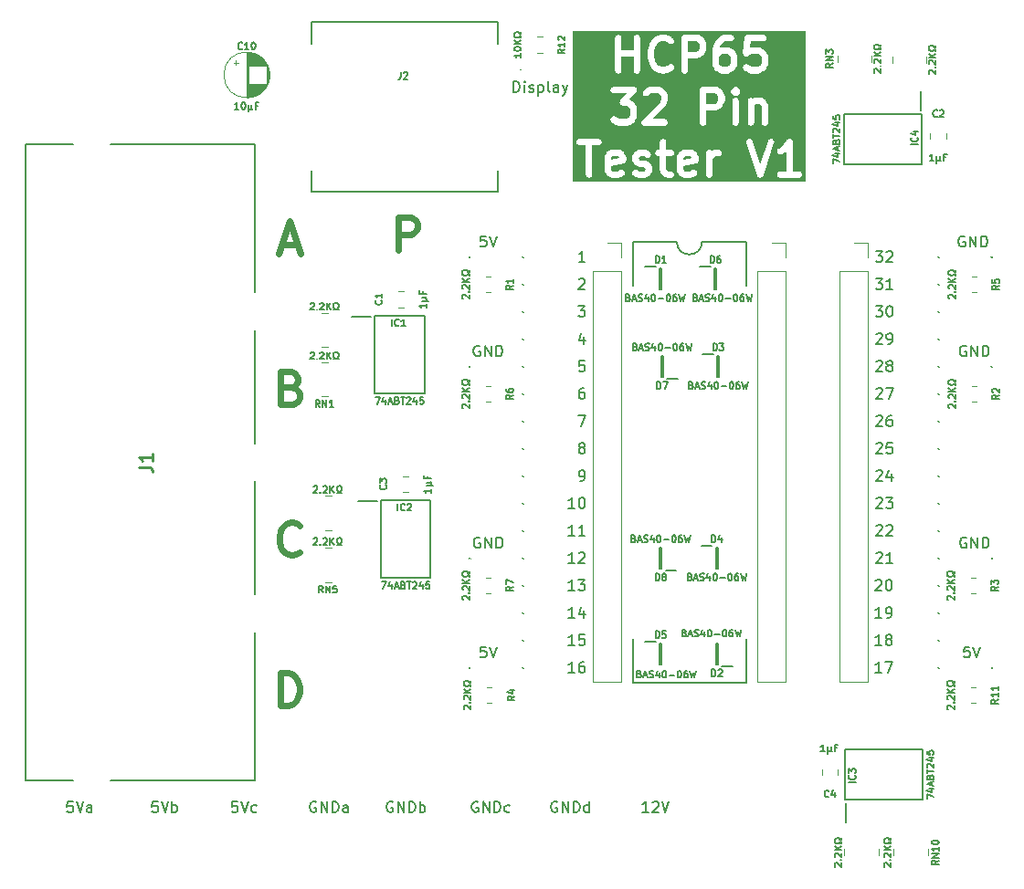
<source format=gto>
%TF.GenerationSoftware,KiCad,Pcbnew,9.0.4*%
%TF.CreationDate,2025-09-13T11:52:12+02:00*%
%TF.ProjectId,HCP65 32 Pin Tester,48435036-3520-4333-9220-50696e205465,V1*%
%TF.SameCoordinates,Original*%
%TF.FileFunction,Legend,Top*%
%TF.FilePolarity,Positive*%
%FSLAX46Y46*%
G04 Gerber Fmt 4.6, Leading zero omitted, Abs format (unit mm)*
G04 Created by KiCad (PCBNEW 9.0.4) date 2025-09-13 11:52:12*
%MOMM*%
%LPD*%
G01*
G04 APERTURE LIST*
%ADD10C,0.150000*%
%ADD11C,0.200000*%
%ADD12C,0.600000*%
%ADD13C,0.254000*%
%ADD14C,0.120000*%
%ADD15C,0.100000*%
G04 APERTURE END LIST*
D10*
X49679137Y-45846999D02*
X39220863Y-45847000D01*
X39220863Y-4953000D02*
X43284863Y-4953000D01*
X49679137Y-4953000D02*
X45615137Y-4953000D01*
X49679137Y-4953000D02*
X49679137Y-9017000D01*
X39220863Y-45847000D02*
X39220863Y-41783000D01*
X49679137Y-45846999D02*
X49679136Y-41783000D01*
X39220863Y-4953000D02*
X39220863Y-9017000D01*
X45615137Y-4953000D02*
G75*
G02*
X43284863Y-4953000I-1165137J0D01*
G01*
X25590523Y-42507819D02*
X25114333Y-42507819D01*
X25114333Y-42507819D02*
X25066714Y-42984009D01*
X25066714Y-42984009D02*
X25114333Y-42936390D01*
X25114333Y-42936390D02*
X25209571Y-42888771D01*
X25209571Y-42888771D02*
X25447666Y-42888771D01*
X25447666Y-42888771D02*
X25542904Y-42936390D01*
X25542904Y-42936390D02*
X25590523Y-42984009D01*
X25590523Y-42984009D02*
X25638142Y-43079247D01*
X25638142Y-43079247D02*
X25638142Y-43317342D01*
X25638142Y-43317342D02*
X25590523Y-43412580D01*
X25590523Y-43412580D02*
X25542904Y-43460200D01*
X25542904Y-43460200D02*
X25447666Y-43507819D01*
X25447666Y-43507819D02*
X25209571Y-43507819D01*
X25209571Y-43507819D02*
X25114333Y-43460200D01*
X25114333Y-43460200D02*
X25066714Y-43412580D01*
X25923857Y-42507819D02*
X26257190Y-43507819D01*
X26257190Y-43507819D02*
X26590523Y-42507819D01*
X33810458Y-32204819D02*
X33239030Y-32204819D01*
X33524744Y-32204819D02*
X33524744Y-31204819D01*
X33524744Y-31204819D02*
X33429506Y-31347676D01*
X33429506Y-31347676D02*
X33334268Y-31442914D01*
X33334268Y-31442914D02*
X33239030Y-31490533D01*
X34762839Y-32204819D02*
X34191411Y-32204819D01*
X34477125Y-32204819D02*
X34477125Y-31204819D01*
X34477125Y-31204819D02*
X34381887Y-31347676D01*
X34381887Y-31347676D02*
X34286649Y-31442914D01*
X34286649Y-31442914D02*
X34191411Y-31490533D01*
D11*
X16946714Y-56903838D02*
X16851476Y-56856219D01*
X16851476Y-56856219D02*
X16708619Y-56856219D01*
X16708619Y-56856219D02*
X16565762Y-56903838D01*
X16565762Y-56903838D02*
X16470524Y-56999076D01*
X16470524Y-56999076D02*
X16422905Y-57094314D01*
X16422905Y-57094314D02*
X16375286Y-57284790D01*
X16375286Y-57284790D02*
X16375286Y-57427647D01*
X16375286Y-57427647D02*
X16422905Y-57618123D01*
X16422905Y-57618123D02*
X16470524Y-57713361D01*
X16470524Y-57713361D02*
X16565762Y-57808600D01*
X16565762Y-57808600D02*
X16708619Y-57856219D01*
X16708619Y-57856219D02*
X16803857Y-57856219D01*
X16803857Y-57856219D02*
X16946714Y-57808600D01*
X16946714Y-57808600D02*
X16994333Y-57760980D01*
X16994333Y-57760980D02*
X16994333Y-57427647D01*
X16994333Y-57427647D02*
X16803857Y-57427647D01*
X17422905Y-57856219D02*
X17422905Y-56856219D01*
X17422905Y-56856219D02*
X17994333Y-57856219D01*
X17994333Y-57856219D02*
X17994333Y-56856219D01*
X18470524Y-57856219D02*
X18470524Y-56856219D01*
X18470524Y-56856219D02*
X18708619Y-56856219D01*
X18708619Y-56856219D02*
X18851476Y-56903838D01*
X18851476Y-56903838D02*
X18946714Y-56999076D01*
X18946714Y-56999076D02*
X18994333Y-57094314D01*
X18994333Y-57094314D02*
X19041952Y-57284790D01*
X19041952Y-57284790D02*
X19041952Y-57427647D01*
X19041952Y-57427647D02*
X18994333Y-57618123D01*
X18994333Y-57618123D02*
X18946714Y-57713361D01*
X18946714Y-57713361D02*
X18851476Y-57808600D01*
X18851476Y-57808600D02*
X18708619Y-57856219D01*
X18708619Y-57856219D02*
X18470524Y-57856219D01*
X19470524Y-57856219D02*
X19470524Y-56856219D01*
X19470524Y-57237171D02*
X19565762Y-57189552D01*
X19565762Y-57189552D02*
X19756238Y-57189552D01*
X19756238Y-57189552D02*
X19851476Y-57237171D01*
X19851476Y-57237171D02*
X19899095Y-57284790D01*
X19899095Y-57284790D02*
X19946714Y-57380028D01*
X19946714Y-57380028D02*
X19946714Y-57665742D01*
X19946714Y-57665742D02*
X19899095Y-57760980D01*
X19899095Y-57760980D02*
X19851476Y-57808600D01*
X19851476Y-57808600D02*
X19756238Y-57856219D01*
X19756238Y-57856219D02*
X19565762Y-57856219D01*
X19565762Y-57856219D02*
X19470524Y-57808600D01*
D10*
X25019095Y-14615438D02*
X24923857Y-14567819D01*
X24923857Y-14567819D02*
X24781000Y-14567819D01*
X24781000Y-14567819D02*
X24638143Y-14615438D01*
X24638143Y-14615438D02*
X24542905Y-14710676D01*
X24542905Y-14710676D02*
X24495286Y-14805914D01*
X24495286Y-14805914D02*
X24447667Y-14996390D01*
X24447667Y-14996390D02*
X24447667Y-15139247D01*
X24447667Y-15139247D02*
X24495286Y-15329723D01*
X24495286Y-15329723D02*
X24542905Y-15424961D01*
X24542905Y-15424961D02*
X24638143Y-15520200D01*
X24638143Y-15520200D02*
X24781000Y-15567819D01*
X24781000Y-15567819D02*
X24876238Y-15567819D01*
X24876238Y-15567819D02*
X25019095Y-15520200D01*
X25019095Y-15520200D02*
X25066714Y-15472580D01*
X25066714Y-15472580D02*
X25066714Y-15139247D01*
X25066714Y-15139247D02*
X24876238Y-15139247D01*
X25495286Y-15567819D02*
X25495286Y-14567819D01*
X25495286Y-14567819D02*
X26066714Y-15567819D01*
X26066714Y-15567819D02*
X26066714Y-14567819D01*
X26542905Y-15567819D02*
X26542905Y-14567819D01*
X26542905Y-14567819D02*
X26781000Y-14567819D01*
X26781000Y-14567819D02*
X26923857Y-14615438D01*
X26923857Y-14615438D02*
X27019095Y-14710676D01*
X27019095Y-14710676D02*
X27066714Y-14805914D01*
X27066714Y-14805914D02*
X27114333Y-14996390D01*
X27114333Y-14996390D02*
X27114333Y-15139247D01*
X27114333Y-15139247D02*
X27066714Y-15329723D01*
X27066714Y-15329723D02*
X27019095Y-15424961D01*
X27019095Y-15424961D02*
X26923857Y-15520200D01*
X26923857Y-15520200D02*
X26781000Y-15567819D01*
X26781000Y-15567819D02*
X26542905Y-15567819D01*
X33810458Y-34744819D02*
X33239030Y-34744819D01*
X33524744Y-34744819D02*
X33524744Y-33744819D01*
X33524744Y-33744819D02*
X33429506Y-33887676D01*
X33429506Y-33887676D02*
X33334268Y-33982914D01*
X33334268Y-33982914D02*
X33239030Y-34030533D01*
X34191411Y-33840057D02*
X34239030Y-33792438D01*
X34239030Y-33792438D02*
X34334268Y-33744819D01*
X34334268Y-33744819D02*
X34572363Y-33744819D01*
X34572363Y-33744819D02*
X34667601Y-33792438D01*
X34667601Y-33792438D02*
X34715220Y-33840057D01*
X34715220Y-33840057D02*
X34762839Y-33935295D01*
X34762839Y-33935295D02*
X34762839Y-34030533D01*
X34762839Y-34030533D02*
X34715220Y-34173390D01*
X34715220Y-34173390D02*
X34143792Y-34744819D01*
X34143792Y-34744819D02*
X34762839Y-34744819D01*
X61757160Y-31300057D02*
X61804779Y-31252438D01*
X61804779Y-31252438D02*
X61900017Y-31204819D01*
X61900017Y-31204819D02*
X62138112Y-31204819D01*
X62138112Y-31204819D02*
X62233350Y-31252438D01*
X62233350Y-31252438D02*
X62280969Y-31300057D01*
X62280969Y-31300057D02*
X62328588Y-31395295D01*
X62328588Y-31395295D02*
X62328588Y-31490533D01*
X62328588Y-31490533D02*
X62280969Y-31633390D01*
X62280969Y-31633390D02*
X61709541Y-32204819D01*
X61709541Y-32204819D02*
X62328588Y-32204819D01*
X62709541Y-31300057D02*
X62757160Y-31252438D01*
X62757160Y-31252438D02*
X62852398Y-31204819D01*
X62852398Y-31204819D02*
X63090493Y-31204819D01*
X63090493Y-31204819D02*
X63185731Y-31252438D01*
X63185731Y-31252438D02*
X63233350Y-31300057D01*
X63233350Y-31300057D02*
X63280969Y-31395295D01*
X63280969Y-31395295D02*
X63280969Y-31490533D01*
X63280969Y-31490533D02*
X63233350Y-31633390D01*
X63233350Y-31633390D02*
X62661922Y-32204819D01*
X62661922Y-32204819D02*
X63280969Y-32204819D01*
D11*
X9834714Y-56903838D02*
X9739476Y-56856219D01*
X9739476Y-56856219D02*
X9596619Y-56856219D01*
X9596619Y-56856219D02*
X9453762Y-56903838D01*
X9453762Y-56903838D02*
X9358524Y-56999076D01*
X9358524Y-56999076D02*
X9310905Y-57094314D01*
X9310905Y-57094314D02*
X9263286Y-57284790D01*
X9263286Y-57284790D02*
X9263286Y-57427647D01*
X9263286Y-57427647D02*
X9310905Y-57618123D01*
X9310905Y-57618123D02*
X9358524Y-57713361D01*
X9358524Y-57713361D02*
X9453762Y-57808600D01*
X9453762Y-57808600D02*
X9596619Y-57856219D01*
X9596619Y-57856219D02*
X9691857Y-57856219D01*
X9691857Y-57856219D02*
X9834714Y-57808600D01*
X9834714Y-57808600D02*
X9882333Y-57760980D01*
X9882333Y-57760980D02*
X9882333Y-57427647D01*
X9882333Y-57427647D02*
X9691857Y-57427647D01*
X10310905Y-57856219D02*
X10310905Y-56856219D01*
X10310905Y-56856219D02*
X10882333Y-57856219D01*
X10882333Y-57856219D02*
X10882333Y-56856219D01*
X11358524Y-57856219D02*
X11358524Y-56856219D01*
X11358524Y-56856219D02*
X11596619Y-56856219D01*
X11596619Y-56856219D02*
X11739476Y-56903838D01*
X11739476Y-56903838D02*
X11834714Y-56999076D01*
X11834714Y-56999076D02*
X11882333Y-57094314D01*
X11882333Y-57094314D02*
X11929952Y-57284790D01*
X11929952Y-57284790D02*
X11929952Y-57427647D01*
X11929952Y-57427647D02*
X11882333Y-57618123D01*
X11882333Y-57618123D02*
X11834714Y-57713361D01*
X11834714Y-57713361D02*
X11739476Y-57808600D01*
X11739476Y-57808600D02*
X11596619Y-57856219D01*
X11596619Y-57856219D02*
X11358524Y-57856219D01*
X12787095Y-57856219D02*
X12787095Y-57332409D01*
X12787095Y-57332409D02*
X12739476Y-57237171D01*
X12739476Y-57237171D02*
X12644238Y-57189552D01*
X12644238Y-57189552D02*
X12453762Y-57189552D01*
X12453762Y-57189552D02*
X12358524Y-57237171D01*
X12787095Y-57808600D02*
X12691857Y-57856219D01*
X12691857Y-57856219D02*
X12453762Y-57856219D01*
X12453762Y-57856219D02*
X12358524Y-57808600D01*
X12358524Y-57808600D02*
X12310905Y-57713361D01*
X12310905Y-57713361D02*
X12310905Y-57618123D01*
X12310905Y-57618123D02*
X12358524Y-57522885D01*
X12358524Y-57522885D02*
X12453762Y-57475266D01*
X12453762Y-57475266D02*
X12691857Y-57475266D01*
X12691857Y-57475266D02*
X12787095Y-57427647D01*
D12*
X7580285Y-18443557D02*
X8008857Y-18586414D01*
X8008857Y-18586414D02*
X8151714Y-18729271D01*
X8151714Y-18729271D02*
X8294571Y-19014986D01*
X8294571Y-19014986D02*
X8294571Y-19443557D01*
X8294571Y-19443557D02*
X8151714Y-19729271D01*
X8151714Y-19729271D02*
X8008857Y-19872129D01*
X8008857Y-19872129D02*
X7723142Y-20014986D01*
X7723142Y-20014986D02*
X6580285Y-20014986D01*
X6580285Y-20014986D02*
X6580285Y-17014986D01*
X6580285Y-17014986D02*
X7580285Y-17014986D01*
X7580285Y-17014986D02*
X7866000Y-17157843D01*
X7866000Y-17157843D02*
X8008857Y-17300700D01*
X8008857Y-17300700D02*
X8151714Y-17586414D01*
X8151714Y-17586414D02*
X8151714Y-17872129D01*
X8151714Y-17872129D02*
X8008857Y-18157843D01*
X8008857Y-18157843D02*
X7866000Y-18300700D01*
X7866000Y-18300700D02*
X7580285Y-18443557D01*
X7580285Y-18443557D02*
X6580285Y-18443557D01*
D10*
X69961095Y-4455438D02*
X69865857Y-4407819D01*
X69865857Y-4407819D02*
X69723000Y-4407819D01*
X69723000Y-4407819D02*
X69580143Y-4455438D01*
X69580143Y-4455438D02*
X69484905Y-4550676D01*
X69484905Y-4550676D02*
X69437286Y-4645914D01*
X69437286Y-4645914D02*
X69389667Y-4836390D01*
X69389667Y-4836390D02*
X69389667Y-4979247D01*
X69389667Y-4979247D02*
X69437286Y-5169723D01*
X69437286Y-5169723D02*
X69484905Y-5264961D01*
X69484905Y-5264961D02*
X69580143Y-5360200D01*
X69580143Y-5360200D02*
X69723000Y-5407819D01*
X69723000Y-5407819D02*
X69818238Y-5407819D01*
X69818238Y-5407819D02*
X69961095Y-5360200D01*
X69961095Y-5360200D02*
X70008714Y-5312580D01*
X70008714Y-5312580D02*
X70008714Y-4979247D01*
X70008714Y-4979247D02*
X69818238Y-4979247D01*
X70437286Y-5407819D02*
X70437286Y-4407819D01*
X70437286Y-4407819D02*
X71008714Y-5407819D01*
X71008714Y-5407819D02*
X71008714Y-4407819D01*
X71484905Y-5407819D02*
X71484905Y-4407819D01*
X71484905Y-4407819D02*
X71723000Y-4407819D01*
X71723000Y-4407819D02*
X71865857Y-4455438D01*
X71865857Y-4455438D02*
X71961095Y-4550676D01*
X71961095Y-4550676D02*
X72008714Y-4645914D01*
X72008714Y-4645914D02*
X72056333Y-4836390D01*
X72056333Y-4836390D02*
X72056333Y-4979247D01*
X72056333Y-4979247D02*
X72008714Y-5169723D01*
X72008714Y-5169723D02*
X71961095Y-5264961D01*
X71961095Y-5264961D02*
X71865857Y-5360200D01*
X71865857Y-5360200D02*
X71723000Y-5407819D01*
X71723000Y-5407819D02*
X71484905Y-5407819D01*
D11*
X24844523Y-56903838D02*
X24749285Y-56856219D01*
X24749285Y-56856219D02*
X24606428Y-56856219D01*
X24606428Y-56856219D02*
X24463571Y-56903838D01*
X24463571Y-56903838D02*
X24368333Y-56999076D01*
X24368333Y-56999076D02*
X24320714Y-57094314D01*
X24320714Y-57094314D02*
X24273095Y-57284790D01*
X24273095Y-57284790D02*
X24273095Y-57427647D01*
X24273095Y-57427647D02*
X24320714Y-57618123D01*
X24320714Y-57618123D02*
X24368333Y-57713361D01*
X24368333Y-57713361D02*
X24463571Y-57808600D01*
X24463571Y-57808600D02*
X24606428Y-57856219D01*
X24606428Y-57856219D02*
X24701666Y-57856219D01*
X24701666Y-57856219D02*
X24844523Y-57808600D01*
X24844523Y-57808600D02*
X24892142Y-57760980D01*
X24892142Y-57760980D02*
X24892142Y-57427647D01*
X24892142Y-57427647D02*
X24701666Y-57427647D01*
X25320714Y-57856219D02*
X25320714Y-56856219D01*
X25320714Y-56856219D02*
X25892142Y-57856219D01*
X25892142Y-57856219D02*
X25892142Y-56856219D01*
X26368333Y-57856219D02*
X26368333Y-56856219D01*
X26368333Y-56856219D02*
X26606428Y-56856219D01*
X26606428Y-56856219D02*
X26749285Y-56903838D01*
X26749285Y-56903838D02*
X26844523Y-56999076D01*
X26844523Y-56999076D02*
X26892142Y-57094314D01*
X26892142Y-57094314D02*
X26939761Y-57284790D01*
X26939761Y-57284790D02*
X26939761Y-57427647D01*
X26939761Y-57427647D02*
X26892142Y-57618123D01*
X26892142Y-57618123D02*
X26844523Y-57713361D01*
X26844523Y-57713361D02*
X26749285Y-57808600D01*
X26749285Y-57808600D02*
X26606428Y-57856219D01*
X26606428Y-57856219D02*
X26368333Y-57856219D01*
X27796904Y-57808600D02*
X27701666Y-57856219D01*
X27701666Y-57856219D02*
X27511190Y-57856219D01*
X27511190Y-57856219D02*
X27415952Y-57808600D01*
X27415952Y-57808600D02*
X27368333Y-57760980D01*
X27368333Y-57760980D02*
X27320714Y-57665742D01*
X27320714Y-57665742D02*
X27320714Y-57380028D01*
X27320714Y-57380028D02*
X27368333Y-57284790D01*
X27368333Y-57284790D02*
X27415952Y-57237171D01*
X27415952Y-57237171D02*
X27511190Y-57189552D01*
X27511190Y-57189552D02*
X27701666Y-57189552D01*
X27701666Y-57189552D02*
X27796904Y-57237171D01*
D10*
X25590523Y-4407819D02*
X25114333Y-4407819D01*
X25114333Y-4407819D02*
X25066714Y-4884009D01*
X25066714Y-4884009D02*
X25114333Y-4836390D01*
X25114333Y-4836390D02*
X25209571Y-4788771D01*
X25209571Y-4788771D02*
X25447666Y-4788771D01*
X25447666Y-4788771D02*
X25542904Y-4836390D01*
X25542904Y-4836390D02*
X25590523Y-4884009D01*
X25590523Y-4884009D02*
X25638142Y-4979247D01*
X25638142Y-4979247D02*
X25638142Y-5217342D01*
X25638142Y-5217342D02*
X25590523Y-5312580D01*
X25590523Y-5312580D02*
X25542904Y-5360200D01*
X25542904Y-5360200D02*
X25447666Y-5407819D01*
X25447666Y-5407819D02*
X25209571Y-5407819D01*
X25209571Y-5407819D02*
X25114333Y-5360200D01*
X25114333Y-5360200D02*
X25066714Y-5312580D01*
X25923857Y-4407819D02*
X26257190Y-5407819D01*
X26257190Y-5407819D02*
X26590523Y-4407819D01*
X34667601Y-18504819D02*
X34477125Y-18504819D01*
X34477125Y-18504819D02*
X34381887Y-18552438D01*
X34381887Y-18552438D02*
X34334268Y-18600057D01*
X34334268Y-18600057D02*
X34239030Y-18742914D01*
X34239030Y-18742914D02*
X34191411Y-18933390D01*
X34191411Y-18933390D02*
X34191411Y-19314342D01*
X34191411Y-19314342D02*
X34239030Y-19409580D01*
X34239030Y-19409580D02*
X34286649Y-19457200D01*
X34286649Y-19457200D02*
X34381887Y-19504819D01*
X34381887Y-19504819D02*
X34572363Y-19504819D01*
X34572363Y-19504819D02*
X34667601Y-19457200D01*
X34667601Y-19457200D02*
X34715220Y-19409580D01*
X34715220Y-19409580D02*
X34762839Y-19314342D01*
X34762839Y-19314342D02*
X34762839Y-19076247D01*
X34762839Y-19076247D02*
X34715220Y-18981009D01*
X34715220Y-18981009D02*
X34667601Y-18933390D01*
X34667601Y-18933390D02*
X34572363Y-18885771D01*
X34572363Y-18885771D02*
X34381887Y-18885771D01*
X34381887Y-18885771D02*
X34286649Y-18933390D01*
X34286649Y-18933390D02*
X34239030Y-18981009D01*
X34239030Y-18981009D02*
X34191411Y-19076247D01*
X34762839Y-6804819D02*
X34191411Y-6804819D01*
X34477125Y-6804819D02*
X34477125Y-5804819D01*
X34477125Y-5804819D02*
X34381887Y-5947676D01*
X34381887Y-5947676D02*
X34286649Y-6042914D01*
X34286649Y-6042914D02*
X34191411Y-6090533D01*
X62258458Y-44904819D02*
X61687030Y-44904819D01*
X61972744Y-44904819D02*
X61972744Y-43904819D01*
X61972744Y-43904819D02*
X61877506Y-44047676D01*
X61877506Y-44047676D02*
X61782268Y-44142914D01*
X61782268Y-44142914D02*
X61687030Y-44190533D01*
X62591792Y-43904819D02*
X63258458Y-43904819D01*
X63258458Y-43904819D02*
X62829887Y-44904819D01*
X61757160Y-13520057D02*
X61804779Y-13472438D01*
X61804779Y-13472438D02*
X61900017Y-13424819D01*
X61900017Y-13424819D02*
X62138112Y-13424819D01*
X62138112Y-13424819D02*
X62233350Y-13472438D01*
X62233350Y-13472438D02*
X62280969Y-13520057D01*
X62280969Y-13520057D02*
X62328588Y-13615295D01*
X62328588Y-13615295D02*
X62328588Y-13710533D01*
X62328588Y-13710533D02*
X62280969Y-13853390D01*
X62280969Y-13853390D02*
X61709541Y-14424819D01*
X61709541Y-14424819D02*
X62328588Y-14424819D01*
X62804779Y-14424819D02*
X62995255Y-14424819D01*
X62995255Y-14424819D02*
X63090493Y-14377200D01*
X63090493Y-14377200D02*
X63138112Y-14329580D01*
X63138112Y-14329580D02*
X63233350Y-14186723D01*
X63233350Y-14186723D02*
X63280969Y-13996247D01*
X63280969Y-13996247D02*
X63280969Y-13615295D01*
X63280969Y-13615295D02*
X63233350Y-13520057D01*
X63233350Y-13520057D02*
X63185731Y-13472438D01*
X63185731Y-13472438D02*
X63090493Y-13424819D01*
X63090493Y-13424819D02*
X62900017Y-13424819D01*
X62900017Y-13424819D02*
X62804779Y-13472438D01*
X62804779Y-13472438D02*
X62757160Y-13520057D01*
X62757160Y-13520057D02*
X62709541Y-13615295D01*
X62709541Y-13615295D02*
X62709541Y-13853390D01*
X62709541Y-13853390D02*
X62757160Y-13948628D01*
X62757160Y-13948628D02*
X62804779Y-13996247D01*
X62804779Y-13996247D02*
X62900017Y-14043866D01*
X62900017Y-14043866D02*
X63090493Y-14043866D01*
X63090493Y-14043866D02*
X63185731Y-13996247D01*
X63185731Y-13996247D02*
X63233350Y-13948628D01*
X63233350Y-13948628D02*
X63280969Y-13853390D01*
X34381887Y-24013390D02*
X34286649Y-23965771D01*
X34286649Y-23965771D02*
X34239030Y-23918152D01*
X34239030Y-23918152D02*
X34191411Y-23822914D01*
X34191411Y-23822914D02*
X34191411Y-23775295D01*
X34191411Y-23775295D02*
X34239030Y-23680057D01*
X34239030Y-23680057D02*
X34286649Y-23632438D01*
X34286649Y-23632438D02*
X34381887Y-23584819D01*
X34381887Y-23584819D02*
X34572363Y-23584819D01*
X34572363Y-23584819D02*
X34667601Y-23632438D01*
X34667601Y-23632438D02*
X34715220Y-23680057D01*
X34715220Y-23680057D02*
X34762839Y-23775295D01*
X34762839Y-23775295D02*
X34762839Y-23822914D01*
X34762839Y-23822914D02*
X34715220Y-23918152D01*
X34715220Y-23918152D02*
X34667601Y-23965771D01*
X34667601Y-23965771D02*
X34572363Y-24013390D01*
X34572363Y-24013390D02*
X34381887Y-24013390D01*
X34381887Y-24013390D02*
X34286649Y-24061009D01*
X34286649Y-24061009D02*
X34239030Y-24108628D01*
X34239030Y-24108628D02*
X34191411Y-24203866D01*
X34191411Y-24203866D02*
X34191411Y-24394342D01*
X34191411Y-24394342D02*
X34239030Y-24489580D01*
X34239030Y-24489580D02*
X34286649Y-24537200D01*
X34286649Y-24537200D02*
X34381887Y-24584819D01*
X34381887Y-24584819D02*
X34572363Y-24584819D01*
X34572363Y-24584819D02*
X34667601Y-24537200D01*
X34667601Y-24537200D02*
X34715220Y-24489580D01*
X34715220Y-24489580D02*
X34762839Y-24394342D01*
X34762839Y-24394342D02*
X34762839Y-24203866D01*
X34762839Y-24203866D02*
X34715220Y-24108628D01*
X34715220Y-24108628D02*
X34667601Y-24061009D01*
X34667601Y-24061009D02*
X34572363Y-24013390D01*
X34191411Y-8440057D02*
X34239030Y-8392438D01*
X34239030Y-8392438D02*
X34334268Y-8344819D01*
X34334268Y-8344819D02*
X34572363Y-8344819D01*
X34572363Y-8344819D02*
X34667601Y-8392438D01*
X34667601Y-8392438D02*
X34715220Y-8440057D01*
X34715220Y-8440057D02*
X34762839Y-8535295D01*
X34762839Y-8535295D02*
X34762839Y-8630533D01*
X34762839Y-8630533D02*
X34715220Y-8773390D01*
X34715220Y-8773390D02*
X34143792Y-9344819D01*
X34143792Y-9344819D02*
X34762839Y-9344819D01*
X61757160Y-26220057D02*
X61804779Y-26172438D01*
X61804779Y-26172438D02*
X61900017Y-26124819D01*
X61900017Y-26124819D02*
X62138112Y-26124819D01*
X62138112Y-26124819D02*
X62233350Y-26172438D01*
X62233350Y-26172438D02*
X62280969Y-26220057D01*
X62280969Y-26220057D02*
X62328588Y-26315295D01*
X62328588Y-26315295D02*
X62328588Y-26410533D01*
X62328588Y-26410533D02*
X62280969Y-26553390D01*
X62280969Y-26553390D02*
X61709541Y-27124819D01*
X61709541Y-27124819D02*
X62328588Y-27124819D01*
X63185731Y-26458152D02*
X63185731Y-27124819D01*
X62947636Y-26077200D02*
X62709541Y-26791485D01*
X62709541Y-26791485D02*
X63328588Y-26791485D01*
D12*
X17502285Y-5674657D02*
X17502285Y-2674657D01*
X17502285Y-2674657D02*
X18645142Y-2674657D01*
X18645142Y-2674657D02*
X18930857Y-2817514D01*
X18930857Y-2817514D02*
X19073714Y-2960371D01*
X19073714Y-2960371D02*
X19216571Y-3246085D01*
X19216571Y-3246085D02*
X19216571Y-3674657D01*
X19216571Y-3674657D02*
X19073714Y-3960371D01*
X19073714Y-3960371D02*
X18930857Y-4103228D01*
X18930857Y-4103228D02*
X18645142Y-4246085D01*
X18645142Y-4246085D02*
X17502285Y-4246085D01*
D11*
X40655952Y-57856219D02*
X40084524Y-57856219D01*
X40370238Y-57856219D02*
X40370238Y-56856219D01*
X40370238Y-56856219D02*
X40275000Y-56999076D01*
X40275000Y-56999076D02*
X40179762Y-57094314D01*
X40179762Y-57094314D02*
X40084524Y-57141933D01*
X41036905Y-56951457D02*
X41084524Y-56903838D01*
X41084524Y-56903838D02*
X41179762Y-56856219D01*
X41179762Y-56856219D02*
X41417857Y-56856219D01*
X41417857Y-56856219D02*
X41513095Y-56903838D01*
X41513095Y-56903838D02*
X41560714Y-56951457D01*
X41560714Y-56951457D02*
X41608333Y-57046695D01*
X41608333Y-57046695D02*
X41608333Y-57141933D01*
X41608333Y-57141933D02*
X41560714Y-57284790D01*
X41560714Y-57284790D02*
X40989286Y-57856219D01*
X40989286Y-57856219D02*
X41608333Y-57856219D01*
X41894048Y-56856219D02*
X42227381Y-57856219D01*
X42227381Y-57856219D02*
X42560714Y-56856219D01*
D10*
X62258458Y-39824819D02*
X61687030Y-39824819D01*
X61972744Y-39824819D02*
X61972744Y-38824819D01*
X61972744Y-38824819D02*
X61877506Y-38967676D01*
X61877506Y-38967676D02*
X61782268Y-39062914D01*
X61782268Y-39062914D02*
X61687030Y-39110533D01*
X62734649Y-39824819D02*
X62925125Y-39824819D01*
X62925125Y-39824819D02*
X63020363Y-39777200D01*
X63020363Y-39777200D02*
X63067982Y-39729580D01*
X63067982Y-39729580D02*
X63163220Y-39586723D01*
X63163220Y-39586723D02*
X63210839Y-39396247D01*
X63210839Y-39396247D02*
X63210839Y-39015295D01*
X63210839Y-39015295D02*
X63163220Y-38920057D01*
X63163220Y-38920057D02*
X63115601Y-38872438D01*
X63115601Y-38872438D02*
X63020363Y-38824819D01*
X63020363Y-38824819D02*
X62829887Y-38824819D01*
X62829887Y-38824819D02*
X62734649Y-38872438D01*
X62734649Y-38872438D02*
X62687030Y-38920057D01*
X62687030Y-38920057D02*
X62639411Y-39015295D01*
X62639411Y-39015295D02*
X62639411Y-39253390D01*
X62639411Y-39253390D02*
X62687030Y-39348628D01*
X62687030Y-39348628D02*
X62734649Y-39396247D01*
X62734649Y-39396247D02*
X62829887Y-39443866D01*
X62829887Y-39443866D02*
X63020363Y-39443866D01*
X63020363Y-39443866D02*
X63115601Y-39396247D01*
X63115601Y-39396247D02*
X63163220Y-39348628D01*
X63163220Y-39348628D02*
X63210839Y-39253390D01*
D11*
X2555952Y-56856219D02*
X2079762Y-56856219D01*
X2079762Y-56856219D02*
X2032143Y-57332409D01*
X2032143Y-57332409D02*
X2079762Y-57284790D01*
X2079762Y-57284790D02*
X2175000Y-57237171D01*
X2175000Y-57237171D02*
X2413095Y-57237171D01*
X2413095Y-57237171D02*
X2508333Y-57284790D01*
X2508333Y-57284790D02*
X2555952Y-57332409D01*
X2555952Y-57332409D02*
X2603571Y-57427647D01*
X2603571Y-57427647D02*
X2603571Y-57665742D01*
X2603571Y-57665742D02*
X2555952Y-57760980D01*
X2555952Y-57760980D02*
X2508333Y-57808600D01*
X2508333Y-57808600D02*
X2413095Y-57856219D01*
X2413095Y-57856219D02*
X2175000Y-57856219D01*
X2175000Y-57856219D02*
X2079762Y-57808600D01*
X2079762Y-57808600D02*
X2032143Y-57760980D01*
X2889286Y-56856219D02*
X3222619Y-57856219D01*
X3222619Y-57856219D02*
X3555952Y-56856219D01*
X4317857Y-57808600D02*
X4222619Y-57856219D01*
X4222619Y-57856219D02*
X4032143Y-57856219D01*
X4032143Y-57856219D02*
X3936905Y-57808600D01*
X3936905Y-57808600D02*
X3889286Y-57760980D01*
X3889286Y-57760980D02*
X3841667Y-57665742D01*
X3841667Y-57665742D02*
X3841667Y-57380028D01*
X3841667Y-57380028D02*
X3889286Y-57284790D01*
X3889286Y-57284790D02*
X3936905Y-57237171D01*
X3936905Y-57237171D02*
X4032143Y-57189552D01*
X4032143Y-57189552D02*
X4222619Y-57189552D01*
X4222619Y-57189552D02*
X4317857Y-57237171D01*
D12*
X6580285Y-47954986D02*
X6580285Y-44954986D01*
X6580285Y-44954986D02*
X7294571Y-44954986D01*
X7294571Y-44954986D02*
X7723142Y-45097843D01*
X7723142Y-45097843D02*
X8008857Y-45383557D01*
X8008857Y-45383557D02*
X8151714Y-45669271D01*
X8151714Y-45669271D02*
X8294571Y-46240700D01*
X8294571Y-46240700D02*
X8294571Y-46669271D01*
X8294571Y-46669271D02*
X8151714Y-47240700D01*
X8151714Y-47240700D02*
X8008857Y-47526414D01*
X8008857Y-47526414D02*
X7723142Y-47812129D01*
X7723142Y-47812129D02*
X7294571Y-47954986D01*
X7294571Y-47954986D02*
X6580285Y-47954986D01*
D10*
X33810458Y-44904819D02*
X33239030Y-44904819D01*
X33524744Y-44904819D02*
X33524744Y-43904819D01*
X33524744Y-43904819D02*
X33429506Y-44047676D01*
X33429506Y-44047676D02*
X33334268Y-44142914D01*
X33334268Y-44142914D02*
X33239030Y-44190533D01*
X34667601Y-43904819D02*
X34477125Y-43904819D01*
X34477125Y-43904819D02*
X34381887Y-43952438D01*
X34381887Y-43952438D02*
X34334268Y-44000057D01*
X34334268Y-44000057D02*
X34239030Y-44142914D01*
X34239030Y-44142914D02*
X34191411Y-44333390D01*
X34191411Y-44333390D02*
X34191411Y-44714342D01*
X34191411Y-44714342D02*
X34239030Y-44809580D01*
X34239030Y-44809580D02*
X34286649Y-44857200D01*
X34286649Y-44857200D02*
X34381887Y-44904819D01*
X34381887Y-44904819D02*
X34572363Y-44904819D01*
X34572363Y-44904819D02*
X34667601Y-44857200D01*
X34667601Y-44857200D02*
X34715220Y-44809580D01*
X34715220Y-44809580D02*
X34762839Y-44714342D01*
X34762839Y-44714342D02*
X34762839Y-44476247D01*
X34762839Y-44476247D02*
X34715220Y-44381009D01*
X34715220Y-44381009D02*
X34667601Y-44333390D01*
X34667601Y-44333390D02*
X34572363Y-44285771D01*
X34572363Y-44285771D02*
X34381887Y-44285771D01*
X34381887Y-44285771D02*
X34286649Y-44333390D01*
X34286649Y-44333390D02*
X34239030Y-44381009D01*
X34239030Y-44381009D02*
X34191411Y-44476247D01*
X61757160Y-21140057D02*
X61804779Y-21092438D01*
X61804779Y-21092438D02*
X61900017Y-21044819D01*
X61900017Y-21044819D02*
X62138112Y-21044819D01*
X62138112Y-21044819D02*
X62233350Y-21092438D01*
X62233350Y-21092438D02*
X62280969Y-21140057D01*
X62280969Y-21140057D02*
X62328588Y-21235295D01*
X62328588Y-21235295D02*
X62328588Y-21330533D01*
X62328588Y-21330533D02*
X62280969Y-21473390D01*
X62280969Y-21473390D02*
X61709541Y-22044819D01*
X61709541Y-22044819D02*
X62328588Y-22044819D01*
X63185731Y-21044819D02*
X62995255Y-21044819D01*
X62995255Y-21044819D02*
X62900017Y-21092438D01*
X62900017Y-21092438D02*
X62852398Y-21140057D01*
X62852398Y-21140057D02*
X62757160Y-21282914D01*
X62757160Y-21282914D02*
X62709541Y-21473390D01*
X62709541Y-21473390D02*
X62709541Y-21854342D01*
X62709541Y-21854342D02*
X62757160Y-21949580D01*
X62757160Y-21949580D02*
X62804779Y-21997200D01*
X62804779Y-21997200D02*
X62900017Y-22044819D01*
X62900017Y-22044819D02*
X63090493Y-22044819D01*
X63090493Y-22044819D02*
X63185731Y-21997200D01*
X63185731Y-21997200D02*
X63233350Y-21949580D01*
X63233350Y-21949580D02*
X63280969Y-21854342D01*
X63280969Y-21854342D02*
X63280969Y-21616247D01*
X63280969Y-21616247D02*
X63233350Y-21521009D01*
X63233350Y-21521009D02*
X63185731Y-21473390D01*
X63185731Y-21473390D02*
X63090493Y-21425771D01*
X63090493Y-21425771D02*
X62900017Y-21425771D01*
X62900017Y-21425771D02*
X62804779Y-21473390D01*
X62804779Y-21473390D02*
X62757160Y-21521009D01*
X62757160Y-21521009D02*
X62709541Y-21616247D01*
X33810458Y-37284819D02*
X33239030Y-37284819D01*
X33524744Y-37284819D02*
X33524744Y-36284819D01*
X33524744Y-36284819D02*
X33429506Y-36427676D01*
X33429506Y-36427676D02*
X33334268Y-36522914D01*
X33334268Y-36522914D02*
X33239030Y-36570533D01*
X34143792Y-36284819D02*
X34762839Y-36284819D01*
X34762839Y-36284819D02*
X34429506Y-36665771D01*
X34429506Y-36665771D02*
X34572363Y-36665771D01*
X34572363Y-36665771D02*
X34667601Y-36713390D01*
X34667601Y-36713390D02*
X34715220Y-36761009D01*
X34715220Y-36761009D02*
X34762839Y-36856247D01*
X34762839Y-36856247D02*
X34762839Y-37094342D01*
X34762839Y-37094342D02*
X34715220Y-37189580D01*
X34715220Y-37189580D02*
X34667601Y-37237200D01*
X34667601Y-37237200D02*
X34572363Y-37284819D01*
X34572363Y-37284819D02*
X34286649Y-37284819D01*
X34286649Y-37284819D02*
X34191411Y-37237200D01*
X34191411Y-37237200D02*
X34143792Y-37189580D01*
X34143792Y-21044819D02*
X34810458Y-21044819D01*
X34810458Y-21044819D02*
X34381887Y-22044819D01*
X61709541Y-5804819D02*
X62328588Y-5804819D01*
X62328588Y-5804819D02*
X61995255Y-6185771D01*
X61995255Y-6185771D02*
X62138112Y-6185771D01*
X62138112Y-6185771D02*
X62233350Y-6233390D01*
X62233350Y-6233390D02*
X62280969Y-6281009D01*
X62280969Y-6281009D02*
X62328588Y-6376247D01*
X62328588Y-6376247D02*
X62328588Y-6614342D01*
X62328588Y-6614342D02*
X62280969Y-6709580D01*
X62280969Y-6709580D02*
X62233350Y-6757200D01*
X62233350Y-6757200D02*
X62138112Y-6804819D01*
X62138112Y-6804819D02*
X61852398Y-6804819D01*
X61852398Y-6804819D02*
X61757160Y-6757200D01*
X61757160Y-6757200D02*
X61709541Y-6709580D01*
X62709541Y-5900057D02*
X62757160Y-5852438D01*
X62757160Y-5852438D02*
X62852398Y-5804819D01*
X62852398Y-5804819D02*
X63090493Y-5804819D01*
X63090493Y-5804819D02*
X63185731Y-5852438D01*
X63185731Y-5852438D02*
X63233350Y-5900057D01*
X63233350Y-5900057D02*
X63280969Y-5995295D01*
X63280969Y-5995295D02*
X63280969Y-6090533D01*
X63280969Y-6090533D02*
X63233350Y-6233390D01*
X63233350Y-6233390D02*
X62661922Y-6804819D01*
X62661922Y-6804819D02*
X63280969Y-6804819D01*
X70421523Y-42507819D02*
X69945333Y-42507819D01*
X69945333Y-42507819D02*
X69897714Y-42984009D01*
X69897714Y-42984009D02*
X69945333Y-42936390D01*
X69945333Y-42936390D02*
X70040571Y-42888771D01*
X70040571Y-42888771D02*
X70278666Y-42888771D01*
X70278666Y-42888771D02*
X70373904Y-42936390D01*
X70373904Y-42936390D02*
X70421523Y-42984009D01*
X70421523Y-42984009D02*
X70469142Y-43079247D01*
X70469142Y-43079247D02*
X70469142Y-43317342D01*
X70469142Y-43317342D02*
X70421523Y-43412580D01*
X70421523Y-43412580D02*
X70373904Y-43460200D01*
X70373904Y-43460200D02*
X70278666Y-43507819D01*
X70278666Y-43507819D02*
X70040571Y-43507819D01*
X70040571Y-43507819D02*
X69945333Y-43460200D01*
X69945333Y-43460200D02*
X69897714Y-43412580D01*
X70754857Y-42507819D02*
X71088190Y-43507819D01*
X71088190Y-43507819D02*
X71421523Y-42507819D01*
X61757160Y-33840057D02*
X61804779Y-33792438D01*
X61804779Y-33792438D02*
X61900017Y-33744819D01*
X61900017Y-33744819D02*
X62138112Y-33744819D01*
X62138112Y-33744819D02*
X62233350Y-33792438D01*
X62233350Y-33792438D02*
X62280969Y-33840057D01*
X62280969Y-33840057D02*
X62328588Y-33935295D01*
X62328588Y-33935295D02*
X62328588Y-34030533D01*
X62328588Y-34030533D02*
X62280969Y-34173390D01*
X62280969Y-34173390D02*
X61709541Y-34744819D01*
X61709541Y-34744819D02*
X62328588Y-34744819D01*
X63280969Y-34744819D02*
X62709541Y-34744819D01*
X62995255Y-34744819D02*
X62995255Y-33744819D01*
X62995255Y-33744819D02*
X62900017Y-33887676D01*
X62900017Y-33887676D02*
X62804779Y-33982914D01*
X62804779Y-33982914D02*
X62709541Y-34030533D01*
X61709541Y-8344819D02*
X62328588Y-8344819D01*
X62328588Y-8344819D02*
X61995255Y-8725771D01*
X61995255Y-8725771D02*
X62138112Y-8725771D01*
X62138112Y-8725771D02*
X62233350Y-8773390D01*
X62233350Y-8773390D02*
X62280969Y-8821009D01*
X62280969Y-8821009D02*
X62328588Y-8916247D01*
X62328588Y-8916247D02*
X62328588Y-9154342D01*
X62328588Y-9154342D02*
X62280969Y-9249580D01*
X62280969Y-9249580D02*
X62233350Y-9297200D01*
X62233350Y-9297200D02*
X62138112Y-9344819D01*
X62138112Y-9344819D02*
X61852398Y-9344819D01*
X61852398Y-9344819D02*
X61757160Y-9297200D01*
X61757160Y-9297200D02*
X61709541Y-9249580D01*
X63280969Y-9344819D02*
X62709541Y-9344819D01*
X62995255Y-9344819D02*
X62995255Y-8344819D01*
X62995255Y-8344819D02*
X62900017Y-8487676D01*
X62900017Y-8487676D02*
X62804779Y-8582914D01*
X62804779Y-8582914D02*
X62709541Y-8630533D01*
D11*
X-12707857Y-56856219D02*
X-13184047Y-56856219D01*
X-13184047Y-56856219D02*
X-13231666Y-57332409D01*
X-13231666Y-57332409D02*
X-13184047Y-57284790D01*
X-13184047Y-57284790D02*
X-13088809Y-57237171D01*
X-13088809Y-57237171D02*
X-12850714Y-57237171D01*
X-12850714Y-57237171D02*
X-12755476Y-57284790D01*
X-12755476Y-57284790D02*
X-12707857Y-57332409D01*
X-12707857Y-57332409D02*
X-12660238Y-57427647D01*
X-12660238Y-57427647D02*
X-12660238Y-57665742D01*
X-12660238Y-57665742D02*
X-12707857Y-57760980D01*
X-12707857Y-57760980D02*
X-12755476Y-57808600D01*
X-12755476Y-57808600D02*
X-12850714Y-57856219D01*
X-12850714Y-57856219D02*
X-13088809Y-57856219D01*
X-13088809Y-57856219D02*
X-13184047Y-57808600D01*
X-13184047Y-57808600D02*
X-13231666Y-57760980D01*
X-12374523Y-56856219D02*
X-12041190Y-57856219D01*
X-12041190Y-57856219D02*
X-11707857Y-56856219D01*
X-10945952Y-57856219D02*
X-10945952Y-57332409D01*
X-10945952Y-57332409D02*
X-10993571Y-57237171D01*
X-10993571Y-57237171D02*
X-11088809Y-57189552D01*
X-11088809Y-57189552D02*
X-11279285Y-57189552D01*
X-11279285Y-57189552D02*
X-11374523Y-57237171D01*
X-10945952Y-57808600D02*
X-11041190Y-57856219D01*
X-11041190Y-57856219D02*
X-11279285Y-57856219D01*
X-11279285Y-57856219D02*
X-11374523Y-57808600D01*
X-11374523Y-57808600D02*
X-11422142Y-57713361D01*
X-11422142Y-57713361D02*
X-11422142Y-57618123D01*
X-11422142Y-57618123D02*
X-11374523Y-57522885D01*
X-11374523Y-57522885D02*
X-11279285Y-57475266D01*
X-11279285Y-57475266D02*
X-11041190Y-57475266D01*
X-11041190Y-57475266D02*
X-10945952Y-57427647D01*
D10*
X25035095Y-32395438D02*
X24939857Y-32347819D01*
X24939857Y-32347819D02*
X24797000Y-32347819D01*
X24797000Y-32347819D02*
X24654143Y-32395438D01*
X24654143Y-32395438D02*
X24558905Y-32490676D01*
X24558905Y-32490676D02*
X24511286Y-32585914D01*
X24511286Y-32585914D02*
X24463667Y-32776390D01*
X24463667Y-32776390D02*
X24463667Y-32919247D01*
X24463667Y-32919247D02*
X24511286Y-33109723D01*
X24511286Y-33109723D02*
X24558905Y-33204961D01*
X24558905Y-33204961D02*
X24654143Y-33300200D01*
X24654143Y-33300200D02*
X24797000Y-33347819D01*
X24797000Y-33347819D02*
X24892238Y-33347819D01*
X24892238Y-33347819D02*
X25035095Y-33300200D01*
X25035095Y-33300200D02*
X25082714Y-33252580D01*
X25082714Y-33252580D02*
X25082714Y-32919247D01*
X25082714Y-32919247D02*
X24892238Y-32919247D01*
X25511286Y-33347819D02*
X25511286Y-32347819D01*
X25511286Y-32347819D02*
X26082714Y-33347819D01*
X26082714Y-33347819D02*
X26082714Y-32347819D01*
X26558905Y-33347819D02*
X26558905Y-32347819D01*
X26558905Y-32347819D02*
X26797000Y-32347819D01*
X26797000Y-32347819D02*
X26939857Y-32395438D01*
X26939857Y-32395438D02*
X27035095Y-32490676D01*
X27035095Y-32490676D02*
X27082714Y-32585914D01*
X27082714Y-32585914D02*
X27130333Y-32776390D01*
X27130333Y-32776390D02*
X27130333Y-32919247D01*
X27130333Y-32919247D02*
X27082714Y-33109723D01*
X27082714Y-33109723D02*
X27035095Y-33204961D01*
X27035095Y-33204961D02*
X26939857Y-33300200D01*
X26939857Y-33300200D02*
X26797000Y-33347819D01*
X26797000Y-33347819D02*
X26558905Y-33347819D01*
X33810458Y-39824819D02*
X33239030Y-39824819D01*
X33524744Y-39824819D02*
X33524744Y-38824819D01*
X33524744Y-38824819D02*
X33429506Y-38967676D01*
X33429506Y-38967676D02*
X33334268Y-39062914D01*
X33334268Y-39062914D02*
X33239030Y-39110533D01*
X34667601Y-39158152D02*
X34667601Y-39824819D01*
X34429506Y-38777200D02*
X34191411Y-39491485D01*
X34191411Y-39491485D02*
X34810458Y-39491485D01*
D12*
X6651714Y-5187843D02*
X8080286Y-5187843D01*
X6366000Y-6044986D02*
X7366000Y-3044986D01*
X7366000Y-3044986D02*
X8366000Y-6044986D01*
D10*
X61757160Y-28760057D02*
X61804779Y-28712438D01*
X61804779Y-28712438D02*
X61900017Y-28664819D01*
X61900017Y-28664819D02*
X62138112Y-28664819D01*
X62138112Y-28664819D02*
X62233350Y-28712438D01*
X62233350Y-28712438D02*
X62280969Y-28760057D01*
X62280969Y-28760057D02*
X62328588Y-28855295D01*
X62328588Y-28855295D02*
X62328588Y-28950533D01*
X62328588Y-28950533D02*
X62280969Y-29093390D01*
X62280969Y-29093390D02*
X61709541Y-29664819D01*
X61709541Y-29664819D02*
X62328588Y-29664819D01*
X62661922Y-28664819D02*
X63280969Y-28664819D01*
X63280969Y-28664819D02*
X62947636Y-29045771D01*
X62947636Y-29045771D02*
X63090493Y-29045771D01*
X63090493Y-29045771D02*
X63185731Y-29093390D01*
X63185731Y-29093390D02*
X63233350Y-29141009D01*
X63233350Y-29141009D02*
X63280969Y-29236247D01*
X63280969Y-29236247D02*
X63280969Y-29474342D01*
X63280969Y-29474342D02*
X63233350Y-29569580D01*
X63233350Y-29569580D02*
X63185731Y-29617200D01*
X63185731Y-29617200D02*
X63090493Y-29664819D01*
X63090493Y-29664819D02*
X62804779Y-29664819D01*
X62804779Y-29664819D02*
X62709541Y-29617200D01*
X62709541Y-29617200D02*
X62661922Y-29569580D01*
X33810458Y-29664819D02*
X33239030Y-29664819D01*
X33524744Y-29664819D02*
X33524744Y-28664819D01*
X33524744Y-28664819D02*
X33429506Y-28807676D01*
X33429506Y-28807676D02*
X33334268Y-28902914D01*
X33334268Y-28902914D02*
X33239030Y-28950533D01*
X34429506Y-28664819D02*
X34524744Y-28664819D01*
X34524744Y-28664819D02*
X34619982Y-28712438D01*
X34619982Y-28712438D02*
X34667601Y-28760057D01*
X34667601Y-28760057D02*
X34715220Y-28855295D01*
X34715220Y-28855295D02*
X34762839Y-29045771D01*
X34762839Y-29045771D02*
X34762839Y-29283866D01*
X34762839Y-29283866D02*
X34715220Y-29474342D01*
X34715220Y-29474342D02*
X34667601Y-29569580D01*
X34667601Y-29569580D02*
X34619982Y-29617200D01*
X34619982Y-29617200D02*
X34524744Y-29664819D01*
X34524744Y-29664819D02*
X34429506Y-29664819D01*
X34429506Y-29664819D02*
X34334268Y-29617200D01*
X34334268Y-29617200D02*
X34286649Y-29569580D01*
X34286649Y-29569580D02*
X34239030Y-29474342D01*
X34239030Y-29474342D02*
X34191411Y-29283866D01*
X34191411Y-29283866D02*
X34191411Y-29045771D01*
X34191411Y-29045771D02*
X34239030Y-28855295D01*
X34239030Y-28855295D02*
X34286649Y-28760057D01*
X34286649Y-28760057D02*
X34334268Y-28712438D01*
X34334268Y-28712438D02*
X34429506Y-28664819D01*
D11*
X28154619Y8945780D02*
X28154619Y9945780D01*
X28154619Y9945780D02*
X28392714Y9945780D01*
X28392714Y9945780D02*
X28535571Y9898161D01*
X28535571Y9898161D02*
X28630809Y9802923D01*
X28630809Y9802923D02*
X28678428Y9707685D01*
X28678428Y9707685D02*
X28726047Y9517209D01*
X28726047Y9517209D02*
X28726047Y9374352D01*
X28726047Y9374352D02*
X28678428Y9183876D01*
X28678428Y9183876D02*
X28630809Y9088638D01*
X28630809Y9088638D02*
X28535571Y8993400D01*
X28535571Y8993400D02*
X28392714Y8945780D01*
X28392714Y8945780D02*
X28154619Y8945780D01*
X29154619Y8945780D02*
X29154619Y9612447D01*
X29154619Y9945780D02*
X29107000Y9898161D01*
X29107000Y9898161D02*
X29154619Y9850542D01*
X29154619Y9850542D02*
X29202238Y9898161D01*
X29202238Y9898161D02*
X29154619Y9945780D01*
X29154619Y9945780D02*
X29154619Y9850542D01*
X29583190Y8993400D02*
X29678428Y8945780D01*
X29678428Y8945780D02*
X29868904Y8945780D01*
X29868904Y8945780D02*
X29964142Y8993400D01*
X29964142Y8993400D02*
X30011761Y9088638D01*
X30011761Y9088638D02*
X30011761Y9136257D01*
X30011761Y9136257D02*
X29964142Y9231495D01*
X29964142Y9231495D02*
X29868904Y9279114D01*
X29868904Y9279114D02*
X29726047Y9279114D01*
X29726047Y9279114D02*
X29630809Y9326733D01*
X29630809Y9326733D02*
X29583190Y9421971D01*
X29583190Y9421971D02*
X29583190Y9469590D01*
X29583190Y9469590D02*
X29630809Y9564828D01*
X29630809Y9564828D02*
X29726047Y9612447D01*
X29726047Y9612447D02*
X29868904Y9612447D01*
X29868904Y9612447D02*
X29964142Y9564828D01*
X30440333Y9612447D02*
X30440333Y8612447D01*
X30440333Y9564828D02*
X30535571Y9612447D01*
X30535571Y9612447D02*
X30726047Y9612447D01*
X30726047Y9612447D02*
X30821285Y9564828D01*
X30821285Y9564828D02*
X30868904Y9517209D01*
X30868904Y9517209D02*
X30916523Y9421971D01*
X30916523Y9421971D02*
X30916523Y9136257D01*
X30916523Y9136257D02*
X30868904Y9041019D01*
X30868904Y9041019D02*
X30821285Y8993400D01*
X30821285Y8993400D02*
X30726047Y8945780D01*
X30726047Y8945780D02*
X30535571Y8945780D01*
X30535571Y8945780D02*
X30440333Y8993400D01*
X31487952Y8945780D02*
X31392714Y8993400D01*
X31392714Y8993400D02*
X31345095Y9088638D01*
X31345095Y9088638D02*
X31345095Y9945780D01*
X32297476Y8945780D02*
X32297476Y9469590D01*
X32297476Y9469590D02*
X32249857Y9564828D01*
X32249857Y9564828D02*
X32154619Y9612447D01*
X32154619Y9612447D02*
X31964143Y9612447D01*
X31964143Y9612447D02*
X31868905Y9564828D01*
X32297476Y8993400D02*
X32202238Y8945780D01*
X32202238Y8945780D02*
X31964143Y8945780D01*
X31964143Y8945780D02*
X31868905Y8993400D01*
X31868905Y8993400D02*
X31821286Y9088638D01*
X31821286Y9088638D02*
X31821286Y9183876D01*
X31821286Y9183876D02*
X31868905Y9279114D01*
X31868905Y9279114D02*
X31964143Y9326733D01*
X31964143Y9326733D02*
X32202238Y9326733D01*
X32202238Y9326733D02*
X32297476Y9374352D01*
X32678429Y9612447D02*
X32916524Y8945780D01*
X33154619Y9612447D02*
X32916524Y8945780D01*
X32916524Y8945780D02*
X32821286Y8707685D01*
X32821286Y8707685D02*
X32773667Y8660066D01*
X32773667Y8660066D02*
X32678429Y8612447D01*
D10*
X61757160Y-18600057D02*
X61804779Y-18552438D01*
X61804779Y-18552438D02*
X61900017Y-18504819D01*
X61900017Y-18504819D02*
X62138112Y-18504819D01*
X62138112Y-18504819D02*
X62233350Y-18552438D01*
X62233350Y-18552438D02*
X62280969Y-18600057D01*
X62280969Y-18600057D02*
X62328588Y-18695295D01*
X62328588Y-18695295D02*
X62328588Y-18790533D01*
X62328588Y-18790533D02*
X62280969Y-18933390D01*
X62280969Y-18933390D02*
X61709541Y-19504819D01*
X61709541Y-19504819D02*
X62328588Y-19504819D01*
X62661922Y-18504819D02*
X63328588Y-18504819D01*
X63328588Y-18504819D02*
X62900017Y-19504819D01*
X34667601Y-13758152D02*
X34667601Y-14424819D01*
X34429506Y-13377200D02*
X34191411Y-14091485D01*
X34191411Y-14091485D02*
X34810458Y-14091485D01*
X61687030Y-36380057D02*
X61734649Y-36332438D01*
X61734649Y-36332438D02*
X61829887Y-36284819D01*
X61829887Y-36284819D02*
X62067982Y-36284819D01*
X62067982Y-36284819D02*
X62163220Y-36332438D01*
X62163220Y-36332438D02*
X62210839Y-36380057D01*
X62210839Y-36380057D02*
X62258458Y-36475295D01*
X62258458Y-36475295D02*
X62258458Y-36570533D01*
X62258458Y-36570533D02*
X62210839Y-36713390D01*
X62210839Y-36713390D02*
X61639411Y-37284819D01*
X61639411Y-37284819D02*
X62258458Y-37284819D01*
X62877506Y-36284819D02*
X62972744Y-36284819D01*
X62972744Y-36284819D02*
X63067982Y-36332438D01*
X63067982Y-36332438D02*
X63115601Y-36380057D01*
X63115601Y-36380057D02*
X63163220Y-36475295D01*
X63163220Y-36475295D02*
X63210839Y-36665771D01*
X63210839Y-36665771D02*
X63210839Y-36903866D01*
X63210839Y-36903866D02*
X63163220Y-37094342D01*
X63163220Y-37094342D02*
X63115601Y-37189580D01*
X63115601Y-37189580D02*
X63067982Y-37237200D01*
X63067982Y-37237200D02*
X62972744Y-37284819D01*
X62972744Y-37284819D02*
X62877506Y-37284819D01*
X62877506Y-37284819D02*
X62782268Y-37237200D01*
X62782268Y-37237200D02*
X62734649Y-37189580D01*
X62734649Y-37189580D02*
X62687030Y-37094342D01*
X62687030Y-37094342D02*
X62639411Y-36903866D01*
X62639411Y-36903866D02*
X62639411Y-36665771D01*
X62639411Y-36665771D02*
X62687030Y-36475295D01*
X62687030Y-36475295D02*
X62734649Y-36380057D01*
X62734649Y-36380057D02*
X62782268Y-36332438D01*
X62782268Y-36332438D02*
X62877506Y-36284819D01*
X34715220Y-15964819D02*
X34239030Y-15964819D01*
X34239030Y-15964819D02*
X34191411Y-16441009D01*
X34191411Y-16441009D02*
X34239030Y-16393390D01*
X34239030Y-16393390D02*
X34334268Y-16345771D01*
X34334268Y-16345771D02*
X34572363Y-16345771D01*
X34572363Y-16345771D02*
X34667601Y-16393390D01*
X34667601Y-16393390D02*
X34715220Y-16441009D01*
X34715220Y-16441009D02*
X34762839Y-16536247D01*
X34762839Y-16536247D02*
X34762839Y-16774342D01*
X34762839Y-16774342D02*
X34715220Y-16869580D01*
X34715220Y-16869580D02*
X34667601Y-16917200D01*
X34667601Y-16917200D02*
X34572363Y-16964819D01*
X34572363Y-16964819D02*
X34334268Y-16964819D01*
X34334268Y-16964819D02*
X34239030Y-16917200D01*
X34239030Y-16917200D02*
X34191411Y-16869580D01*
X62258458Y-42364819D02*
X61687030Y-42364819D01*
X61972744Y-42364819D02*
X61972744Y-41364819D01*
X61972744Y-41364819D02*
X61877506Y-41507676D01*
X61877506Y-41507676D02*
X61782268Y-41602914D01*
X61782268Y-41602914D02*
X61687030Y-41650533D01*
X62829887Y-41793390D02*
X62734649Y-41745771D01*
X62734649Y-41745771D02*
X62687030Y-41698152D01*
X62687030Y-41698152D02*
X62639411Y-41602914D01*
X62639411Y-41602914D02*
X62639411Y-41555295D01*
X62639411Y-41555295D02*
X62687030Y-41460057D01*
X62687030Y-41460057D02*
X62734649Y-41412438D01*
X62734649Y-41412438D02*
X62829887Y-41364819D01*
X62829887Y-41364819D02*
X63020363Y-41364819D01*
X63020363Y-41364819D02*
X63115601Y-41412438D01*
X63115601Y-41412438D02*
X63163220Y-41460057D01*
X63163220Y-41460057D02*
X63210839Y-41555295D01*
X63210839Y-41555295D02*
X63210839Y-41602914D01*
X63210839Y-41602914D02*
X63163220Y-41698152D01*
X63163220Y-41698152D02*
X63115601Y-41745771D01*
X63115601Y-41745771D02*
X63020363Y-41793390D01*
X63020363Y-41793390D02*
X62829887Y-41793390D01*
X62829887Y-41793390D02*
X62734649Y-41841009D01*
X62734649Y-41841009D02*
X62687030Y-41888628D01*
X62687030Y-41888628D02*
X62639411Y-41983866D01*
X62639411Y-41983866D02*
X62639411Y-42174342D01*
X62639411Y-42174342D02*
X62687030Y-42269580D01*
X62687030Y-42269580D02*
X62734649Y-42317200D01*
X62734649Y-42317200D02*
X62829887Y-42364819D01*
X62829887Y-42364819D02*
X63020363Y-42364819D01*
X63020363Y-42364819D02*
X63115601Y-42317200D01*
X63115601Y-42317200D02*
X63163220Y-42269580D01*
X63163220Y-42269580D02*
X63210839Y-42174342D01*
X63210839Y-42174342D02*
X63210839Y-41983866D01*
X63210839Y-41983866D02*
X63163220Y-41888628D01*
X63163220Y-41888628D02*
X63115601Y-41841009D01*
X63115601Y-41841009D02*
X63020363Y-41793390D01*
X61757160Y-16060057D02*
X61804779Y-16012438D01*
X61804779Y-16012438D02*
X61900017Y-15964819D01*
X61900017Y-15964819D02*
X62138112Y-15964819D01*
X62138112Y-15964819D02*
X62233350Y-16012438D01*
X62233350Y-16012438D02*
X62280969Y-16060057D01*
X62280969Y-16060057D02*
X62328588Y-16155295D01*
X62328588Y-16155295D02*
X62328588Y-16250533D01*
X62328588Y-16250533D02*
X62280969Y-16393390D01*
X62280969Y-16393390D02*
X61709541Y-16964819D01*
X61709541Y-16964819D02*
X62328588Y-16964819D01*
X62900017Y-16393390D02*
X62804779Y-16345771D01*
X62804779Y-16345771D02*
X62757160Y-16298152D01*
X62757160Y-16298152D02*
X62709541Y-16202914D01*
X62709541Y-16202914D02*
X62709541Y-16155295D01*
X62709541Y-16155295D02*
X62757160Y-16060057D01*
X62757160Y-16060057D02*
X62804779Y-16012438D01*
X62804779Y-16012438D02*
X62900017Y-15964819D01*
X62900017Y-15964819D02*
X63090493Y-15964819D01*
X63090493Y-15964819D02*
X63185731Y-16012438D01*
X63185731Y-16012438D02*
X63233350Y-16060057D01*
X63233350Y-16060057D02*
X63280969Y-16155295D01*
X63280969Y-16155295D02*
X63280969Y-16202914D01*
X63280969Y-16202914D02*
X63233350Y-16298152D01*
X63233350Y-16298152D02*
X63185731Y-16345771D01*
X63185731Y-16345771D02*
X63090493Y-16393390D01*
X63090493Y-16393390D02*
X62900017Y-16393390D01*
X62900017Y-16393390D02*
X62804779Y-16441009D01*
X62804779Y-16441009D02*
X62757160Y-16488628D01*
X62757160Y-16488628D02*
X62709541Y-16583866D01*
X62709541Y-16583866D02*
X62709541Y-16774342D01*
X62709541Y-16774342D02*
X62757160Y-16869580D01*
X62757160Y-16869580D02*
X62804779Y-16917200D01*
X62804779Y-16917200D02*
X62900017Y-16964819D01*
X62900017Y-16964819D02*
X63090493Y-16964819D01*
X63090493Y-16964819D02*
X63185731Y-16917200D01*
X63185731Y-16917200D02*
X63233350Y-16869580D01*
X63233350Y-16869580D02*
X63280969Y-16774342D01*
X63280969Y-16774342D02*
X63280969Y-16583866D01*
X63280969Y-16583866D02*
X63233350Y-16488628D01*
X63233350Y-16488628D02*
X63185731Y-16441009D01*
X63185731Y-16441009D02*
X63090493Y-16393390D01*
X61709541Y-10884819D02*
X62328588Y-10884819D01*
X62328588Y-10884819D02*
X61995255Y-11265771D01*
X61995255Y-11265771D02*
X62138112Y-11265771D01*
X62138112Y-11265771D02*
X62233350Y-11313390D01*
X62233350Y-11313390D02*
X62280969Y-11361009D01*
X62280969Y-11361009D02*
X62328588Y-11456247D01*
X62328588Y-11456247D02*
X62328588Y-11694342D01*
X62328588Y-11694342D02*
X62280969Y-11789580D01*
X62280969Y-11789580D02*
X62233350Y-11837200D01*
X62233350Y-11837200D02*
X62138112Y-11884819D01*
X62138112Y-11884819D02*
X61852398Y-11884819D01*
X61852398Y-11884819D02*
X61757160Y-11837200D01*
X61757160Y-11837200D02*
X61709541Y-11789580D01*
X62947636Y-10884819D02*
X63042874Y-10884819D01*
X63042874Y-10884819D02*
X63138112Y-10932438D01*
X63138112Y-10932438D02*
X63185731Y-10980057D01*
X63185731Y-10980057D02*
X63233350Y-11075295D01*
X63233350Y-11075295D02*
X63280969Y-11265771D01*
X63280969Y-11265771D02*
X63280969Y-11503866D01*
X63280969Y-11503866D02*
X63233350Y-11694342D01*
X63233350Y-11694342D02*
X63185731Y-11789580D01*
X63185731Y-11789580D02*
X63138112Y-11837200D01*
X63138112Y-11837200D02*
X63042874Y-11884819D01*
X63042874Y-11884819D02*
X62947636Y-11884819D01*
X62947636Y-11884819D02*
X62852398Y-11837200D01*
X62852398Y-11837200D02*
X62804779Y-11789580D01*
X62804779Y-11789580D02*
X62757160Y-11694342D01*
X62757160Y-11694342D02*
X62709541Y-11503866D01*
X62709541Y-11503866D02*
X62709541Y-11265771D01*
X62709541Y-11265771D02*
X62757160Y-11075295D01*
X62757160Y-11075295D02*
X62804779Y-10980057D01*
X62804779Y-10980057D02*
X62852398Y-10932438D01*
X62852398Y-10932438D02*
X62947636Y-10884819D01*
D11*
X32186714Y-56903838D02*
X32091476Y-56856219D01*
X32091476Y-56856219D02*
X31948619Y-56856219D01*
X31948619Y-56856219D02*
X31805762Y-56903838D01*
X31805762Y-56903838D02*
X31710524Y-56999076D01*
X31710524Y-56999076D02*
X31662905Y-57094314D01*
X31662905Y-57094314D02*
X31615286Y-57284790D01*
X31615286Y-57284790D02*
X31615286Y-57427647D01*
X31615286Y-57427647D02*
X31662905Y-57618123D01*
X31662905Y-57618123D02*
X31710524Y-57713361D01*
X31710524Y-57713361D02*
X31805762Y-57808600D01*
X31805762Y-57808600D02*
X31948619Y-57856219D01*
X31948619Y-57856219D02*
X32043857Y-57856219D01*
X32043857Y-57856219D02*
X32186714Y-57808600D01*
X32186714Y-57808600D02*
X32234333Y-57760980D01*
X32234333Y-57760980D02*
X32234333Y-57427647D01*
X32234333Y-57427647D02*
X32043857Y-57427647D01*
X32662905Y-57856219D02*
X32662905Y-56856219D01*
X32662905Y-56856219D02*
X33234333Y-57856219D01*
X33234333Y-57856219D02*
X33234333Y-56856219D01*
X33710524Y-57856219D02*
X33710524Y-56856219D01*
X33710524Y-56856219D02*
X33948619Y-56856219D01*
X33948619Y-56856219D02*
X34091476Y-56903838D01*
X34091476Y-56903838D02*
X34186714Y-56999076D01*
X34186714Y-56999076D02*
X34234333Y-57094314D01*
X34234333Y-57094314D02*
X34281952Y-57284790D01*
X34281952Y-57284790D02*
X34281952Y-57427647D01*
X34281952Y-57427647D02*
X34234333Y-57618123D01*
X34234333Y-57618123D02*
X34186714Y-57713361D01*
X34186714Y-57713361D02*
X34091476Y-57808600D01*
X34091476Y-57808600D02*
X33948619Y-57856219D01*
X33948619Y-57856219D02*
X33710524Y-57856219D01*
X35139095Y-57856219D02*
X35139095Y-56856219D01*
X35139095Y-57808600D02*
X35043857Y-57856219D01*
X35043857Y-57856219D02*
X34853381Y-57856219D01*
X34853381Y-57856219D02*
X34758143Y-57808600D01*
X34758143Y-57808600D02*
X34710524Y-57760980D01*
X34710524Y-57760980D02*
X34662905Y-57665742D01*
X34662905Y-57665742D02*
X34662905Y-57380028D01*
X34662905Y-57380028D02*
X34710524Y-57284790D01*
X34710524Y-57284790D02*
X34758143Y-57237171D01*
X34758143Y-57237171D02*
X34853381Y-57189552D01*
X34853381Y-57189552D02*
X35043857Y-57189552D01*
X35043857Y-57189552D02*
X35139095Y-57237171D01*
D10*
X70088095Y-14615438D02*
X69992857Y-14567819D01*
X69992857Y-14567819D02*
X69850000Y-14567819D01*
X69850000Y-14567819D02*
X69707143Y-14615438D01*
X69707143Y-14615438D02*
X69611905Y-14710676D01*
X69611905Y-14710676D02*
X69564286Y-14805914D01*
X69564286Y-14805914D02*
X69516667Y-14996390D01*
X69516667Y-14996390D02*
X69516667Y-15139247D01*
X69516667Y-15139247D02*
X69564286Y-15329723D01*
X69564286Y-15329723D02*
X69611905Y-15424961D01*
X69611905Y-15424961D02*
X69707143Y-15520200D01*
X69707143Y-15520200D02*
X69850000Y-15567819D01*
X69850000Y-15567819D02*
X69945238Y-15567819D01*
X69945238Y-15567819D02*
X70088095Y-15520200D01*
X70088095Y-15520200D02*
X70135714Y-15472580D01*
X70135714Y-15472580D02*
X70135714Y-15139247D01*
X70135714Y-15139247D02*
X69945238Y-15139247D01*
X70564286Y-15567819D02*
X70564286Y-14567819D01*
X70564286Y-14567819D02*
X71135714Y-15567819D01*
X71135714Y-15567819D02*
X71135714Y-14567819D01*
X71611905Y-15567819D02*
X71611905Y-14567819D01*
X71611905Y-14567819D02*
X71850000Y-14567819D01*
X71850000Y-14567819D02*
X71992857Y-14615438D01*
X71992857Y-14615438D02*
X72088095Y-14710676D01*
X72088095Y-14710676D02*
X72135714Y-14805914D01*
X72135714Y-14805914D02*
X72183333Y-14996390D01*
X72183333Y-14996390D02*
X72183333Y-15139247D01*
X72183333Y-15139247D02*
X72135714Y-15329723D01*
X72135714Y-15329723D02*
X72088095Y-15424961D01*
X72088095Y-15424961D02*
X71992857Y-15520200D01*
X71992857Y-15520200D02*
X71850000Y-15567819D01*
X71850000Y-15567819D02*
X71611905Y-15567819D01*
D12*
X8294571Y-33699271D02*
X8151714Y-33842129D01*
X8151714Y-33842129D02*
X7723142Y-33984986D01*
X7723142Y-33984986D02*
X7437428Y-33984986D01*
X7437428Y-33984986D02*
X7008857Y-33842129D01*
X7008857Y-33842129D02*
X6723142Y-33556414D01*
X6723142Y-33556414D02*
X6580285Y-33270700D01*
X6580285Y-33270700D02*
X6437428Y-32699271D01*
X6437428Y-32699271D02*
X6437428Y-32270700D01*
X6437428Y-32270700D02*
X6580285Y-31699271D01*
X6580285Y-31699271D02*
X6723142Y-31413557D01*
X6723142Y-31413557D02*
X7008857Y-31127843D01*
X7008857Y-31127843D02*
X7437428Y-30984986D01*
X7437428Y-30984986D02*
X7723142Y-30984986D01*
X7723142Y-30984986D02*
X8151714Y-31127843D01*
X8151714Y-31127843D02*
X8294571Y-31270700D01*
D10*
X61757160Y-23680057D02*
X61804779Y-23632438D01*
X61804779Y-23632438D02*
X61900017Y-23584819D01*
X61900017Y-23584819D02*
X62138112Y-23584819D01*
X62138112Y-23584819D02*
X62233350Y-23632438D01*
X62233350Y-23632438D02*
X62280969Y-23680057D01*
X62280969Y-23680057D02*
X62328588Y-23775295D01*
X62328588Y-23775295D02*
X62328588Y-23870533D01*
X62328588Y-23870533D02*
X62280969Y-24013390D01*
X62280969Y-24013390D02*
X61709541Y-24584819D01*
X61709541Y-24584819D02*
X62328588Y-24584819D01*
X63233350Y-23584819D02*
X62757160Y-23584819D01*
X62757160Y-23584819D02*
X62709541Y-24061009D01*
X62709541Y-24061009D02*
X62757160Y-24013390D01*
X62757160Y-24013390D02*
X62852398Y-23965771D01*
X62852398Y-23965771D02*
X63090493Y-23965771D01*
X63090493Y-23965771D02*
X63185731Y-24013390D01*
X63185731Y-24013390D02*
X63233350Y-24061009D01*
X63233350Y-24061009D02*
X63280969Y-24156247D01*
X63280969Y-24156247D02*
X63280969Y-24394342D01*
X63280969Y-24394342D02*
X63233350Y-24489580D01*
X63233350Y-24489580D02*
X63185731Y-24537200D01*
X63185731Y-24537200D02*
X63090493Y-24584819D01*
X63090493Y-24584819D02*
X62852398Y-24584819D01*
X62852398Y-24584819D02*
X62757160Y-24537200D01*
X62757160Y-24537200D02*
X62709541Y-24489580D01*
D12*
G36*
X37924820Y2940046D02*
G01*
X37977172Y2835343D01*
X37162713Y2672451D01*
X37162713Y2807119D01*
X37229176Y2940046D01*
X37362105Y3006510D01*
X37791893Y3006510D01*
X37924820Y2940046D01*
G37*
G36*
X44639106Y2940046D02*
G01*
X44691458Y2835343D01*
X43876999Y2672451D01*
X43876999Y2807119D01*
X43943462Y2940046D01*
X44076391Y3006510D01*
X44506179Y3006510D01*
X44639106Y2940046D01*
G37*
G36*
X46970721Y8746928D02*
G01*
X47044730Y8672920D01*
X47134143Y8494094D01*
X47134143Y8207162D01*
X47044730Y8028336D01*
X46970721Y7954327D01*
X46791894Y7864914D01*
X46019857Y7864914D01*
X46019857Y8836342D01*
X46791894Y8836342D01*
X46970721Y8746928D01*
G37*
G36*
X48113578Y12433904D02*
G01*
X48187587Y12359895D01*
X48277000Y12181069D01*
X48277000Y11608423D01*
X48187587Y11429597D01*
X48113578Y11355588D01*
X47934751Y11266174D01*
X47504963Y11266174D01*
X47326136Y11355587D01*
X47252127Y11429597D01*
X47162714Y11608423D01*
X47162714Y12181069D01*
X47252127Y12359895D01*
X47326136Y12433904D01*
X47504963Y12523317D01*
X47934751Y12523317D01*
X48113578Y12433904D01*
G37*
G36*
X45256435Y13576760D02*
G01*
X45330444Y13502752D01*
X45419857Y13323926D01*
X45419857Y13036994D01*
X45330444Y12858168D01*
X45256435Y12784159D01*
X45077608Y12694746D01*
X44305571Y12694746D01*
X44305571Y13666174D01*
X45077608Y13666174D01*
X45256435Y13576760D01*
G37*
G36*
X55207766Y673177D02*
G01*
X33660519Y673177D01*
X33660519Y4345668D01*
X33993852Y4345668D01*
X33993852Y4267352D01*
X34014121Y4191705D01*
X34053279Y4123882D01*
X34108657Y4068504D01*
X34176480Y4029346D01*
X34252127Y4009077D01*
X34291285Y4006510D01*
X34848428Y4006510D01*
X34848428Y1306510D01*
X34850995Y1267352D01*
X34871264Y1191705D01*
X34910422Y1123882D01*
X34965800Y1068504D01*
X35033623Y1029346D01*
X35109270Y1009077D01*
X35187586Y1009077D01*
X35263233Y1029346D01*
X35331056Y1068504D01*
X35386434Y1123882D01*
X35425592Y1191705D01*
X35445861Y1267352D01*
X35448428Y1306510D01*
X35448428Y2877939D01*
X36562713Y2877939D01*
X36562713Y1735082D01*
X36563773Y1718904D01*
X36563468Y1713815D01*
X36564408Y1709219D01*
X36565280Y1695924D01*
X36573107Y1666711D01*
X36579169Y1637090D01*
X36584333Y1624811D01*
X36585549Y1620277D01*
X36588100Y1615857D01*
X36594385Y1600918D01*
X36737242Y1315204D01*
X36757050Y1281328D01*
X36769005Y1267845D01*
X36778934Y1252808D01*
X36794871Y1238675D01*
X36809009Y1222732D01*
X36824050Y1212800D01*
X36837530Y1200848D01*
X36871406Y1181040D01*
X37157120Y1038182D01*
X37172063Y1031895D01*
X37176480Y1029346D01*
X37181011Y1028131D01*
X37193292Y1022966D01*
X37222916Y1016903D01*
X37252127Y1009077D01*
X37265422Y1008205D01*
X37270018Y1007265D01*
X37275107Y1007570D01*
X37291285Y1006510D01*
X37862713Y1006510D01*
X37878890Y1007570D01*
X37883981Y1007265D01*
X37888576Y1008205D01*
X37901871Y1009077D01*
X37931080Y1016903D01*
X37960706Y1022966D01*
X37972986Y1028131D01*
X37977518Y1029346D01*
X37981934Y1031895D01*
X37996878Y1038182D01*
X38282591Y1181040D01*
X38316467Y1200848D01*
X38375063Y1252808D01*
X38418214Y1318163D01*
X38442980Y1392461D01*
X38447672Y1470635D01*
X38431971Y1547361D01*
X38396946Y1617409D01*
X38344987Y1676005D01*
X38279631Y1719155D01*
X38205334Y1743921D01*
X38127159Y1748613D01*
X38050434Y1732912D01*
X38014262Y1717696D01*
X37791892Y1606510D01*
X37362105Y1606510D01*
X37229176Y1672974D01*
X37162713Y1805902D01*
X37162713Y2060569D01*
X38350120Y2298051D01*
X38388014Y2308247D01*
X38396714Y2312548D01*
X38406090Y2315061D01*
X38431699Y2329846D01*
X38458217Y2342958D01*
X38465510Y2349367D01*
X38473913Y2354219D01*
X38494823Y2375129D01*
X38517043Y2394657D01*
X38522427Y2402733D01*
X38529291Y2409597D01*
X38544081Y2435215D01*
X38560485Y2459820D01*
X38563594Y2469011D01*
X38568449Y2477420D01*
X38576105Y2505996D01*
X38585581Y2534006D01*
X38586205Y2543690D01*
X38588718Y2553067D01*
X38591285Y2592225D01*
X38591285Y2877939D01*
X39134142Y2877939D01*
X39134142Y2735082D01*
X39135202Y2718904D01*
X39134897Y2713815D01*
X39135837Y2709219D01*
X39136709Y2695924D01*
X39144536Y2666711D01*
X39150598Y2637090D01*
X39155762Y2624811D01*
X39156978Y2620277D01*
X39159529Y2615857D01*
X39165814Y2600918D01*
X39308671Y2315204D01*
X39328479Y2281328D01*
X39340434Y2267845D01*
X39350363Y2252808D01*
X39366300Y2238675D01*
X39380438Y2222732D01*
X39395479Y2212800D01*
X39408959Y2200848D01*
X39442835Y2181040D01*
X39728549Y2038182D01*
X39743492Y2031895D01*
X39747909Y2029346D01*
X39752440Y2028131D01*
X39764721Y2022966D01*
X39794345Y2016903D01*
X39823556Y2009077D01*
X39836851Y2008205D01*
X39841447Y2007265D01*
X39846536Y2007570D01*
X39862714Y2006510D01*
X40220465Y2006510D01*
X40353392Y1940046D01*
X40419856Y1807119D01*
X40419856Y1805902D01*
X40353392Y1672974D01*
X40220464Y1606510D01*
X39790677Y1606510D01*
X39568307Y1717696D01*
X39532135Y1732912D01*
X39455410Y1748613D01*
X39377235Y1743921D01*
X39302937Y1719155D01*
X39237582Y1676005D01*
X39185622Y1617409D01*
X39150598Y1547361D01*
X39134897Y1470636D01*
X39139589Y1392461D01*
X39164355Y1318163D01*
X39207505Y1252808D01*
X39266101Y1200848D01*
X39299977Y1181040D01*
X39585691Y1038182D01*
X39600634Y1031895D01*
X39605051Y1029346D01*
X39609582Y1028131D01*
X39621863Y1022966D01*
X39651488Y1016903D01*
X39680698Y1009077D01*
X39693992Y1008205D01*
X39698588Y1007265D01*
X39703678Y1007570D01*
X39719856Y1006510D01*
X40291285Y1006510D01*
X40307462Y1007570D01*
X40312553Y1007265D01*
X40317148Y1008205D01*
X40330443Y1009077D01*
X40359652Y1016903D01*
X40389278Y1022966D01*
X40401558Y1028131D01*
X40406090Y1029346D01*
X40410506Y1031895D01*
X40425450Y1038182D01*
X40711163Y1181040D01*
X40745039Y1200848D01*
X40758518Y1212800D01*
X40773560Y1222732D01*
X40787697Y1238675D01*
X40803635Y1252808D01*
X40813563Y1267845D01*
X40825519Y1281328D01*
X40845327Y1315204D01*
X40988184Y1600918D01*
X40994468Y1615857D01*
X40997020Y1620277D01*
X40998235Y1624811D01*
X41003400Y1637090D01*
X41009461Y1666711D01*
X41017289Y1695924D01*
X41018160Y1709219D01*
X41019101Y1713815D01*
X41018795Y1718904D01*
X41019856Y1735082D01*
X41019856Y1877939D01*
X41018795Y1894116D01*
X41019101Y1899206D01*
X41018160Y1903801D01*
X41017289Y1917097D01*
X41009461Y1946309D01*
X41003400Y1975931D01*
X40998235Y1988209D01*
X40997020Y1992744D01*
X40994468Y1997163D01*
X40988184Y2012103D01*
X40845327Y2297817D01*
X40825519Y2331693D01*
X40813565Y2345173D01*
X40803635Y2360214D01*
X40787694Y2374348D01*
X40773560Y2390289D01*
X40758519Y2400219D01*
X40745039Y2412173D01*
X40711163Y2431981D01*
X40425449Y2574838D01*
X40410509Y2581122D01*
X40406090Y2583674D01*
X40401555Y2584889D01*
X40389277Y2590054D01*
X40359655Y2596115D01*
X40330443Y2603943D01*
X40317147Y2604814D01*
X40312552Y2605755D01*
X40307462Y2605449D01*
X40291285Y2606510D01*
X39933534Y2606510D01*
X39800605Y2672974D01*
X39734142Y2805902D01*
X39734142Y2807119D01*
X39800605Y2940046D01*
X39933534Y3006510D01*
X40220465Y3006510D01*
X40442835Y2895325D01*
X40479007Y2880109D01*
X40555732Y2864408D01*
X40633907Y2869100D01*
X40708204Y2893866D01*
X40773560Y2937017D01*
X40825519Y2995613D01*
X40860543Y3065661D01*
X40876244Y3142386D01*
X40871552Y3220561D01*
X40846786Y3294858D01*
X40813239Y3345668D01*
X41279566Y3345668D01*
X41279566Y3267352D01*
X41299835Y3191705D01*
X41338993Y3123882D01*
X41394371Y3068504D01*
X41462194Y3029346D01*
X41537841Y3009077D01*
X41576999Y3006510D01*
X41705570Y3006510D01*
X41705570Y1735082D01*
X41706630Y1718904D01*
X41706325Y1713815D01*
X41707265Y1709219D01*
X41708137Y1695924D01*
X41715964Y1666711D01*
X41722026Y1637090D01*
X41727190Y1624811D01*
X41728406Y1620277D01*
X41730957Y1615857D01*
X41737242Y1600918D01*
X41880099Y1315204D01*
X41899907Y1281328D01*
X41911862Y1267845D01*
X41921791Y1252808D01*
X41937728Y1238675D01*
X41951866Y1222732D01*
X41966907Y1212800D01*
X41980387Y1200848D01*
X42014263Y1181040D01*
X42299977Y1038182D01*
X42314920Y1031895D01*
X42319337Y1029346D01*
X42323868Y1028131D01*
X42336149Y1022966D01*
X42365773Y1016903D01*
X42394984Y1009077D01*
X42408279Y1008205D01*
X42412875Y1007265D01*
X42417964Y1007570D01*
X42434142Y1006510D01*
X42719856Y1006510D01*
X42759014Y1009077D01*
X42834661Y1029346D01*
X42902484Y1068504D01*
X42957862Y1123882D01*
X42997020Y1191705D01*
X43017289Y1267352D01*
X43017289Y1345668D01*
X42997020Y1421315D01*
X42957862Y1489138D01*
X42902484Y1544516D01*
X42834661Y1583674D01*
X42759014Y1603943D01*
X42719856Y1606510D01*
X42504962Y1606510D01*
X42372033Y1672974D01*
X42305570Y1805902D01*
X42305570Y2877939D01*
X43276999Y2877939D01*
X43276999Y1735082D01*
X43278059Y1718904D01*
X43277754Y1713815D01*
X43278694Y1709219D01*
X43279566Y1695924D01*
X43287393Y1666711D01*
X43293455Y1637090D01*
X43298619Y1624811D01*
X43299835Y1620277D01*
X43302386Y1615857D01*
X43308671Y1600918D01*
X43451528Y1315204D01*
X43471336Y1281328D01*
X43483291Y1267845D01*
X43493220Y1252808D01*
X43509157Y1238675D01*
X43523295Y1222732D01*
X43538336Y1212800D01*
X43551816Y1200848D01*
X43585692Y1181040D01*
X43871406Y1038182D01*
X43886349Y1031895D01*
X43890766Y1029346D01*
X43895297Y1028131D01*
X43907578Y1022966D01*
X43937202Y1016903D01*
X43966413Y1009077D01*
X43979708Y1008205D01*
X43984304Y1007265D01*
X43989393Y1007570D01*
X44005571Y1006510D01*
X44576999Y1006510D01*
X44593176Y1007570D01*
X44598267Y1007265D01*
X44602862Y1008205D01*
X44616157Y1009077D01*
X44645366Y1016903D01*
X44674992Y1022966D01*
X44687272Y1028131D01*
X44691804Y1029346D01*
X44696220Y1031895D01*
X44711164Y1038182D01*
X44996877Y1181040D01*
X45030753Y1200848D01*
X45089349Y1252808D01*
X45132500Y1318163D01*
X45157266Y1392461D01*
X45161958Y1470635D01*
X45146257Y1547361D01*
X45111232Y1617409D01*
X45059273Y1676005D01*
X44993917Y1719155D01*
X44919620Y1743921D01*
X44841445Y1748613D01*
X44764720Y1732912D01*
X44728548Y1717696D01*
X44506178Y1606510D01*
X44076391Y1606510D01*
X43943462Y1672974D01*
X43876999Y1805902D01*
X43876999Y2060569D01*
X45064406Y2298051D01*
X45102300Y2308247D01*
X45111000Y2312548D01*
X45120376Y2315061D01*
X45145985Y2329846D01*
X45172503Y2342958D01*
X45179796Y2349367D01*
X45188199Y2354219D01*
X45209109Y2375129D01*
X45231329Y2394657D01*
X45236713Y2402733D01*
X45243577Y2409597D01*
X45258367Y2435215D01*
X45274771Y2459820D01*
X45277880Y2469011D01*
X45282735Y2477420D01*
X45290391Y2505996D01*
X45299867Y2534006D01*
X45300491Y2543690D01*
X45303004Y2553067D01*
X45305571Y2592225D01*
X45305571Y2877939D01*
X45304510Y2894116D01*
X45304816Y2899207D01*
X45303875Y2903802D01*
X45303004Y2917097D01*
X45295177Y2946306D01*
X45289115Y2975932D01*
X45283949Y2988212D01*
X45282735Y2992744D01*
X45280185Y2997160D01*
X45273899Y3012104D01*
X45131041Y3297818D01*
X45125959Y3306510D01*
X45991285Y3306510D01*
X45991285Y1306510D01*
X45993852Y1267352D01*
X46014121Y1191705D01*
X46053279Y1123882D01*
X46108657Y1068504D01*
X46176480Y1029346D01*
X46252127Y1009077D01*
X46330443Y1009077D01*
X46406090Y1029346D01*
X46473913Y1068504D01*
X46529291Y1123882D01*
X46568449Y1191705D01*
X46588718Y1267352D01*
X46591285Y1306510D01*
X46591285Y2664262D01*
X46680697Y2843087D01*
X46754708Y2917097D01*
X46933534Y3006510D01*
X47148428Y3006510D01*
X47187586Y3009077D01*
X47263233Y3029346D01*
X47331056Y3068504D01*
X47386434Y3123882D01*
X47425592Y3191705D01*
X47445861Y3267352D01*
X47445861Y3345668D01*
X47425592Y3421315D01*
X47386434Y3489138D01*
X47331056Y3544516D01*
X47263233Y3583674D01*
X47187586Y3603943D01*
X47148428Y3606510D01*
X46862714Y3606510D01*
X46846536Y3605449D01*
X46841447Y3605755D01*
X46836851Y3604814D01*
X46823556Y3603943D01*
X46794343Y3596115D01*
X46764722Y3590054D01*
X46752443Y3584889D01*
X46747909Y3583674D01*
X46743489Y3581122D01*
X46728550Y3574838D01*
X46535531Y3478328D01*
X46529291Y3489138D01*
X46473913Y3544516D01*
X46406090Y3583674D01*
X46330443Y3603943D01*
X46252127Y3603943D01*
X46176480Y3583674D01*
X46108657Y3544516D01*
X46053279Y3489138D01*
X46014121Y3421315D01*
X45993852Y3345668D01*
X45991285Y3306510D01*
X45125959Y3306510D01*
X45111233Y3331694D01*
X45099277Y3345176D01*
X45089349Y3360214D01*
X45073409Y3374348D01*
X45059273Y3390290D01*
X45044232Y3400220D01*
X45030753Y3412173D01*
X44996877Y3431981D01*
X44711163Y3574838D01*
X44696223Y3581122D01*
X44691804Y3583674D01*
X44687269Y3584889D01*
X44674991Y3590054D01*
X44645369Y3596115D01*
X44616157Y3603943D01*
X44602861Y3604814D01*
X44598266Y3605755D01*
X44593176Y3605449D01*
X44576999Y3606510D01*
X44005571Y3606510D01*
X43989394Y3605449D01*
X43984305Y3605755D01*
X43979709Y3604814D01*
X43966413Y3603943D01*
X43937199Y3596115D01*
X43907579Y3590054D01*
X43895300Y3584889D01*
X43890766Y3583674D01*
X43886346Y3581122D01*
X43871407Y3574838D01*
X43585692Y3431981D01*
X43551816Y3412173D01*
X43538335Y3400219D01*
X43523295Y3390289D01*
X43509160Y3374348D01*
X43493220Y3360214D01*
X43483288Y3345172D01*
X43471336Y3331693D01*
X43451528Y3297817D01*
X43308671Y3012103D01*
X43302386Y2997163D01*
X43299835Y2992744D01*
X43298619Y2988209D01*
X43293455Y2975931D01*
X43287393Y2946309D01*
X43279566Y2917097D01*
X43278694Y2903801D01*
X43277754Y2899206D01*
X43278059Y2894116D01*
X43276999Y2877939D01*
X42305570Y2877939D01*
X42305570Y3006510D01*
X42719856Y3006510D01*
X42759014Y3009077D01*
X42834661Y3029346D01*
X42902484Y3068504D01*
X42957862Y3123882D01*
X42997020Y3191705D01*
X43017289Y3267352D01*
X43017289Y3345668D01*
X42997020Y3421315D01*
X42957862Y3489138D01*
X42902484Y3544516D01*
X42834661Y3583674D01*
X42759014Y3603943D01*
X42719856Y3606510D01*
X42305570Y3606510D01*
X42305570Y4306510D01*
X42304176Y4327777D01*
X49706326Y4327777D01*
X49711018Y4249602D01*
X49720966Y4211642D01*
X50720966Y1211641D01*
X50721812Y1209564D01*
X50722027Y1208518D01*
X50723179Y1206212D01*
X50735784Y1175305D01*
X50747524Y1157522D01*
X50757051Y1138470D01*
X50769004Y1124989D01*
X50778935Y1109949D01*
X50794876Y1095812D01*
X50809010Y1079874D01*
X50824047Y1069945D01*
X50837531Y1057989D01*
X50856590Y1048459D01*
X50874366Y1036723D01*
X50891457Y1031025D01*
X50907579Y1022965D01*
X50928456Y1018692D01*
X50948663Y1011957D01*
X50966645Y1010877D01*
X50984304Y1007264D01*
X51005577Y1008541D01*
X51026838Y1007265D01*
X51044488Y1010876D01*
X51062479Y1011957D01*
X51082693Y1018695D01*
X51103563Y1022966D01*
X51119678Y1031023D01*
X51136776Y1036723D01*
X51154559Y1048464D01*
X51173611Y1057990D01*
X51187087Y1069940D01*
X51202132Y1079873D01*
X51216270Y1095817D01*
X51232207Y1109949D01*
X51242134Y1124985D01*
X51254091Y1138469D01*
X51263618Y1157525D01*
X51275358Y1175305D01*
X51287960Y1206208D01*
X51289115Y1208518D01*
X51289329Y1209566D01*
X51290176Y1211642D01*
X52028996Y3428101D01*
X52563469Y3428101D01*
X52579170Y3351376D01*
X52614194Y3281328D01*
X52666153Y3222732D01*
X52731509Y3179581D01*
X52805806Y3154815D01*
X52883981Y3150123D01*
X52960706Y3165824D01*
X52996878Y3181040D01*
X53282592Y3323897D01*
X53316468Y3343705D01*
X53323228Y3349699D01*
X53331056Y3354219D01*
X53360560Y3380093D01*
X53419857Y3439389D01*
X53419857Y1606510D01*
X52862714Y1606510D01*
X52823556Y1603943D01*
X52747909Y1583674D01*
X52680086Y1544516D01*
X52624708Y1489138D01*
X52585550Y1421315D01*
X52565281Y1345668D01*
X52565281Y1267352D01*
X52585550Y1191705D01*
X52624708Y1123882D01*
X52680086Y1068504D01*
X52747909Y1029346D01*
X52823556Y1009077D01*
X52862714Y1006510D01*
X54577000Y1006510D01*
X54616158Y1009077D01*
X54691805Y1029346D01*
X54759628Y1068504D01*
X54815006Y1123882D01*
X54854164Y1191705D01*
X54874433Y1267352D01*
X54874433Y1345668D01*
X54854164Y1421315D01*
X54815006Y1489138D01*
X54759628Y1544516D01*
X54691805Y1583674D01*
X54616158Y1603943D01*
X54577000Y1606510D01*
X54019857Y1606510D01*
X54019857Y4306510D01*
X54018874Y4321493D01*
X54019194Y4326444D01*
X54018236Y4331232D01*
X54017290Y4345668D01*
X54009636Y4374233D01*
X54003835Y4403239D01*
X53999533Y4411939D01*
X53997021Y4421315D01*
X53982231Y4446931D01*
X53969123Y4473442D01*
X53962716Y4480731D01*
X53957863Y4489138D01*
X53936944Y4510056D01*
X53917424Y4532268D01*
X53909350Y4537650D01*
X53902485Y4544516D01*
X53876863Y4559308D01*
X53852262Y4575710D01*
X53843069Y4578819D01*
X53834662Y4583674D01*
X53806093Y4591328D01*
X53778076Y4600807D01*
X53768387Y4601431D01*
X53759015Y4603943D01*
X53729447Y4603943D01*
X53699923Y4605847D01*
X53690404Y4603943D01*
X53680699Y4603943D01*
X53652124Y4596286D01*
X53623128Y4590487D01*
X53614431Y4586187D01*
X53605052Y4583674D01*
X53579430Y4568881D01*
X53552925Y4555776D01*
X53545635Y4549369D01*
X53537229Y4544516D01*
X53516310Y4523597D01*
X53494099Y4504077D01*
X53485304Y4492591D01*
X53481851Y4489138D01*
X53479370Y4484841D01*
X53470242Y4472920D01*
X53201006Y4069066D01*
X52970720Y3838781D01*
X52728550Y3717696D01*
X52694674Y3697888D01*
X52636078Y3645929D01*
X52592927Y3580573D01*
X52568161Y3506276D01*
X52563469Y3428101D01*
X52028996Y3428101D01*
X52290176Y4211642D01*
X52300124Y4249602D01*
X52304816Y4327777D01*
X52289115Y4404502D01*
X52254091Y4474551D01*
X52202132Y4533147D01*
X52136776Y4576297D01*
X52062479Y4601063D01*
X51984304Y4605756D01*
X51907579Y4590055D01*
X51837531Y4555031D01*
X51778935Y4503071D01*
X51735784Y4437715D01*
X51720966Y4401379D01*
X51005570Y2255193D01*
X50290176Y4401378D01*
X50275358Y4437715D01*
X50232207Y4503071D01*
X50173611Y4555030D01*
X50103563Y4590054D01*
X50026838Y4605755D01*
X49948663Y4601063D01*
X49874366Y4576297D01*
X49809010Y4533146D01*
X49757051Y4474550D01*
X49722027Y4404502D01*
X49706326Y4327777D01*
X42304176Y4327777D01*
X42303003Y4345668D01*
X42282734Y4421315D01*
X42243576Y4489138D01*
X42188198Y4544516D01*
X42120375Y4583674D01*
X42044728Y4603943D01*
X41966412Y4603943D01*
X41890765Y4583674D01*
X41822942Y4544516D01*
X41767564Y4489138D01*
X41728406Y4421315D01*
X41708137Y4345668D01*
X41705570Y4306510D01*
X41705570Y3606510D01*
X41576999Y3606510D01*
X41537841Y3603943D01*
X41462194Y3583674D01*
X41394371Y3544516D01*
X41338993Y3489138D01*
X41299835Y3421315D01*
X41279566Y3345668D01*
X40813239Y3345668D01*
X40803635Y3360214D01*
X40745039Y3412173D01*
X40711163Y3431981D01*
X40425449Y3574838D01*
X40410509Y3581122D01*
X40406090Y3583674D01*
X40401555Y3584889D01*
X40389277Y3590054D01*
X40359655Y3596115D01*
X40330443Y3603943D01*
X40317147Y3604814D01*
X40312552Y3605755D01*
X40307462Y3605449D01*
X40291285Y3606510D01*
X39862714Y3606510D01*
X39846537Y3605449D01*
X39841448Y3605755D01*
X39836852Y3604814D01*
X39823556Y3603943D01*
X39794342Y3596115D01*
X39764722Y3590054D01*
X39752443Y3584889D01*
X39747909Y3583674D01*
X39743489Y3581122D01*
X39728550Y3574838D01*
X39442835Y3431981D01*
X39408959Y3412173D01*
X39395478Y3400219D01*
X39380438Y3390289D01*
X39366303Y3374348D01*
X39350363Y3360214D01*
X39340431Y3345172D01*
X39328479Y3331693D01*
X39308671Y3297817D01*
X39165814Y3012103D01*
X39159529Y2997163D01*
X39156978Y2992744D01*
X39155762Y2988209D01*
X39150598Y2975931D01*
X39144536Y2946309D01*
X39136709Y2917097D01*
X39135837Y2903801D01*
X39134897Y2899206D01*
X39135202Y2894116D01*
X39134142Y2877939D01*
X38591285Y2877939D01*
X38590224Y2894116D01*
X38590530Y2899207D01*
X38589589Y2903802D01*
X38588718Y2917097D01*
X38580891Y2946306D01*
X38574829Y2975932D01*
X38569663Y2988212D01*
X38568449Y2992744D01*
X38565899Y2997160D01*
X38559613Y3012104D01*
X38416755Y3297818D01*
X38396947Y3331694D01*
X38384991Y3345176D01*
X38375063Y3360214D01*
X38359123Y3374348D01*
X38344987Y3390290D01*
X38329946Y3400220D01*
X38316467Y3412173D01*
X38282591Y3431981D01*
X37996877Y3574838D01*
X37981937Y3581122D01*
X37977518Y3583674D01*
X37972983Y3584889D01*
X37960705Y3590054D01*
X37931083Y3596115D01*
X37901871Y3603943D01*
X37888575Y3604814D01*
X37883980Y3605755D01*
X37878890Y3605449D01*
X37862713Y3606510D01*
X37291285Y3606510D01*
X37275108Y3605449D01*
X37270019Y3605755D01*
X37265423Y3604814D01*
X37252127Y3603943D01*
X37222913Y3596115D01*
X37193293Y3590054D01*
X37181014Y3584889D01*
X37176480Y3583674D01*
X37172060Y3581122D01*
X37157121Y3574838D01*
X36871406Y3431981D01*
X36837530Y3412173D01*
X36824049Y3400219D01*
X36809009Y3390289D01*
X36794874Y3374348D01*
X36778934Y3360214D01*
X36769002Y3345172D01*
X36757050Y3331693D01*
X36737242Y3297817D01*
X36594385Y3012103D01*
X36588100Y2997163D01*
X36585549Y2992744D01*
X36584333Y2988209D01*
X36579169Y2975931D01*
X36573107Y2946309D01*
X36565280Y2917097D01*
X36564408Y2903801D01*
X36563468Y2899206D01*
X36563773Y2894116D01*
X36562713Y2877939D01*
X35448428Y2877939D01*
X35448428Y4006510D01*
X36005571Y4006510D01*
X36044729Y4009077D01*
X36120376Y4029346D01*
X36188199Y4068504D01*
X36243577Y4123882D01*
X36282735Y4191705D01*
X36303004Y4267352D01*
X36303004Y4345668D01*
X36282735Y4421315D01*
X36243577Y4489138D01*
X36188199Y4544516D01*
X36120376Y4583674D01*
X36044729Y4603943D01*
X36005571Y4606510D01*
X34291285Y4606510D01*
X34252127Y4603943D01*
X34176480Y4583674D01*
X34108657Y4544516D01*
X34053279Y4489138D01*
X34014121Y4421315D01*
X33993852Y4345668D01*
X33660519Y4345668D01*
X33660519Y9175500D01*
X37136710Y9175500D01*
X37136710Y9097184D01*
X37156979Y9021537D01*
X37196137Y8953714D01*
X37251515Y8898336D01*
X37319338Y8859178D01*
X37394985Y8838909D01*
X37434143Y8836342D01*
X38630156Y8836342D01*
X38065513Y8191036D01*
X38056728Y8179561D01*
X38053280Y8176113D01*
X38050799Y8171816D01*
X38041659Y8159877D01*
X38028749Y8133624D01*
X38014122Y8108290D01*
X38011526Y8098601D01*
X38007099Y8089599D01*
X38001423Y8060897D01*
X37993853Y8032643D01*
X37993853Y8022612D01*
X37991907Y8012771D01*
X37993853Y7983578D01*
X37993853Y7954327D01*
X37996448Y7944639D01*
X37997116Y7934629D01*
X38006550Y7906936D01*
X38014122Y7878680D01*
X38019137Y7869992D01*
X38022373Y7860497D01*
X38038651Y7836194D01*
X38053280Y7810857D01*
X38060375Y7803761D01*
X38065956Y7795430D01*
X38087967Y7776169D01*
X38108658Y7755479D01*
X38117345Y7750463D01*
X38124894Y7743858D01*
X38151146Y7730948D01*
X38176481Y7716321D01*
X38186169Y7713725D01*
X38195172Y7709298D01*
X38223873Y7703622D01*
X38252128Y7696052D01*
X38267133Y7695068D01*
X38272000Y7694106D01*
X38276865Y7694430D01*
X38291286Y7693485D01*
X38649037Y7693485D01*
X38827864Y7604072D01*
X38901873Y7530063D01*
X38991286Y7351237D01*
X38991286Y6778591D01*
X38901873Y6599765D01*
X38827864Y6525756D01*
X38649037Y6436342D01*
X37933535Y6436342D01*
X37754707Y6525756D01*
X37646275Y6634189D01*
X37616771Y6660063D01*
X37548948Y6699221D01*
X37473301Y6719490D01*
X37394985Y6719490D01*
X37319338Y6699221D01*
X37251515Y6660063D01*
X37196137Y6604685D01*
X37156979Y6536862D01*
X37136710Y6461215D01*
X37136710Y6382899D01*
X37156979Y6307252D01*
X37196137Y6239429D01*
X37222011Y6209925D01*
X37364868Y6067068D01*
X37394372Y6041194D01*
X37402197Y6036676D01*
X37408959Y6030680D01*
X37442835Y6010872D01*
X37728549Y5868014D01*
X37743492Y5861727D01*
X37747909Y5859178D01*
X37752440Y5857963D01*
X37764721Y5852798D01*
X37794346Y5846735D01*
X37823556Y5838909D01*
X37836850Y5838037D01*
X37841446Y5837097D01*
X37846536Y5837402D01*
X37862714Y5836342D01*
X38719857Y5836342D01*
X38736034Y5837402D01*
X38741124Y5837097D01*
X38745719Y5838037D01*
X38759015Y5838909D01*
X38788227Y5846736D01*
X38817849Y5852798D01*
X38830127Y5857962D01*
X38834662Y5859178D01*
X38839081Y5861729D01*
X38854021Y5868014D01*
X39139736Y6010872D01*
X39173612Y6030680D01*
X39180372Y6036674D01*
X39188200Y6041194D01*
X39217704Y6067068D01*
X39326136Y6175500D01*
X39993853Y6175500D01*
X39993853Y6097184D01*
X40014122Y6021537D01*
X40053280Y5953714D01*
X40108658Y5898336D01*
X40176481Y5859178D01*
X40252128Y5838909D01*
X40291286Y5836342D01*
X42148429Y5836342D01*
X42187587Y5838909D01*
X42263234Y5859178D01*
X42331057Y5898336D01*
X42386435Y5953714D01*
X42425593Y6021537D01*
X42445862Y6097184D01*
X42445862Y6175500D01*
X42425593Y6251147D01*
X42386435Y6318970D01*
X42331057Y6374348D01*
X42263234Y6413506D01*
X42187587Y6433775D01*
X42148429Y6436342D01*
X41015550Y6436342D01*
X42217704Y7638496D01*
X42228394Y7650686D01*
X42232208Y7654068D01*
X42234791Y7657980D01*
X42243578Y7668000D01*
X42258700Y7694192D01*
X42275359Y7719423D01*
X42280389Y7731758D01*
X42282736Y7735823D01*
X42284056Y7740750D01*
X42290177Y7755760D01*
X42433034Y8184331D01*
X42442981Y8222292D01*
X42443522Y8231310D01*
X42445862Y8240042D01*
X42448429Y8279200D01*
X42448429Y8564914D01*
X42447368Y8581091D01*
X42447674Y8586181D01*
X42446733Y8590776D01*
X42445862Y8604072D01*
X42438034Y8633284D01*
X42431973Y8662906D01*
X42426808Y8675184D01*
X42425593Y8679719D01*
X42423041Y8684138D01*
X42416757Y8699078D01*
X42273900Y8984792D01*
X42254092Y9018668D01*
X42248097Y9025428D01*
X42243578Y9033256D01*
X42217704Y9062760D01*
X42144122Y9136342D01*
X45419857Y9136342D01*
X45419857Y6136342D01*
X45422424Y6097184D01*
X45442693Y6021537D01*
X45481851Y5953714D01*
X45537229Y5898336D01*
X45605052Y5859178D01*
X45680699Y5838909D01*
X45759015Y5838909D01*
X45834662Y5859178D01*
X45902485Y5898336D01*
X45957863Y5953714D01*
X45997021Y6021537D01*
X46017290Y6097184D01*
X46019857Y6136342D01*
X46019857Y7264914D01*
X46862714Y7264914D01*
X46878890Y7265974D01*
X46883980Y7265669D01*
X46888575Y7266609D01*
X46901872Y7267481D01*
X46931085Y7275308D01*
X46960706Y7281370D01*
X46972984Y7286534D01*
X46977519Y7287750D01*
X46981938Y7290301D01*
X46996878Y7296586D01*
X47282593Y7439443D01*
X47316469Y7459251D01*
X47323229Y7465245D01*
X47331057Y7469765D01*
X47360561Y7495639D01*
X47503418Y7638496D01*
X47529292Y7668000D01*
X47533811Y7675827D01*
X47539806Y7682588D01*
X47559614Y7716464D01*
X47702471Y8002178D01*
X47708755Y8017117D01*
X47711307Y8021537D01*
X47712522Y8026071D01*
X47717687Y8038350D01*
X47723748Y8067971D01*
X47731576Y8097184D01*
X47732447Y8110479D01*
X47733388Y8115075D01*
X47733082Y8120164D01*
X47734143Y8136342D01*
X48419857Y8136342D01*
X48419857Y6136342D01*
X48422424Y6097184D01*
X48442693Y6021537D01*
X48481851Y5953714D01*
X48537229Y5898336D01*
X48605052Y5859178D01*
X48680699Y5838909D01*
X48759015Y5838909D01*
X48834662Y5859178D01*
X48902485Y5898336D01*
X48957863Y5953714D01*
X48997021Y6021537D01*
X49017290Y6097184D01*
X49019857Y6136342D01*
X49019857Y8136342D01*
X49848428Y8136342D01*
X49848428Y6136342D01*
X49850995Y6097184D01*
X49871264Y6021537D01*
X49910422Y5953714D01*
X49965800Y5898336D01*
X50033623Y5859178D01*
X50109270Y5838909D01*
X50187586Y5838909D01*
X50263233Y5859178D01*
X50331056Y5898336D01*
X50386434Y5953714D01*
X50425592Y6021537D01*
X50445861Y6097184D01*
X50448428Y6136342D01*
X50448428Y7726364D01*
X50468993Y7746929D01*
X50647820Y7836342D01*
X50934751Y7836342D01*
X51067678Y7769878D01*
X51134143Y7636950D01*
X51134143Y6136342D01*
X51136710Y6097184D01*
X51156979Y6021537D01*
X51196137Y5953714D01*
X51251515Y5898336D01*
X51319338Y5859178D01*
X51394985Y5838909D01*
X51473301Y5838909D01*
X51548948Y5859178D01*
X51616771Y5898336D01*
X51672149Y5953714D01*
X51711307Y6021537D01*
X51731576Y6097184D01*
X51734143Y6136342D01*
X51734143Y7707771D01*
X51733082Y7723948D01*
X51733388Y7729039D01*
X51732447Y7733634D01*
X51731576Y7746929D01*
X51723749Y7776138D01*
X51717687Y7805764D01*
X51712521Y7818044D01*
X51711307Y7822576D01*
X51708757Y7826992D01*
X51702471Y7841936D01*
X51559613Y8127650D01*
X51539805Y8161526D01*
X51527849Y8175008D01*
X51517921Y8190046D01*
X51501981Y8204180D01*
X51487845Y8220122D01*
X51472804Y8230052D01*
X51459325Y8242005D01*
X51425449Y8261813D01*
X51139735Y8404670D01*
X51124795Y8410954D01*
X51120376Y8413506D01*
X51115841Y8414721D01*
X51103563Y8419886D01*
X51073941Y8425947D01*
X51044729Y8433775D01*
X51031433Y8434646D01*
X51026838Y8435587D01*
X51021748Y8435281D01*
X51005571Y8436342D01*
X50577000Y8436342D01*
X50560823Y8435281D01*
X50555734Y8435587D01*
X50551138Y8434646D01*
X50537842Y8433775D01*
X50508628Y8425947D01*
X50479008Y8419886D01*
X50466729Y8414721D01*
X50462195Y8413506D01*
X50457775Y8410954D01*
X50442836Y8404670D01*
X50348101Y8357302D01*
X50331056Y8374348D01*
X50263233Y8413506D01*
X50187586Y8433775D01*
X50109270Y8433775D01*
X50033623Y8413506D01*
X49965800Y8374348D01*
X49910422Y8318970D01*
X49871264Y8251147D01*
X49850995Y8175500D01*
X49848428Y8136342D01*
X49019857Y8136342D01*
X49017290Y8175500D01*
X48997021Y8251147D01*
X48957863Y8318970D01*
X48902485Y8374348D01*
X48834662Y8413506D01*
X48759015Y8433775D01*
X48680699Y8433775D01*
X48605052Y8413506D01*
X48537229Y8374348D01*
X48481851Y8318970D01*
X48442693Y8251147D01*
X48422424Y8175500D01*
X48419857Y8136342D01*
X47734143Y8136342D01*
X47734143Y8564914D01*
X47733082Y8581091D01*
X47733388Y8586181D01*
X47732447Y8590776D01*
X47731576Y8604072D01*
X47723748Y8633284D01*
X47717687Y8662906D01*
X47712522Y8675184D01*
X47711307Y8679719D01*
X47708755Y8684138D01*
X47702471Y8699078D01*
X47559614Y8984792D01*
X47539806Y9018668D01*
X47533811Y9025428D01*
X47529646Y9032643D01*
X48279567Y9032643D01*
X48279567Y8954327D01*
X48299836Y8878680D01*
X48338994Y8810857D01*
X48364868Y8781353D01*
X48507725Y8638496D01*
X48537229Y8612622D01*
X48605052Y8573464D01*
X48680699Y8553195D01*
X48759015Y8553195D01*
X48834662Y8573464D01*
X48902485Y8612622D01*
X48931989Y8638496D01*
X49074846Y8781353D01*
X49100720Y8810857D01*
X49139878Y8878680D01*
X49160147Y8954327D01*
X49160147Y9032643D01*
X49139878Y9108290D01*
X49100720Y9176113D01*
X49074846Y9205617D01*
X48931989Y9348474D01*
X48902485Y9374348D01*
X48834662Y9413506D01*
X48759015Y9433775D01*
X48680699Y9433775D01*
X48605052Y9413506D01*
X48537229Y9374348D01*
X48507725Y9348474D01*
X48364868Y9205617D01*
X48338994Y9176113D01*
X48299836Y9108290D01*
X48279567Y9032643D01*
X47529646Y9032643D01*
X47529292Y9033256D01*
X47503418Y9062760D01*
X47360561Y9205617D01*
X47331057Y9231491D01*
X47323229Y9236010D01*
X47316469Y9242005D01*
X47282593Y9261813D01*
X46996878Y9404670D01*
X46981938Y9410954D01*
X46977519Y9413506D01*
X46972984Y9414721D01*
X46960706Y9419886D01*
X46931085Y9425947D01*
X46901872Y9433775D01*
X46888575Y9434646D01*
X46883980Y9435587D01*
X46878890Y9435281D01*
X46862714Y9436342D01*
X45719857Y9436342D01*
X45680699Y9433775D01*
X45605052Y9413506D01*
X45537229Y9374348D01*
X45481851Y9318970D01*
X45442693Y9251147D01*
X45422424Y9175500D01*
X45419857Y9136342D01*
X42144122Y9136342D01*
X42074847Y9205617D01*
X42045343Y9231491D01*
X42037515Y9236010D01*
X42030755Y9242005D01*
X41996879Y9261813D01*
X41711164Y9404670D01*
X41696224Y9410954D01*
X41691805Y9413506D01*
X41687270Y9414721D01*
X41674992Y9419886D01*
X41645371Y9425947D01*
X41616158Y9433775D01*
X41602861Y9434646D01*
X41598266Y9435587D01*
X41593176Y9435281D01*
X41577000Y9436342D01*
X40862715Y9436342D01*
X40846538Y9435281D01*
X40841449Y9435587D01*
X40836853Y9434646D01*
X40823557Y9433775D01*
X40794343Y9425947D01*
X40764723Y9419886D01*
X40752444Y9414721D01*
X40747910Y9413506D01*
X40743490Y9410954D01*
X40728551Y9404670D01*
X40442836Y9261813D01*
X40408960Y9242005D01*
X40402199Y9236010D01*
X40394372Y9231491D01*
X40364868Y9205617D01*
X40222011Y9062760D01*
X40196137Y9033256D01*
X40156979Y8965433D01*
X40136710Y8889786D01*
X40136710Y8811470D01*
X40156979Y8735823D01*
X40196137Y8668000D01*
X40251515Y8612622D01*
X40319338Y8573464D01*
X40394985Y8553195D01*
X40473301Y8553195D01*
X40548948Y8573464D01*
X40616771Y8612622D01*
X40646275Y8638496D01*
X40754707Y8746928D01*
X40933535Y8836342D01*
X41506180Y8836342D01*
X41685007Y8746928D01*
X41759016Y8672920D01*
X41848429Y8494094D01*
X41848429Y8327882D01*
X41743362Y8012682D01*
X40079154Y6348474D01*
X40053280Y6318970D01*
X40014122Y6251147D01*
X39993853Y6175500D01*
X39326136Y6175500D01*
X39360561Y6209925D01*
X39386435Y6239429D01*
X39390954Y6247256D01*
X39396949Y6254017D01*
X39416757Y6287893D01*
X39559614Y6573607D01*
X39565898Y6588546D01*
X39568450Y6592966D01*
X39569665Y6597500D01*
X39574830Y6609779D01*
X39580891Y6639400D01*
X39588719Y6668613D01*
X39589590Y6681908D01*
X39590531Y6686504D01*
X39590225Y6691593D01*
X39591286Y6707771D01*
X39591286Y7422057D01*
X39590225Y7438234D01*
X39590531Y7443324D01*
X39589590Y7447919D01*
X39588719Y7461215D01*
X39580891Y7490427D01*
X39574830Y7520049D01*
X39569665Y7532327D01*
X39568450Y7536862D01*
X39565898Y7541281D01*
X39559614Y7556221D01*
X39416757Y7841935D01*
X39396949Y7875811D01*
X39390954Y7882571D01*
X39386435Y7890399D01*
X39360561Y7919903D01*
X39217704Y8062760D01*
X39188200Y8088634D01*
X39180372Y8093153D01*
X39173612Y8099148D01*
X39139736Y8118956D01*
X38903191Y8237227D01*
X39517059Y8938790D01*
X39525845Y8950267D01*
X39529292Y8953714D01*
X39531771Y8958008D01*
X39540913Y8969950D01*
X39553822Y8996202D01*
X39568450Y9021537D01*
X39571045Y9031225D01*
X39575473Y9040228D01*
X39581148Y9068930D01*
X39588719Y9097184D01*
X39588719Y9107213D01*
X39590665Y9117055D01*
X39588719Y9146247D01*
X39588719Y9175500D01*
X39586123Y9185187D01*
X39585456Y9195198D01*
X39576021Y9222888D01*
X39568450Y9251147D01*
X39563433Y9259836D01*
X39560199Y9269329D01*
X39543923Y9293628D01*
X39529292Y9318970D01*
X39522196Y9326065D01*
X39516616Y9334397D01*
X39494604Y9353657D01*
X39473914Y9374348D01*
X39465226Y9379363D01*
X39457678Y9385969D01*
X39431425Y9398878D01*
X39406091Y9413506D01*
X39396402Y9416101D01*
X39387400Y9420529D01*
X39358698Y9426204D01*
X39330444Y9433775D01*
X39315438Y9434758D01*
X39310572Y9435721D01*
X39305706Y9435396D01*
X39291286Y9436342D01*
X37434143Y9436342D01*
X37394985Y9433775D01*
X37319338Y9413506D01*
X37251515Y9374348D01*
X37196137Y9318970D01*
X37156979Y9251147D01*
X37136710Y9175500D01*
X33660519Y9175500D01*
X33660519Y13966174D01*
X37562714Y13966174D01*
X37562714Y10966174D01*
X37565281Y10927016D01*
X37585550Y10851369D01*
X37624708Y10783546D01*
X37680086Y10728168D01*
X37747909Y10689010D01*
X37823556Y10668741D01*
X37901872Y10668741D01*
X37977519Y10689010D01*
X38045342Y10728168D01*
X38100720Y10783546D01*
X38139878Y10851369D01*
X38160147Y10927016D01*
X38162714Y10966174D01*
X38162714Y12237603D01*
X39277000Y12237603D01*
X39277000Y10966174D01*
X39279567Y10927016D01*
X39299836Y10851369D01*
X39338994Y10783546D01*
X39394372Y10728168D01*
X39462195Y10689010D01*
X39537842Y10668741D01*
X39616158Y10668741D01*
X39691805Y10689010D01*
X39759628Y10728168D01*
X39815006Y10783546D01*
X39854164Y10851369D01*
X39874433Y10927016D01*
X39877000Y10966174D01*
X39877000Y12680460D01*
X40562714Y12680460D01*
X40562714Y12251889D01*
X40564722Y12221243D01*
X40564664Y12217740D01*
X40565115Y12215249D01*
X40565281Y12212731D01*
X40566185Y12209354D01*
X40571671Y12179128D01*
X40714528Y11607700D01*
X40720977Y11587598D01*
X40722027Y11582468D01*
X40724538Y11576496D01*
X40726516Y11570334D01*
X40729055Y11565758D01*
X40737243Y11546296D01*
X40880100Y11260582D01*
X40899908Y11226706D01*
X40905905Y11219942D01*
X40910423Y11212118D01*
X40936296Y11182614D01*
X41222011Y10896900D01*
X41234197Y10886213D01*
X41237582Y10882396D01*
X41241498Y10879810D01*
X41251515Y10871026D01*
X41277699Y10855908D01*
X41302937Y10839245D01*
X41315275Y10834213D01*
X41319338Y10831868D01*
X41324263Y10830548D01*
X41339274Y10824427D01*
X41767845Y10681569D01*
X41805806Y10671621D01*
X41814828Y10671079D01*
X41823556Y10668741D01*
X41862714Y10666174D01*
X42148428Y10666174D01*
X42187586Y10668741D01*
X42196317Y10671080D01*
X42205336Y10671622D01*
X42243297Y10681569D01*
X42671869Y10824427D01*
X42686879Y10830548D01*
X42691805Y10831868D01*
X42695867Y10834213D01*
X42708206Y10839245D01*
X42733443Y10855908D01*
X42759628Y10871026D01*
X42769644Y10879810D01*
X42773561Y10882396D01*
X42776945Y10886213D01*
X42789132Y10896900D01*
X42931989Y11039757D01*
X42957863Y11069261D01*
X42997021Y11137084D01*
X43017290Y11212731D01*
X43017290Y11291047D01*
X42997021Y11366694D01*
X42957863Y11434517D01*
X42902485Y11489895D01*
X42834662Y11529053D01*
X42759015Y11549322D01*
X42680699Y11549322D01*
X42605052Y11529053D01*
X42537229Y11489895D01*
X42507725Y11464021D01*
X42414945Y11371241D01*
X42099744Y11266174D01*
X41911398Y11266174D01*
X41596196Y11371241D01*
X41394983Y11572454D01*
X41288627Y11785166D01*
X41162714Y12288821D01*
X41162714Y12643527D01*
X41288627Y13147182D01*
X41394983Y13359894D01*
X41596197Y13561107D01*
X41911397Y13666174D01*
X42099745Y13666174D01*
X42414946Y13561107D01*
X42507725Y13468328D01*
X42537229Y13442454D01*
X42605052Y13403296D01*
X42680699Y13383027D01*
X42759015Y13383027D01*
X42834662Y13403296D01*
X42902485Y13442454D01*
X42957863Y13497832D01*
X42997021Y13565655D01*
X43017290Y13641302D01*
X43017290Y13719618D01*
X42997021Y13795265D01*
X42957863Y13863088D01*
X42931989Y13892592D01*
X42858407Y13966174D01*
X43705571Y13966174D01*
X43705571Y10966174D01*
X43708138Y10927016D01*
X43728407Y10851369D01*
X43767565Y10783546D01*
X43822943Y10728168D01*
X43890766Y10689010D01*
X43966413Y10668741D01*
X44044729Y10668741D01*
X44120376Y10689010D01*
X44188199Y10728168D01*
X44243577Y10783546D01*
X44282735Y10851369D01*
X44303004Y10927016D01*
X44305571Y10966174D01*
X44305571Y12094746D01*
X45148428Y12094746D01*
X45164604Y12095806D01*
X45169694Y12095501D01*
X45174289Y12096441D01*
X45187586Y12097313D01*
X45216799Y12105140D01*
X45246420Y12111202D01*
X45258698Y12116366D01*
X45263233Y12117582D01*
X45267652Y12120133D01*
X45282592Y12126418D01*
X45568307Y12269275D01*
X45602183Y12289083D01*
X45608943Y12295077D01*
X45616771Y12299597D01*
X45646275Y12325471D01*
X45789132Y12468328D01*
X45815006Y12497832D01*
X45819525Y12505659D01*
X45825520Y12512420D01*
X45845328Y12546296D01*
X45912410Y12680460D01*
X46562714Y12680460D01*
X46562714Y11537603D01*
X46563774Y11521425D01*
X46563469Y11516336D01*
X46564409Y11511740D01*
X46565281Y11498445D01*
X46573108Y11469232D01*
X46579170Y11439611D01*
X46584334Y11427332D01*
X46585550Y11422798D01*
X46588101Y11418378D01*
X46594386Y11403439D01*
X46737243Y11117725D01*
X46757051Y11083849D01*
X46763045Y11077088D01*
X46767565Y11069261D01*
X46793439Y11039757D01*
X46936296Y10896900D01*
X46965800Y10871026D01*
X46973627Y10866506D01*
X46980388Y10860512D01*
X47014264Y10840704D01*
X47299978Y10697846D01*
X47314921Y10691559D01*
X47319338Y10689010D01*
X47323869Y10687795D01*
X47336150Y10682630D01*
X47365774Y10676567D01*
X47394985Y10668741D01*
X47408280Y10667869D01*
X47412876Y10666929D01*
X47417965Y10667234D01*
X47434143Y10666174D01*
X48005571Y10666174D01*
X48021748Y10667234D01*
X48026838Y10666929D01*
X48031433Y10667869D01*
X48044729Y10668741D01*
X48073941Y10676568D01*
X48103563Y10682630D01*
X48115841Y10687794D01*
X48120376Y10689010D01*
X48124795Y10691561D01*
X48139735Y10697846D01*
X48425450Y10840704D01*
X48459326Y10860512D01*
X48466086Y10866506D01*
X48473914Y10871026D01*
X48503418Y10896900D01*
X48646275Y11039757D01*
X48672149Y11069261D01*
X48676668Y11077088D01*
X48682663Y11083849D01*
X48702471Y11117725D01*
X48845328Y11403439D01*
X48851612Y11418378D01*
X48854164Y11422798D01*
X48855379Y11427332D01*
X48860544Y11439611D01*
X48866605Y11469232D01*
X48874433Y11498445D01*
X48875304Y11511740D01*
X48876245Y11516336D01*
X48875939Y11521425D01*
X48877000Y11537603D01*
X48877000Y12251889D01*
X48875939Y12268066D01*
X48876245Y12273156D01*
X48875304Y12277751D01*
X48874433Y12291047D01*
X48866605Y12320259D01*
X48860544Y12349881D01*
X48855379Y12362159D01*
X48854164Y12366694D01*
X48851612Y12371113D01*
X48845328Y12386053D01*
X48774237Y12528235D01*
X49420004Y12528235D01*
X49422424Y12513438D01*
X49422424Y12498445D01*
X49428718Y12474951D01*
X49432645Y12450947D01*
X49438812Y12437281D01*
X49442693Y12422798D01*
X49454855Y12401731D01*
X49464860Y12379564D01*
X49474353Y12367960D01*
X49481851Y12354975D01*
X49499049Y12337776D01*
X49514453Y12318950D01*
X49526628Y12310197D01*
X49537229Y12299597D01*
X49558291Y12287436D01*
X49578043Y12273238D01*
X49592067Y12267935D01*
X49605052Y12260439D01*
X49628546Y12254143D01*
X49651298Y12245542D01*
X49666217Y12244050D01*
X49680699Y12240170D01*
X49705023Y12240170D01*
X49729225Y12237750D01*
X49744021Y12240170D01*
X49759015Y12240170D01*
X49782508Y12246464D01*
X49806513Y12250391D01*
X49820178Y12256558D01*
X49834662Y12260439D01*
X49855728Y12272601D01*
X49877896Y12282606D01*
X49889499Y12292099D01*
X49902485Y12299597D01*
X49931989Y12325471D01*
X50040422Y12433904D01*
X50219249Y12523317D01*
X50791894Y12523317D01*
X50970721Y12433904D01*
X51044730Y12359895D01*
X51134143Y12181069D01*
X51134143Y11608423D01*
X51044730Y11429597D01*
X50970721Y11355588D01*
X50791894Y11266174D01*
X50219249Y11266174D01*
X50040422Y11355587D01*
X49931989Y11464021D01*
X49902485Y11489895D01*
X49834662Y11529053D01*
X49759015Y11549322D01*
X49680699Y11549322D01*
X49605052Y11529053D01*
X49537229Y11489895D01*
X49481851Y11434517D01*
X49442693Y11366694D01*
X49422424Y11291047D01*
X49422424Y11212731D01*
X49442693Y11137084D01*
X49481851Y11069261D01*
X49507725Y11039757D01*
X49650582Y10896900D01*
X49680086Y10871026D01*
X49687913Y10866506D01*
X49694674Y10860512D01*
X49728550Y10840704D01*
X50014264Y10697846D01*
X50029207Y10691559D01*
X50033624Y10689010D01*
X50038155Y10687795D01*
X50050436Y10682630D01*
X50080060Y10676567D01*
X50109271Y10668741D01*
X50122566Y10667869D01*
X50127162Y10666929D01*
X50132251Y10667234D01*
X50148429Y10666174D01*
X50862714Y10666174D01*
X50878891Y10667234D01*
X50883981Y10666929D01*
X50888576Y10667869D01*
X50901872Y10668741D01*
X50931084Y10676568D01*
X50960706Y10682630D01*
X50972984Y10687794D01*
X50977519Y10689010D01*
X50981938Y10691561D01*
X50996878Y10697846D01*
X51282593Y10840704D01*
X51316469Y10860512D01*
X51323229Y10866506D01*
X51331057Y10871026D01*
X51360561Y10896900D01*
X51503418Y11039757D01*
X51529292Y11069261D01*
X51533811Y11077088D01*
X51539806Y11083849D01*
X51559614Y11117725D01*
X51702471Y11403439D01*
X51708755Y11418378D01*
X51711307Y11422798D01*
X51712522Y11427332D01*
X51717687Y11439611D01*
X51723748Y11469232D01*
X51731576Y11498445D01*
X51732447Y11511740D01*
X51733388Y11516336D01*
X51733082Y11521425D01*
X51734143Y11537603D01*
X51734143Y12251889D01*
X51733082Y12268066D01*
X51733388Y12273156D01*
X51732447Y12277751D01*
X51731576Y12291047D01*
X51723748Y12320259D01*
X51717687Y12349881D01*
X51712522Y12362159D01*
X51711307Y12366694D01*
X51708755Y12371113D01*
X51702471Y12386053D01*
X51559614Y12671767D01*
X51539806Y12705643D01*
X51533811Y12712403D01*
X51529292Y12720231D01*
X51503418Y12749735D01*
X51360561Y12892592D01*
X51331057Y12918466D01*
X51323229Y12922985D01*
X51316469Y12928980D01*
X51282593Y12948788D01*
X50996878Y13091645D01*
X50981938Y13097929D01*
X50977519Y13100481D01*
X50972984Y13101696D01*
X50960706Y13106861D01*
X50931085Y13112922D01*
X50901872Y13120750D01*
X50888575Y13121621D01*
X50883980Y13122562D01*
X50878890Y13122256D01*
X50862714Y13123317D01*
X50148429Y13123317D01*
X50132252Y13122256D01*
X50127163Y13122562D01*
X50122567Y13121621D01*
X50109271Y13120750D01*
X50080057Y13112922D01*
X50078860Y13112677D01*
X50134210Y13666174D01*
X51291286Y13666174D01*
X51330444Y13668741D01*
X51406091Y13689010D01*
X51473914Y13728168D01*
X51529292Y13783546D01*
X51568450Y13851369D01*
X51588719Y13927016D01*
X51588719Y14005332D01*
X51568450Y14080979D01*
X51529292Y14148802D01*
X51473914Y14204180D01*
X51406091Y14243338D01*
X51330444Y14263607D01*
X51291286Y14266174D01*
X49862714Y14266174D01*
X49856167Y14265744D01*
X49853346Y14266027D01*
X49848579Y14265247D01*
X49823556Y14263607D01*
X49800062Y14257312D01*
X49776058Y14253386D01*
X49762392Y14247218D01*
X49747909Y14243338D01*
X49726842Y14231175D01*
X49704675Y14221171D01*
X49693071Y14211677D01*
X49680086Y14204180D01*
X49662887Y14186981D01*
X49644061Y14171578D01*
X49635308Y14159402D01*
X49624708Y14148802D01*
X49612547Y14127739D01*
X49598349Y14107988D01*
X49593046Y14093963D01*
X49585550Y14080979D01*
X49579254Y14057484D01*
X49570653Y14034733D01*
X49566531Y14009999D01*
X49565281Y14005332D01*
X49565281Y14002494D01*
X49564203Y13996025D01*
X49421346Y12567454D01*
X49420004Y12528235D01*
X48774237Y12528235D01*
X48702471Y12671767D01*
X48682663Y12705643D01*
X48676668Y12712403D01*
X48672149Y12720231D01*
X48646275Y12749735D01*
X48503418Y12892592D01*
X48473914Y12918466D01*
X48466086Y12922985D01*
X48459326Y12928980D01*
X48425450Y12948788D01*
X48139735Y13091645D01*
X48124795Y13097929D01*
X48120376Y13100481D01*
X48115841Y13101696D01*
X48103563Y13106861D01*
X48073942Y13112922D01*
X48044729Y13120750D01*
X48031432Y13121621D01*
X48026837Y13122562D01*
X48021747Y13122256D01*
X48005571Y13123317D01*
X47434143Y13123317D01*
X47417966Y13122256D01*
X47412877Y13122562D01*
X47408281Y13121621D01*
X47394985Y13120750D01*
X47365771Y13112922D01*
X47336151Y13106861D01*
X47323872Y13101696D01*
X47319338Y13100481D01*
X47314918Y13097929D01*
X47299979Y13091645D01*
X47271138Y13077224D01*
X47284011Y13128716D01*
X47524422Y13489332D01*
X47611851Y13576761D01*
X47790677Y13666174D01*
X48291286Y13666174D01*
X48330444Y13668741D01*
X48406091Y13689010D01*
X48473914Y13728168D01*
X48529292Y13783546D01*
X48568450Y13851369D01*
X48588719Y13927016D01*
X48588719Y14005332D01*
X48568450Y14080979D01*
X48529292Y14148802D01*
X48473914Y14204180D01*
X48406091Y14243338D01*
X48330444Y14263607D01*
X48291286Y14266174D01*
X47719857Y14266174D01*
X47703679Y14265113D01*
X47698590Y14265419D01*
X47693994Y14264478D01*
X47680699Y14263607D01*
X47651486Y14255779D01*
X47621865Y14249718D01*
X47609586Y14244553D01*
X47605052Y14243338D01*
X47600632Y14240786D01*
X47585693Y14234502D01*
X47299979Y14091645D01*
X47266103Y14071837D01*
X47259342Y14065842D01*
X47251515Y14061323D01*
X47222011Y14035449D01*
X47079154Y13892592D01*
X47069252Y13881300D01*
X47065528Y13878028D01*
X47059651Y13870353D01*
X47053280Y13863088D01*
X47050801Y13858795D01*
X47041671Y13846871D01*
X46755956Y13418299D01*
X46736371Y13384294D01*
X46732450Y13372705D01*
X46726516Y13362015D01*
X46714528Y13324649D01*
X46571671Y12753221D01*
X46566185Y12722994D01*
X46565281Y12719618D01*
X46565115Y12717099D01*
X46564664Y12714609D01*
X46564722Y12711105D01*
X46562714Y12680460D01*
X45912410Y12680460D01*
X45988185Y12832010D01*
X45994469Y12846949D01*
X45997021Y12851369D01*
X45998236Y12855903D01*
X46003401Y12868182D01*
X46009462Y12897803D01*
X46017290Y12927016D01*
X46018161Y12940311D01*
X46019102Y12944907D01*
X46018796Y12949996D01*
X46019857Y12966174D01*
X46019857Y13394746D01*
X46018796Y13410923D01*
X46019102Y13416013D01*
X46018161Y13420608D01*
X46017290Y13433904D01*
X46009462Y13463116D01*
X46003401Y13492738D01*
X45998236Y13505016D01*
X45997021Y13509551D01*
X45994469Y13513970D01*
X45988185Y13528910D01*
X45845328Y13814624D01*
X45825520Y13848500D01*
X45819525Y13855260D01*
X45815006Y13863088D01*
X45789132Y13892592D01*
X45646275Y14035449D01*
X45616771Y14061323D01*
X45608943Y14065842D01*
X45602183Y14071837D01*
X45568307Y14091645D01*
X45282592Y14234502D01*
X45267652Y14240786D01*
X45263233Y14243338D01*
X45258698Y14244553D01*
X45246420Y14249718D01*
X45216799Y14255779D01*
X45187586Y14263607D01*
X45174289Y14264478D01*
X45169694Y14265419D01*
X45164604Y14265113D01*
X45148428Y14266174D01*
X44005571Y14266174D01*
X43966413Y14263607D01*
X43890766Y14243338D01*
X43822943Y14204180D01*
X43767565Y14148802D01*
X43728407Y14080979D01*
X43708138Y14005332D01*
X43705571Y13966174D01*
X42858407Y13966174D01*
X42789132Y14035449D01*
X42776945Y14046136D01*
X42773560Y14049954D01*
X42769643Y14052539D01*
X42759628Y14061323D01*
X42733435Y14076445D01*
X42708204Y14093104D01*
X42695871Y14098133D01*
X42691805Y14100481D01*
X42686875Y14101801D01*
X42671868Y14107922D01*
X42243296Y14250779D01*
X42205336Y14260727D01*
X42196313Y14261268D01*
X42187586Y14263607D01*
X42148428Y14266174D01*
X41862714Y14266174D01*
X41823556Y14263607D01*
X41814824Y14261267D01*
X41805805Y14260726D01*
X41767845Y14250779D01*
X41339275Y14107922D01*
X41324265Y14101801D01*
X41319338Y14100481D01*
X41315273Y14098134D01*
X41302938Y14093104D01*
X41277704Y14076443D01*
X41251515Y14061323D01*
X41241498Y14052538D01*
X41237582Y14049953D01*
X41234197Y14046136D01*
X41222011Y14035449D01*
X40936296Y13749735D01*
X40910423Y13720231D01*
X40905905Y13712406D01*
X40899908Y13705643D01*
X40880100Y13671767D01*
X40737243Y13386053D01*
X40729055Y13366590D01*
X40726516Y13362015D01*
X40724538Y13355852D01*
X40722027Y13349881D01*
X40720977Y13344750D01*
X40714528Y13324649D01*
X40571671Y12753221D01*
X40566185Y12722994D01*
X40565281Y12719618D01*
X40565115Y12717099D01*
X40564664Y12714609D01*
X40564722Y12711105D01*
X40562714Y12680460D01*
X39877000Y12680460D01*
X39877000Y13966174D01*
X39874433Y14005332D01*
X39854164Y14080979D01*
X39815006Y14148802D01*
X39759628Y14204180D01*
X39691805Y14243338D01*
X39616158Y14263607D01*
X39537842Y14263607D01*
X39462195Y14243338D01*
X39394372Y14204180D01*
X39338994Y14148802D01*
X39299836Y14080979D01*
X39279567Y14005332D01*
X39277000Y13966174D01*
X39277000Y12837603D01*
X38162714Y12837603D01*
X38162714Y13966174D01*
X38160147Y14005332D01*
X38139878Y14080979D01*
X38100720Y14148802D01*
X38045342Y14204180D01*
X37977519Y14243338D01*
X37901872Y14263607D01*
X37823556Y14263607D01*
X37747909Y14243338D01*
X37680086Y14204180D01*
X37624708Y14148802D01*
X37585550Y14080979D01*
X37565281Y14005332D01*
X37562714Y13966174D01*
X33660519Y13966174D01*
X33660519Y14599507D01*
X55207766Y14599507D01*
X55207766Y673177D01*
G37*
D10*
X34286649Y-27124819D02*
X34477125Y-27124819D01*
X34477125Y-27124819D02*
X34572363Y-27077200D01*
X34572363Y-27077200D02*
X34619982Y-27029580D01*
X34619982Y-27029580D02*
X34715220Y-26886723D01*
X34715220Y-26886723D02*
X34762839Y-26696247D01*
X34762839Y-26696247D02*
X34762839Y-26315295D01*
X34762839Y-26315295D02*
X34715220Y-26220057D01*
X34715220Y-26220057D02*
X34667601Y-26172438D01*
X34667601Y-26172438D02*
X34572363Y-26124819D01*
X34572363Y-26124819D02*
X34381887Y-26124819D01*
X34381887Y-26124819D02*
X34286649Y-26172438D01*
X34286649Y-26172438D02*
X34239030Y-26220057D01*
X34239030Y-26220057D02*
X34191411Y-26315295D01*
X34191411Y-26315295D02*
X34191411Y-26553390D01*
X34191411Y-26553390D02*
X34239030Y-26648628D01*
X34239030Y-26648628D02*
X34286649Y-26696247D01*
X34286649Y-26696247D02*
X34381887Y-26743866D01*
X34381887Y-26743866D02*
X34572363Y-26743866D01*
X34572363Y-26743866D02*
X34667601Y-26696247D01*
X34667601Y-26696247D02*
X34715220Y-26648628D01*
X34715220Y-26648628D02*
X34762839Y-26553390D01*
X70104095Y-32395438D02*
X70008857Y-32347819D01*
X70008857Y-32347819D02*
X69866000Y-32347819D01*
X69866000Y-32347819D02*
X69723143Y-32395438D01*
X69723143Y-32395438D02*
X69627905Y-32490676D01*
X69627905Y-32490676D02*
X69580286Y-32585914D01*
X69580286Y-32585914D02*
X69532667Y-32776390D01*
X69532667Y-32776390D02*
X69532667Y-32919247D01*
X69532667Y-32919247D02*
X69580286Y-33109723D01*
X69580286Y-33109723D02*
X69627905Y-33204961D01*
X69627905Y-33204961D02*
X69723143Y-33300200D01*
X69723143Y-33300200D02*
X69866000Y-33347819D01*
X69866000Y-33347819D02*
X69961238Y-33347819D01*
X69961238Y-33347819D02*
X70104095Y-33300200D01*
X70104095Y-33300200D02*
X70151714Y-33252580D01*
X70151714Y-33252580D02*
X70151714Y-32919247D01*
X70151714Y-32919247D02*
X69961238Y-32919247D01*
X70580286Y-33347819D02*
X70580286Y-32347819D01*
X70580286Y-32347819D02*
X71151714Y-33347819D01*
X71151714Y-33347819D02*
X71151714Y-32347819D01*
X71627905Y-33347819D02*
X71627905Y-32347819D01*
X71627905Y-32347819D02*
X71866000Y-32347819D01*
X71866000Y-32347819D02*
X72008857Y-32395438D01*
X72008857Y-32395438D02*
X72104095Y-32490676D01*
X72104095Y-32490676D02*
X72151714Y-32585914D01*
X72151714Y-32585914D02*
X72199333Y-32776390D01*
X72199333Y-32776390D02*
X72199333Y-32919247D01*
X72199333Y-32919247D02*
X72151714Y-33109723D01*
X72151714Y-33109723D02*
X72104095Y-33204961D01*
X72104095Y-33204961D02*
X72008857Y-33300200D01*
X72008857Y-33300200D02*
X71866000Y-33347819D01*
X71866000Y-33347819D02*
X71627905Y-33347819D01*
D11*
X-4833857Y-56856219D02*
X-5310047Y-56856219D01*
X-5310047Y-56856219D02*
X-5357666Y-57332409D01*
X-5357666Y-57332409D02*
X-5310047Y-57284790D01*
X-5310047Y-57284790D02*
X-5214809Y-57237171D01*
X-5214809Y-57237171D02*
X-4976714Y-57237171D01*
X-4976714Y-57237171D02*
X-4881476Y-57284790D01*
X-4881476Y-57284790D02*
X-4833857Y-57332409D01*
X-4833857Y-57332409D02*
X-4786238Y-57427647D01*
X-4786238Y-57427647D02*
X-4786238Y-57665742D01*
X-4786238Y-57665742D02*
X-4833857Y-57760980D01*
X-4833857Y-57760980D02*
X-4881476Y-57808600D01*
X-4881476Y-57808600D02*
X-4976714Y-57856219D01*
X-4976714Y-57856219D02*
X-5214809Y-57856219D01*
X-5214809Y-57856219D02*
X-5310047Y-57808600D01*
X-5310047Y-57808600D02*
X-5357666Y-57760980D01*
X-4500523Y-56856219D02*
X-4167190Y-57856219D01*
X-4167190Y-57856219D02*
X-3833857Y-56856219D01*
X-3500523Y-57856219D02*
X-3500523Y-56856219D01*
X-3500523Y-57237171D02*
X-3405285Y-57189552D01*
X-3405285Y-57189552D02*
X-3214809Y-57189552D01*
X-3214809Y-57189552D02*
X-3119571Y-57237171D01*
X-3119571Y-57237171D02*
X-3071952Y-57284790D01*
X-3071952Y-57284790D02*
X-3024333Y-57380028D01*
X-3024333Y-57380028D02*
X-3024333Y-57665742D01*
X-3024333Y-57665742D02*
X-3071952Y-57760980D01*
X-3071952Y-57760980D02*
X-3119571Y-57808600D01*
X-3119571Y-57808600D02*
X-3214809Y-57856219D01*
X-3214809Y-57856219D02*
X-3405285Y-57856219D01*
X-3405285Y-57856219D02*
X-3500523Y-57808600D01*
D10*
X33810458Y-42364819D02*
X33239030Y-42364819D01*
X33524744Y-42364819D02*
X33524744Y-41364819D01*
X33524744Y-41364819D02*
X33429506Y-41507676D01*
X33429506Y-41507676D02*
X33334268Y-41602914D01*
X33334268Y-41602914D02*
X33239030Y-41650533D01*
X34715220Y-41364819D02*
X34239030Y-41364819D01*
X34239030Y-41364819D02*
X34191411Y-41841009D01*
X34191411Y-41841009D02*
X34239030Y-41793390D01*
X34239030Y-41793390D02*
X34334268Y-41745771D01*
X34334268Y-41745771D02*
X34572363Y-41745771D01*
X34572363Y-41745771D02*
X34667601Y-41793390D01*
X34667601Y-41793390D02*
X34715220Y-41841009D01*
X34715220Y-41841009D02*
X34762839Y-41936247D01*
X34762839Y-41936247D02*
X34762839Y-42174342D01*
X34762839Y-42174342D02*
X34715220Y-42269580D01*
X34715220Y-42269580D02*
X34667601Y-42317200D01*
X34667601Y-42317200D02*
X34572363Y-42364819D01*
X34572363Y-42364819D02*
X34334268Y-42364819D01*
X34334268Y-42364819D02*
X34239030Y-42317200D01*
X34239030Y-42317200D02*
X34191411Y-42269580D01*
X34143792Y-10884819D02*
X34762839Y-10884819D01*
X34762839Y-10884819D02*
X34429506Y-11265771D01*
X34429506Y-11265771D02*
X34572363Y-11265771D01*
X34572363Y-11265771D02*
X34667601Y-11313390D01*
X34667601Y-11313390D02*
X34715220Y-11361009D01*
X34715220Y-11361009D02*
X34762839Y-11456247D01*
X34762839Y-11456247D02*
X34762839Y-11694342D01*
X34762839Y-11694342D02*
X34715220Y-11789580D01*
X34715220Y-11789580D02*
X34667601Y-11837200D01*
X34667601Y-11837200D02*
X34572363Y-11884819D01*
X34572363Y-11884819D02*
X34286649Y-11884819D01*
X34286649Y-11884819D02*
X34191411Y-11837200D01*
X34191411Y-11837200D02*
X34143792Y-11789580D01*
X3004785Y12982513D02*
X2974547Y12952275D01*
X2974547Y12952275D02*
X2883833Y12922036D01*
X2883833Y12922036D02*
X2823357Y12922036D01*
X2823357Y12922036D02*
X2732642Y12952275D01*
X2732642Y12952275D02*
X2672166Y13012751D01*
X2672166Y13012751D02*
X2641928Y13073227D01*
X2641928Y13073227D02*
X2611690Y13194179D01*
X2611690Y13194179D02*
X2611690Y13284894D01*
X2611690Y13284894D02*
X2641928Y13405846D01*
X2641928Y13405846D02*
X2672166Y13466322D01*
X2672166Y13466322D02*
X2732642Y13526798D01*
X2732642Y13526798D02*
X2823357Y13557036D01*
X2823357Y13557036D02*
X2883833Y13557036D01*
X2883833Y13557036D02*
X2974547Y13526798D01*
X2974547Y13526798D02*
X3004785Y13496560D01*
X3609547Y12922036D02*
X3246690Y12922036D01*
X3428118Y12922036D02*
X3428118Y13557036D01*
X3428118Y13557036D02*
X3367642Y13466322D01*
X3367642Y13466322D02*
X3307166Y13405846D01*
X3307166Y13405846D02*
X3246690Y13375608D01*
X4002642Y13557036D02*
X4063119Y13557036D01*
X4063119Y13557036D02*
X4123595Y13526798D01*
X4123595Y13526798D02*
X4153833Y13496560D01*
X4153833Y13496560D02*
X4184071Y13436084D01*
X4184071Y13436084D02*
X4214309Y13315132D01*
X4214309Y13315132D02*
X4214309Y13163941D01*
X4214309Y13163941D02*
X4184071Y13042989D01*
X4184071Y13042989D02*
X4153833Y12982513D01*
X4153833Y12982513D02*
X4123595Y12952275D01*
X4123595Y12952275D02*
X4063119Y12922036D01*
X4063119Y12922036D02*
X4002642Y12922036D01*
X4002642Y12922036D02*
X3942166Y12952275D01*
X3942166Y12952275D02*
X3911928Y12982513D01*
X3911928Y12982513D02*
X3881690Y13042989D01*
X3881690Y13042989D02*
X3851452Y13163941D01*
X3851452Y13163941D02*
X3851452Y13315132D01*
X3851452Y13315132D02*
X3881690Y13436084D01*
X3881690Y13436084D02*
X3911928Y13496560D01*
X3911928Y13496560D02*
X3942166Y13526798D01*
X3942166Y13526798D02*
X4002642Y13557036D01*
X2687285Y7359436D02*
X2324428Y7359436D01*
X2505856Y7359436D02*
X2505856Y7994436D01*
X2505856Y7994436D02*
X2445380Y7903722D01*
X2445380Y7903722D02*
X2384904Y7843246D01*
X2384904Y7843246D02*
X2324428Y7813008D01*
X3080380Y7994436D02*
X3140857Y7994436D01*
X3140857Y7994436D02*
X3201333Y7964198D01*
X3201333Y7964198D02*
X3231571Y7933960D01*
X3231571Y7933960D02*
X3261809Y7873484D01*
X3261809Y7873484D02*
X3292047Y7752532D01*
X3292047Y7752532D02*
X3292047Y7601341D01*
X3292047Y7601341D02*
X3261809Y7480389D01*
X3261809Y7480389D02*
X3231571Y7419913D01*
X3231571Y7419913D02*
X3201333Y7389675D01*
X3201333Y7389675D02*
X3140857Y7359436D01*
X3140857Y7359436D02*
X3080380Y7359436D01*
X3080380Y7359436D02*
X3019904Y7389675D01*
X3019904Y7389675D02*
X2989666Y7419913D01*
X2989666Y7419913D02*
X2959428Y7480389D01*
X2959428Y7480389D02*
X2929190Y7601341D01*
X2929190Y7601341D02*
X2929190Y7752532D01*
X2929190Y7752532D02*
X2959428Y7873484D01*
X2959428Y7873484D02*
X2989666Y7933960D01*
X2989666Y7933960D02*
X3019904Y7964198D01*
X3019904Y7964198D02*
X3080380Y7994436D01*
X3564190Y7782770D02*
X3564190Y7147770D01*
X3866571Y7450151D02*
X3896809Y7389675D01*
X3896809Y7389675D02*
X3957285Y7359436D01*
X3564190Y7450151D02*
X3594428Y7389675D01*
X3594428Y7389675D02*
X3654904Y7359436D01*
X3654904Y7359436D02*
X3775857Y7359436D01*
X3775857Y7359436D02*
X3836333Y7389675D01*
X3836333Y7389675D02*
X3866571Y7450151D01*
X3866571Y7450151D02*
X3866571Y7782770D01*
X4441095Y7692055D02*
X4229428Y7692055D01*
X4229428Y7359436D02*
X4229428Y7994436D01*
X4229428Y7994436D02*
X4531809Y7994436D01*
X28098963Y-8995833D02*
X27796582Y-9207500D01*
X28098963Y-9358690D02*
X27463963Y-9358690D01*
X27463963Y-9358690D02*
X27463963Y-9116785D01*
X27463963Y-9116785D02*
X27494201Y-9056309D01*
X27494201Y-9056309D02*
X27524439Y-9026071D01*
X27524439Y-9026071D02*
X27584915Y-8995833D01*
X27584915Y-8995833D02*
X27675629Y-8995833D01*
X27675629Y-8995833D02*
X27736105Y-9026071D01*
X27736105Y-9026071D02*
X27766344Y-9056309D01*
X27766344Y-9056309D02*
X27796582Y-9116785D01*
X27796582Y-9116785D02*
X27796582Y-9358690D01*
X28098963Y-8391071D02*
X28098963Y-8753928D01*
X28098963Y-8572500D02*
X27463963Y-8572500D01*
X27463963Y-8572500D02*
X27554677Y-8632976D01*
X27554677Y-8632976D02*
X27615153Y-8693452D01*
X27615153Y-8693452D02*
X27645391Y-8753928D01*
X23460439Y-10205356D02*
X23430201Y-10175118D01*
X23430201Y-10175118D02*
X23399963Y-10114642D01*
X23399963Y-10114642D02*
X23399963Y-9963451D01*
X23399963Y-9963451D02*
X23430201Y-9902975D01*
X23430201Y-9902975D02*
X23460439Y-9872737D01*
X23460439Y-9872737D02*
X23520915Y-9842499D01*
X23520915Y-9842499D02*
X23581391Y-9842499D01*
X23581391Y-9842499D02*
X23672105Y-9872737D01*
X23672105Y-9872737D02*
X24034963Y-10235594D01*
X24034963Y-10235594D02*
X24034963Y-9842499D01*
X23974486Y-9570356D02*
X24004725Y-9540118D01*
X24004725Y-9540118D02*
X24034963Y-9570356D01*
X24034963Y-9570356D02*
X24004725Y-9600594D01*
X24004725Y-9600594D02*
X23974486Y-9570356D01*
X23974486Y-9570356D02*
X24034963Y-9570356D01*
X23460439Y-9298213D02*
X23430201Y-9267975D01*
X23430201Y-9267975D02*
X23399963Y-9207499D01*
X23399963Y-9207499D02*
X23399963Y-9056308D01*
X23399963Y-9056308D02*
X23430201Y-8995832D01*
X23430201Y-8995832D02*
X23460439Y-8965594D01*
X23460439Y-8965594D02*
X23520915Y-8935356D01*
X23520915Y-8935356D02*
X23581391Y-8935356D01*
X23581391Y-8935356D02*
X23672105Y-8965594D01*
X23672105Y-8965594D02*
X24034963Y-9328451D01*
X24034963Y-9328451D02*
X24034963Y-8935356D01*
X24034963Y-8663213D02*
X23399963Y-8663213D01*
X24034963Y-8300356D02*
X23672105Y-8572499D01*
X23399963Y-8300356D02*
X23762820Y-8663213D01*
X24034963Y-8058451D02*
X24034963Y-7907261D01*
X24034963Y-7907261D02*
X23914010Y-7907261D01*
X23914010Y-7907261D02*
X23883772Y-7967737D01*
X23883772Y-7967737D02*
X23823296Y-8028213D01*
X23823296Y-8028213D02*
X23732582Y-8058451D01*
X23732582Y-8058451D02*
X23581391Y-8058451D01*
X23581391Y-8058451D02*
X23490677Y-8028213D01*
X23490677Y-8028213D02*
X23430201Y-7967737D01*
X23430201Y-7967737D02*
X23399963Y-7877023D01*
X23399963Y-7877023D02*
X23399963Y-7756070D01*
X23399963Y-7756070D02*
X23430201Y-7665356D01*
X23430201Y-7665356D02*
X23490677Y-7604880D01*
X23490677Y-7604880D02*
X23581391Y-7574642D01*
X23581391Y-7574642D02*
X23732582Y-7574642D01*
X23732582Y-7574642D02*
X23823296Y-7604880D01*
X23823296Y-7604880D02*
X23883772Y-7665356D01*
X23883772Y-7665356D02*
X23914010Y-7725832D01*
X23914010Y-7725832D02*
X24034963Y-7725832D01*
X24034963Y-7725832D02*
X24034963Y-7574642D01*
X73056963Y-47398214D02*
X72754582Y-47609881D01*
X73056963Y-47761071D02*
X72421963Y-47761071D01*
X72421963Y-47761071D02*
X72421963Y-47519166D01*
X72421963Y-47519166D02*
X72452201Y-47458690D01*
X72452201Y-47458690D02*
X72482439Y-47428452D01*
X72482439Y-47428452D02*
X72542915Y-47398214D01*
X72542915Y-47398214D02*
X72633629Y-47398214D01*
X72633629Y-47398214D02*
X72694105Y-47428452D01*
X72694105Y-47428452D02*
X72724344Y-47458690D01*
X72724344Y-47458690D02*
X72754582Y-47519166D01*
X72754582Y-47519166D02*
X72754582Y-47761071D01*
X73056963Y-46793452D02*
X73056963Y-47156309D01*
X73056963Y-46974881D02*
X72421963Y-46974881D01*
X72421963Y-46974881D02*
X72512677Y-47035357D01*
X72512677Y-47035357D02*
X72573153Y-47095833D01*
X72573153Y-47095833D02*
X72603391Y-47156309D01*
X73056963Y-46188690D02*
X73056963Y-46551547D01*
X73056963Y-46370119D02*
X72421963Y-46370119D01*
X72421963Y-46370119D02*
X72512677Y-46430595D01*
X72512677Y-46430595D02*
X72573153Y-46491071D01*
X72573153Y-46491071D02*
X72603391Y-46551547D01*
X68418439Y-48305356D02*
X68388201Y-48275118D01*
X68388201Y-48275118D02*
X68357963Y-48214642D01*
X68357963Y-48214642D02*
X68357963Y-48063451D01*
X68357963Y-48063451D02*
X68388201Y-48002975D01*
X68388201Y-48002975D02*
X68418439Y-47972737D01*
X68418439Y-47972737D02*
X68478915Y-47942499D01*
X68478915Y-47942499D02*
X68539391Y-47942499D01*
X68539391Y-47942499D02*
X68630105Y-47972737D01*
X68630105Y-47972737D02*
X68992963Y-48335594D01*
X68992963Y-48335594D02*
X68992963Y-47942499D01*
X68932486Y-47670356D02*
X68962725Y-47640118D01*
X68962725Y-47640118D02*
X68992963Y-47670356D01*
X68992963Y-47670356D02*
X68962725Y-47700594D01*
X68962725Y-47700594D02*
X68932486Y-47670356D01*
X68932486Y-47670356D02*
X68992963Y-47670356D01*
X68418439Y-47398213D02*
X68388201Y-47367975D01*
X68388201Y-47367975D02*
X68357963Y-47307499D01*
X68357963Y-47307499D02*
X68357963Y-47156308D01*
X68357963Y-47156308D02*
X68388201Y-47095832D01*
X68388201Y-47095832D02*
X68418439Y-47065594D01*
X68418439Y-47065594D02*
X68478915Y-47035356D01*
X68478915Y-47035356D02*
X68539391Y-47035356D01*
X68539391Y-47035356D02*
X68630105Y-47065594D01*
X68630105Y-47065594D02*
X68992963Y-47428451D01*
X68992963Y-47428451D02*
X68992963Y-47035356D01*
X68992963Y-46763213D02*
X68357963Y-46763213D01*
X68992963Y-46400356D02*
X68630105Y-46672499D01*
X68357963Y-46400356D02*
X68720820Y-46763213D01*
X68992963Y-46158451D02*
X68992963Y-46007261D01*
X68992963Y-46007261D02*
X68872010Y-46007261D01*
X68872010Y-46007261D02*
X68841772Y-46067737D01*
X68841772Y-46067737D02*
X68781296Y-46128213D01*
X68781296Y-46128213D02*
X68690582Y-46158451D01*
X68690582Y-46158451D02*
X68539391Y-46158451D01*
X68539391Y-46158451D02*
X68448677Y-46128213D01*
X68448677Y-46128213D02*
X68388201Y-46067737D01*
X68388201Y-46067737D02*
X68357963Y-45977023D01*
X68357963Y-45977023D02*
X68357963Y-45856070D01*
X68357963Y-45856070D02*
X68388201Y-45765356D01*
X68388201Y-45765356D02*
X68448677Y-45704880D01*
X68448677Y-45704880D02*
X68539391Y-45674642D01*
X68539391Y-45674642D02*
X68690582Y-45674642D01*
X68690582Y-45674642D02*
X68781296Y-45704880D01*
X68781296Y-45704880D02*
X68841772Y-45765356D01*
X68841772Y-45765356D02*
X68872010Y-45825832D01*
X68872010Y-45825832D02*
X68992963Y-45825832D01*
X68992963Y-45825832D02*
X68992963Y-45674642D01*
X65619962Y4073119D02*
X64984962Y4073119D01*
X65559485Y4738357D02*
X65589724Y4708119D01*
X65589724Y4708119D02*
X65619962Y4617405D01*
X65619962Y4617405D02*
X65619962Y4556929D01*
X65619962Y4556929D02*
X65589724Y4466214D01*
X65589724Y4466214D02*
X65529247Y4405738D01*
X65529247Y4405738D02*
X65468771Y4375500D01*
X65468771Y4375500D02*
X65347819Y4345262D01*
X65347819Y4345262D02*
X65257104Y4345262D01*
X65257104Y4345262D02*
X65136152Y4375500D01*
X65136152Y4375500D02*
X65075676Y4405738D01*
X65075676Y4405738D02*
X65015200Y4466214D01*
X65015200Y4466214D02*
X64984962Y4556929D01*
X64984962Y4556929D02*
X64984962Y4617405D01*
X64984962Y4617405D02*
X65015200Y4708119D01*
X65015200Y4708119D02*
X65045438Y4738357D01*
X65196628Y5282643D02*
X65619962Y5282643D01*
X64954724Y5131452D02*
X65408295Y4980262D01*
X65408295Y4980262D02*
X65408295Y5373357D01*
X57745963Y2313261D02*
X57745963Y2736594D01*
X57745963Y2736594D02*
X58380963Y2464451D01*
X57957629Y3250642D02*
X58380963Y3250642D01*
X57715725Y3099451D02*
X58169296Y2948261D01*
X58169296Y2948261D02*
X58169296Y3341356D01*
X58199534Y3553023D02*
X58199534Y3855404D01*
X58380963Y3492547D02*
X57745963Y3704213D01*
X57745963Y3704213D02*
X58380963Y3915880D01*
X58048344Y4339214D02*
X58078582Y4429928D01*
X58078582Y4429928D02*
X58108820Y4460166D01*
X58108820Y4460166D02*
X58169296Y4490404D01*
X58169296Y4490404D02*
X58260010Y4490404D01*
X58260010Y4490404D02*
X58320486Y4460166D01*
X58320486Y4460166D02*
X58350725Y4429928D01*
X58350725Y4429928D02*
X58380963Y4369452D01*
X58380963Y4369452D02*
X58380963Y4127547D01*
X58380963Y4127547D02*
X57745963Y4127547D01*
X57745963Y4127547D02*
X57745963Y4339214D01*
X57745963Y4339214D02*
X57776201Y4399690D01*
X57776201Y4399690D02*
X57806439Y4429928D01*
X57806439Y4429928D02*
X57866915Y4460166D01*
X57866915Y4460166D02*
X57927391Y4460166D01*
X57927391Y4460166D02*
X57987867Y4429928D01*
X57987867Y4429928D02*
X58018105Y4399690D01*
X58018105Y4399690D02*
X58048344Y4339214D01*
X58048344Y4339214D02*
X58048344Y4127547D01*
X57745963Y4671833D02*
X57745963Y5034690D01*
X58380963Y4853261D02*
X57745963Y4853261D01*
X57806439Y5216119D02*
X57776201Y5246357D01*
X57776201Y5246357D02*
X57745963Y5306833D01*
X57745963Y5306833D02*
X57745963Y5458024D01*
X57745963Y5458024D02*
X57776201Y5518500D01*
X57776201Y5518500D02*
X57806439Y5548738D01*
X57806439Y5548738D02*
X57866915Y5578976D01*
X57866915Y5578976D02*
X57927391Y5578976D01*
X57927391Y5578976D02*
X58018105Y5548738D01*
X58018105Y5548738D02*
X58380963Y5185881D01*
X58380963Y5185881D02*
X58380963Y5578976D01*
X57957629Y6123262D02*
X58380963Y6123262D01*
X57715725Y5972071D02*
X58169296Y5820881D01*
X58169296Y5820881D02*
X58169296Y6213976D01*
X57745963Y6758262D02*
X57745963Y6455881D01*
X57745963Y6455881D02*
X58048344Y6425643D01*
X58048344Y6425643D02*
X58018105Y6455881D01*
X58018105Y6455881D02*
X57987867Y6516357D01*
X57987867Y6516357D02*
X57987867Y6667548D01*
X57987867Y6667548D02*
X58018105Y6728024D01*
X58018105Y6728024D02*
X58048344Y6758262D01*
X58048344Y6758262D02*
X58108820Y6788500D01*
X58108820Y6788500D02*
X58260010Y6788500D01*
X58260010Y6788500D02*
X58320486Y6758262D01*
X58320486Y6758262D02*
X58350725Y6728024D01*
X58350725Y6728024D02*
X58380963Y6667548D01*
X58380963Y6667548D02*
X58380963Y6516357D01*
X58380963Y6516357D02*
X58350725Y6455881D01*
X58350725Y6455881D02*
X58320486Y6425643D01*
X10178547Y-20268163D02*
X9966880Y-19965782D01*
X9815690Y-20268163D02*
X9815690Y-19633163D01*
X9815690Y-19633163D02*
X10057595Y-19633163D01*
X10057595Y-19633163D02*
X10118071Y-19663401D01*
X10118071Y-19663401D02*
X10148309Y-19693639D01*
X10148309Y-19693639D02*
X10178547Y-19754115D01*
X10178547Y-19754115D02*
X10178547Y-19844829D01*
X10178547Y-19844829D02*
X10148309Y-19905305D01*
X10148309Y-19905305D02*
X10118071Y-19935544D01*
X10118071Y-19935544D02*
X10057595Y-19965782D01*
X10057595Y-19965782D02*
X9815690Y-19965782D01*
X10450690Y-20268163D02*
X10450690Y-19633163D01*
X10450690Y-19633163D02*
X10813547Y-20268163D01*
X10813547Y-20268163D02*
X10813547Y-19633163D01*
X11448547Y-20268163D02*
X11085690Y-20268163D01*
X11267118Y-20268163D02*
X11267118Y-19633163D01*
X11267118Y-19633163D02*
X11206642Y-19723877D01*
X11206642Y-19723877D02*
X11146166Y-19784353D01*
X11146166Y-19784353D02*
X11085690Y-19814591D01*
X9301643Y-15248638D02*
X9331881Y-15218400D01*
X9331881Y-15218400D02*
X9392357Y-15188162D01*
X9392357Y-15188162D02*
X9543548Y-15188162D01*
X9543548Y-15188162D02*
X9604024Y-15218400D01*
X9604024Y-15218400D02*
X9634262Y-15248638D01*
X9634262Y-15248638D02*
X9664500Y-15309114D01*
X9664500Y-15309114D02*
X9664500Y-15369590D01*
X9664500Y-15369590D02*
X9634262Y-15460304D01*
X9634262Y-15460304D02*
X9271405Y-15823162D01*
X9271405Y-15823162D02*
X9664500Y-15823162D01*
X9936643Y-15762685D02*
X9966881Y-15792924D01*
X9966881Y-15792924D02*
X9936643Y-15823162D01*
X9936643Y-15823162D02*
X9906405Y-15792924D01*
X9906405Y-15792924D02*
X9936643Y-15762685D01*
X9936643Y-15762685D02*
X9936643Y-15823162D01*
X10208786Y-15248638D02*
X10239024Y-15218400D01*
X10239024Y-15218400D02*
X10299500Y-15188162D01*
X10299500Y-15188162D02*
X10450691Y-15188162D01*
X10450691Y-15188162D02*
X10511167Y-15218400D01*
X10511167Y-15218400D02*
X10541405Y-15248638D01*
X10541405Y-15248638D02*
X10571643Y-15309114D01*
X10571643Y-15309114D02*
X10571643Y-15369590D01*
X10571643Y-15369590D02*
X10541405Y-15460304D01*
X10541405Y-15460304D02*
X10178548Y-15823162D01*
X10178548Y-15823162D02*
X10571643Y-15823162D01*
X10843786Y-15823162D02*
X10843786Y-15188162D01*
X11206643Y-15823162D02*
X10934500Y-15460304D01*
X11206643Y-15188162D02*
X10843786Y-15551019D01*
X11448548Y-15823162D02*
X11599738Y-15823162D01*
X11599738Y-15823162D02*
X11599738Y-15702209D01*
X11599738Y-15702209D02*
X11539262Y-15671971D01*
X11539262Y-15671971D02*
X11478786Y-15611495D01*
X11478786Y-15611495D02*
X11448548Y-15520781D01*
X11448548Y-15520781D02*
X11448548Y-15369590D01*
X11448548Y-15369590D02*
X11478786Y-15278876D01*
X11478786Y-15278876D02*
X11539262Y-15218400D01*
X11539262Y-15218400D02*
X11629976Y-15188162D01*
X11629976Y-15188162D02*
X11750929Y-15188162D01*
X11750929Y-15188162D02*
X11841643Y-15218400D01*
X11841643Y-15218400D02*
X11902119Y-15278876D01*
X11902119Y-15278876D02*
X11932357Y-15369590D01*
X11932357Y-15369590D02*
X11932357Y-15520781D01*
X11932357Y-15520781D02*
X11902119Y-15611495D01*
X11902119Y-15611495D02*
X11841643Y-15671971D01*
X11841643Y-15671971D02*
X11781167Y-15702209D01*
X11781167Y-15702209D02*
X11781167Y-15823162D01*
X11781167Y-15823162D02*
X11932357Y-15823162D01*
X41314309Y-41687963D02*
X41314309Y-41052963D01*
X41314309Y-41052963D02*
X41465499Y-41052963D01*
X41465499Y-41052963D02*
X41556214Y-41083201D01*
X41556214Y-41083201D02*
X41616690Y-41143677D01*
X41616690Y-41143677D02*
X41646928Y-41204153D01*
X41646928Y-41204153D02*
X41677166Y-41325105D01*
X41677166Y-41325105D02*
X41677166Y-41415820D01*
X41677166Y-41415820D02*
X41646928Y-41536772D01*
X41646928Y-41536772D02*
X41616690Y-41597248D01*
X41616690Y-41597248D02*
X41556214Y-41657725D01*
X41556214Y-41657725D02*
X41465499Y-41687963D01*
X41465499Y-41687963D02*
X41314309Y-41687963D01*
X42251690Y-41052963D02*
X41949309Y-41052963D01*
X41949309Y-41052963D02*
X41919071Y-41355344D01*
X41919071Y-41355344D02*
X41949309Y-41325105D01*
X41949309Y-41325105D02*
X42009785Y-41294867D01*
X42009785Y-41294867D02*
X42160976Y-41294867D01*
X42160976Y-41294867D02*
X42221452Y-41325105D01*
X42221452Y-41325105D02*
X42251690Y-41355344D01*
X42251690Y-41355344D02*
X42281928Y-41415820D01*
X42281928Y-41415820D02*
X42281928Y-41567010D01*
X42281928Y-41567010D02*
X42251690Y-41627486D01*
X42251690Y-41627486D02*
X42221452Y-41657725D01*
X42221452Y-41657725D02*
X42160976Y-41687963D01*
X42160976Y-41687963D02*
X42009785Y-41687963D01*
X42009785Y-41687963D02*
X41949309Y-41657725D01*
X41949309Y-41657725D02*
X41919071Y-41627486D01*
X39796357Y-45038344D02*
X39887071Y-45068582D01*
X39887071Y-45068582D02*
X39917309Y-45098820D01*
X39917309Y-45098820D02*
X39947547Y-45159296D01*
X39947547Y-45159296D02*
X39947547Y-45250010D01*
X39947547Y-45250010D02*
X39917309Y-45310486D01*
X39917309Y-45310486D02*
X39887071Y-45340725D01*
X39887071Y-45340725D02*
X39826595Y-45370963D01*
X39826595Y-45370963D02*
X39584690Y-45370963D01*
X39584690Y-45370963D02*
X39584690Y-44735963D01*
X39584690Y-44735963D02*
X39796357Y-44735963D01*
X39796357Y-44735963D02*
X39856833Y-44766201D01*
X39856833Y-44766201D02*
X39887071Y-44796439D01*
X39887071Y-44796439D02*
X39917309Y-44856915D01*
X39917309Y-44856915D02*
X39917309Y-44917391D01*
X39917309Y-44917391D02*
X39887071Y-44977867D01*
X39887071Y-44977867D02*
X39856833Y-45008105D01*
X39856833Y-45008105D02*
X39796357Y-45038344D01*
X39796357Y-45038344D02*
X39584690Y-45038344D01*
X40189452Y-45189534D02*
X40491833Y-45189534D01*
X40128976Y-45370963D02*
X40340642Y-44735963D01*
X40340642Y-44735963D02*
X40552309Y-45370963D01*
X40733738Y-45340725D02*
X40824452Y-45370963D01*
X40824452Y-45370963D02*
X40975643Y-45370963D01*
X40975643Y-45370963D02*
X41036119Y-45340725D01*
X41036119Y-45340725D02*
X41066357Y-45310486D01*
X41066357Y-45310486D02*
X41096595Y-45250010D01*
X41096595Y-45250010D02*
X41096595Y-45189534D01*
X41096595Y-45189534D02*
X41066357Y-45129058D01*
X41066357Y-45129058D02*
X41036119Y-45098820D01*
X41036119Y-45098820D02*
X40975643Y-45068582D01*
X40975643Y-45068582D02*
X40854690Y-45038344D01*
X40854690Y-45038344D02*
X40794214Y-45008105D01*
X40794214Y-45008105D02*
X40763976Y-44977867D01*
X40763976Y-44977867D02*
X40733738Y-44917391D01*
X40733738Y-44917391D02*
X40733738Y-44856915D01*
X40733738Y-44856915D02*
X40763976Y-44796439D01*
X40763976Y-44796439D02*
X40794214Y-44766201D01*
X40794214Y-44766201D02*
X40854690Y-44735963D01*
X40854690Y-44735963D02*
X41005881Y-44735963D01*
X41005881Y-44735963D02*
X41096595Y-44766201D01*
X41640881Y-44947629D02*
X41640881Y-45370963D01*
X41489690Y-44705725D02*
X41338500Y-45159296D01*
X41338500Y-45159296D02*
X41731595Y-45159296D01*
X42094452Y-44735963D02*
X42154929Y-44735963D01*
X42154929Y-44735963D02*
X42215405Y-44766201D01*
X42215405Y-44766201D02*
X42245643Y-44796439D01*
X42245643Y-44796439D02*
X42275881Y-44856915D01*
X42275881Y-44856915D02*
X42306119Y-44977867D01*
X42306119Y-44977867D02*
X42306119Y-45129058D01*
X42306119Y-45129058D02*
X42275881Y-45250010D01*
X42275881Y-45250010D02*
X42245643Y-45310486D01*
X42245643Y-45310486D02*
X42215405Y-45340725D01*
X42215405Y-45340725D02*
X42154929Y-45370963D01*
X42154929Y-45370963D02*
X42094452Y-45370963D01*
X42094452Y-45370963D02*
X42033976Y-45340725D01*
X42033976Y-45340725D02*
X42003738Y-45310486D01*
X42003738Y-45310486D02*
X41973500Y-45250010D01*
X41973500Y-45250010D02*
X41943262Y-45129058D01*
X41943262Y-45129058D02*
X41943262Y-44977867D01*
X41943262Y-44977867D02*
X41973500Y-44856915D01*
X41973500Y-44856915D02*
X42003738Y-44796439D01*
X42003738Y-44796439D02*
X42033976Y-44766201D01*
X42033976Y-44766201D02*
X42094452Y-44735963D01*
X42578262Y-45129058D02*
X43062072Y-45129058D01*
X43485404Y-44735963D02*
X43545881Y-44735963D01*
X43545881Y-44735963D02*
X43606357Y-44766201D01*
X43606357Y-44766201D02*
X43636595Y-44796439D01*
X43636595Y-44796439D02*
X43666833Y-44856915D01*
X43666833Y-44856915D02*
X43697071Y-44977867D01*
X43697071Y-44977867D02*
X43697071Y-45129058D01*
X43697071Y-45129058D02*
X43666833Y-45250010D01*
X43666833Y-45250010D02*
X43636595Y-45310486D01*
X43636595Y-45310486D02*
X43606357Y-45340725D01*
X43606357Y-45340725D02*
X43545881Y-45370963D01*
X43545881Y-45370963D02*
X43485404Y-45370963D01*
X43485404Y-45370963D02*
X43424928Y-45340725D01*
X43424928Y-45340725D02*
X43394690Y-45310486D01*
X43394690Y-45310486D02*
X43364452Y-45250010D01*
X43364452Y-45250010D02*
X43334214Y-45129058D01*
X43334214Y-45129058D02*
X43334214Y-44977867D01*
X43334214Y-44977867D02*
X43364452Y-44856915D01*
X43364452Y-44856915D02*
X43394690Y-44796439D01*
X43394690Y-44796439D02*
X43424928Y-44766201D01*
X43424928Y-44766201D02*
X43485404Y-44735963D01*
X44241357Y-44735963D02*
X44120404Y-44735963D01*
X44120404Y-44735963D02*
X44059928Y-44766201D01*
X44059928Y-44766201D02*
X44029690Y-44796439D01*
X44029690Y-44796439D02*
X43969214Y-44887153D01*
X43969214Y-44887153D02*
X43938976Y-45008105D01*
X43938976Y-45008105D02*
X43938976Y-45250010D01*
X43938976Y-45250010D02*
X43969214Y-45310486D01*
X43969214Y-45310486D02*
X43999452Y-45340725D01*
X43999452Y-45340725D02*
X44059928Y-45370963D01*
X44059928Y-45370963D02*
X44180881Y-45370963D01*
X44180881Y-45370963D02*
X44241357Y-45340725D01*
X44241357Y-45340725D02*
X44271595Y-45310486D01*
X44271595Y-45310486D02*
X44301833Y-45250010D01*
X44301833Y-45250010D02*
X44301833Y-45098820D01*
X44301833Y-45098820D02*
X44271595Y-45038344D01*
X44271595Y-45038344D02*
X44241357Y-45008105D01*
X44241357Y-45008105D02*
X44180881Y-44977867D01*
X44180881Y-44977867D02*
X44059928Y-44977867D01*
X44059928Y-44977867D02*
X43999452Y-45008105D01*
X43999452Y-45008105D02*
X43969214Y-45038344D01*
X43969214Y-45038344D02*
X43938976Y-45098820D01*
X44513500Y-44735963D02*
X44664690Y-45370963D01*
X44664690Y-45370963D02*
X44785643Y-44917391D01*
X44785643Y-44917391D02*
X44906595Y-45370963D01*
X44906595Y-45370963D02*
X45057786Y-44735963D01*
X28114963Y-36935833D02*
X27812582Y-37147500D01*
X28114963Y-37298690D02*
X27479963Y-37298690D01*
X27479963Y-37298690D02*
X27479963Y-37056785D01*
X27479963Y-37056785D02*
X27510201Y-36996309D01*
X27510201Y-36996309D02*
X27540439Y-36966071D01*
X27540439Y-36966071D02*
X27600915Y-36935833D01*
X27600915Y-36935833D02*
X27691629Y-36935833D01*
X27691629Y-36935833D02*
X27752105Y-36966071D01*
X27752105Y-36966071D02*
X27782344Y-36996309D01*
X27782344Y-36996309D02*
X27812582Y-37056785D01*
X27812582Y-37056785D02*
X27812582Y-37298690D01*
X27479963Y-36724166D02*
X27479963Y-36300833D01*
X27479963Y-36300833D02*
X28114963Y-36572976D01*
X23476439Y-38145356D02*
X23446201Y-38115118D01*
X23446201Y-38115118D02*
X23415963Y-38054642D01*
X23415963Y-38054642D02*
X23415963Y-37903451D01*
X23415963Y-37903451D02*
X23446201Y-37842975D01*
X23446201Y-37842975D02*
X23476439Y-37812737D01*
X23476439Y-37812737D02*
X23536915Y-37782499D01*
X23536915Y-37782499D02*
X23597391Y-37782499D01*
X23597391Y-37782499D02*
X23688105Y-37812737D01*
X23688105Y-37812737D02*
X24050963Y-38175594D01*
X24050963Y-38175594D02*
X24050963Y-37782499D01*
X23990486Y-37510356D02*
X24020725Y-37480118D01*
X24020725Y-37480118D02*
X24050963Y-37510356D01*
X24050963Y-37510356D02*
X24020725Y-37540594D01*
X24020725Y-37540594D02*
X23990486Y-37510356D01*
X23990486Y-37510356D02*
X24050963Y-37510356D01*
X23476439Y-37238213D02*
X23446201Y-37207975D01*
X23446201Y-37207975D02*
X23415963Y-37147499D01*
X23415963Y-37147499D02*
X23415963Y-36996308D01*
X23415963Y-36996308D02*
X23446201Y-36935832D01*
X23446201Y-36935832D02*
X23476439Y-36905594D01*
X23476439Y-36905594D02*
X23536915Y-36875356D01*
X23536915Y-36875356D02*
X23597391Y-36875356D01*
X23597391Y-36875356D02*
X23688105Y-36905594D01*
X23688105Y-36905594D02*
X24050963Y-37268451D01*
X24050963Y-37268451D02*
X24050963Y-36875356D01*
X24050963Y-36603213D02*
X23415963Y-36603213D01*
X24050963Y-36240356D02*
X23688105Y-36512499D01*
X23415963Y-36240356D02*
X23778820Y-36603213D01*
X24050963Y-35998451D02*
X24050963Y-35847261D01*
X24050963Y-35847261D02*
X23930010Y-35847261D01*
X23930010Y-35847261D02*
X23899772Y-35907737D01*
X23899772Y-35907737D02*
X23839296Y-35968213D01*
X23839296Y-35968213D02*
X23748582Y-35998451D01*
X23748582Y-35998451D02*
X23597391Y-35998451D01*
X23597391Y-35998451D02*
X23506677Y-35968213D01*
X23506677Y-35968213D02*
X23446201Y-35907737D01*
X23446201Y-35907737D02*
X23415963Y-35817023D01*
X23415963Y-35817023D02*
X23415963Y-35696070D01*
X23415963Y-35696070D02*
X23446201Y-35605356D01*
X23446201Y-35605356D02*
X23506677Y-35544880D01*
X23506677Y-35544880D02*
X23597391Y-35514642D01*
X23597391Y-35514642D02*
X23748582Y-35514642D01*
X23748582Y-35514642D02*
X23839296Y-35544880D01*
X23839296Y-35544880D02*
X23899772Y-35605356D01*
X23899772Y-35605356D02*
X23930010Y-35665832D01*
X23930010Y-35665832D02*
X24050963Y-35665832D01*
X24050963Y-35665832D02*
X24050963Y-35514642D01*
X57745963Y11620547D02*
X57443582Y11408880D01*
X57745963Y11257690D02*
X57110963Y11257690D01*
X57110963Y11257690D02*
X57110963Y11499595D01*
X57110963Y11499595D02*
X57141201Y11560071D01*
X57141201Y11560071D02*
X57171439Y11590309D01*
X57171439Y11590309D02*
X57231915Y11620547D01*
X57231915Y11620547D02*
X57322629Y11620547D01*
X57322629Y11620547D02*
X57383105Y11590309D01*
X57383105Y11590309D02*
X57413344Y11560071D01*
X57413344Y11560071D02*
X57443582Y11499595D01*
X57443582Y11499595D02*
X57443582Y11257690D01*
X57745963Y11892690D02*
X57110963Y11892690D01*
X57110963Y11892690D02*
X57745963Y12255547D01*
X57745963Y12255547D02*
X57110963Y12255547D01*
X57110963Y12497452D02*
X57110963Y12890547D01*
X57110963Y12890547D02*
X57352867Y12678880D01*
X57352867Y12678880D02*
X57352867Y12769595D01*
X57352867Y12769595D02*
X57383105Y12830071D01*
X57383105Y12830071D02*
X57413344Y12860309D01*
X57413344Y12860309D02*
X57473820Y12890547D01*
X57473820Y12890547D02*
X57625010Y12890547D01*
X57625010Y12890547D02*
X57685486Y12860309D01*
X57685486Y12860309D02*
X57715725Y12830071D01*
X57715725Y12830071D02*
X57745963Y12769595D01*
X57745963Y12769595D02*
X57745963Y12588166D01*
X57745963Y12588166D02*
X57715725Y12527690D01*
X57715725Y12527690D02*
X57685486Y12497452D01*
X61616440Y10743643D02*
X61586202Y10773881D01*
X61586202Y10773881D02*
X61555964Y10834357D01*
X61555964Y10834357D02*
X61555964Y10985548D01*
X61555964Y10985548D02*
X61586202Y11046024D01*
X61586202Y11046024D02*
X61616440Y11076262D01*
X61616440Y11076262D02*
X61676916Y11106500D01*
X61676916Y11106500D02*
X61737392Y11106500D01*
X61737392Y11106500D02*
X61828106Y11076262D01*
X61828106Y11076262D02*
X62190964Y10713405D01*
X62190964Y10713405D02*
X62190964Y11106500D01*
X62130487Y11378643D02*
X62160726Y11408881D01*
X62160726Y11408881D02*
X62190964Y11378643D01*
X62190964Y11378643D02*
X62160726Y11348405D01*
X62160726Y11348405D02*
X62130487Y11378643D01*
X62130487Y11378643D02*
X62190964Y11378643D01*
X61616440Y11650786D02*
X61586202Y11681024D01*
X61586202Y11681024D02*
X61555964Y11741500D01*
X61555964Y11741500D02*
X61555964Y11892691D01*
X61555964Y11892691D02*
X61586202Y11953167D01*
X61586202Y11953167D02*
X61616440Y11983405D01*
X61616440Y11983405D02*
X61676916Y12013643D01*
X61676916Y12013643D02*
X61737392Y12013643D01*
X61737392Y12013643D02*
X61828106Y11983405D01*
X61828106Y11983405D02*
X62190964Y11620548D01*
X62190964Y11620548D02*
X62190964Y12013643D01*
X62190964Y12285786D02*
X61555964Y12285786D01*
X62190964Y12648643D02*
X61828106Y12376500D01*
X61555964Y12648643D02*
X61918821Y12285786D01*
X62190964Y12890548D02*
X62190964Y13041738D01*
X62190964Y13041738D02*
X62070011Y13041738D01*
X62070011Y13041738D02*
X62039773Y12981262D01*
X62039773Y12981262D02*
X61979297Y12920786D01*
X61979297Y12920786D02*
X61888583Y12890548D01*
X61888583Y12890548D02*
X61737392Y12890548D01*
X61737392Y12890548D02*
X61646678Y12920786D01*
X61646678Y12920786D02*
X61586202Y12981262D01*
X61586202Y12981262D02*
X61555964Y13071976D01*
X61555964Y13071976D02*
X61555964Y13192929D01*
X61555964Y13192929D02*
X61586202Y13283643D01*
X61586202Y13283643D02*
X61646678Y13344119D01*
X61646678Y13344119D02*
X61737392Y13374357D01*
X61737392Y13374357D02*
X61888583Y13374357D01*
X61888583Y13374357D02*
X61979297Y13344119D01*
X61979297Y13344119D02*
X62039773Y13283643D01*
X62039773Y13283643D02*
X62070011Y13223167D01*
X62070011Y13223167D02*
X62190964Y13223167D01*
X62190964Y13223167D02*
X62190964Y13374357D01*
X57357167Y-56396486D02*
X57326929Y-56426725D01*
X57326929Y-56426725D02*
X57236215Y-56456963D01*
X57236215Y-56456963D02*
X57175739Y-56456963D01*
X57175739Y-56456963D02*
X57085024Y-56426725D01*
X57085024Y-56426725D02*
X57024548Y-56366248D01*
X57024548Y-56366248D02*
X56994310Y-56305772D01*
X56994310Y-56305772D02*
X56964072Y-56184820D01*
X56964072Y-56184820D02*
X56964072Y-56094105D01*
X56964072Y-56094105D02*
X56994310Y-55973153D01*
X56994310Y-55973153D02*
X57024548Y-55912677D01*
X57024548Y-55912677D02*
X57085024Y-55852201D01*
X57085024Y-55852201D02*
X57175739Y-55821963D01*
X57175739Y-55821963D02*
X57236215Y-55821963D01*
X57236215Y-55821963D02*
X57326929Y-55852201D01*
X57326929Y-55852201D02*
X57357167Y-55882439D01*
X57901453Y-56033629D02*
X57901453Y-56456963D01*
X57750262Y-55791725D02*
X57599072Y-56245296D01*
X57599072Y-56245296D02*
X57992167Y-56245296D01*
X56980666Y-52228963D02*
X56617809Y-52228963D01*
X56799237Y-52228963D02*
X56799237Y-51593963D01*
X56799237Y-51593963D02*
X56738761Y-51684677D01*
X56738761Y-51684677D02*
X56678285Y-51745153D01*
X56678285Y-51745153D02*
X56617809Y-51775391D01*
X57252809Y-51805629D02*
X57252809Y-52440629D01*
X57555190Y-52138248D02*
X57585428Y-52198725D01*
X57585428Y-52198725D02*
X57645904Y-52228963D01*
X57252809Y-52138248D02*
X57283047Y-52198725D01*
X57283047Y-52198725D02*
X57343523Y-52228963D01*
X57343523Y-52228963D02*
X57464476Y-52228963D01*
X57464476Y-52228963D02*
X57524952Y-52198725D01*
X57524952Y-52198725D02*
X57555190Y-52138248D01*
X57555190Y-52138248D02*
X57555190Y-51805629D01*
X58129714Y-51896344D02*
X57918047Y-51896344D01*
X57918047Y-52228963D02*
X57918047Y-51593963D01*
X57918047Y-51593963D02*
X58220428Y-51593963D01*
X67414165Y6719513D02*
X67383927Y6689275D01*
X67383927Y6689275D02*
X67293213Y6659036D01*
X67293213Y6659036D02*
X67232737Y6659036D01*
X67232737Y6659036D02*
X67142022Y6689275D01*
X67142022Y6689275D02*
X67081546Y6749751D01*
X67081546Y6749751D02*
X67051308Y6810227D01*
X67051308Y6810227D02*
X67021070Y6931179D01*
X67021070Y6931179D02*
X67021070Y7021894D01*
X67021070Y7021894D02*
X67051308Y7142846D01*
X67051308Y7142846D02*
X67081546Y7203322D01*
X67081546Y7203322D02*
X67142022Y7263798D01*
X67142022Y7263798D02*
X67232737Y7294036D01*
X67232737Y7294036D02*
X67293213Y7294036D01*
X67293213Y7294036D02*
X67383927Y7263798D01*
X67383927Y7263798D02*
X67414165Y7233560D01*
X67656070Y7233560D02*
X67686308Y7263798D01*
X67686308Y7263798D02*
X67746784Y7294036D01*
X67746784Y7294036D02*
X67897975Y7294036D01*
X67897975Y7294036D02*
X67958451Y7263798D01*
X67958451Y7263798D02*
X67988689Y7233560D01*
X67988689Y7233560D02*
X68018927Y7173084D01*
X68018927Y7173084D02*
X68018927Y7112608D01*
X68018927Y7112608D02*
X67988689Y7021894D01*
X67988689Y7021894D02*
X67625832Y6659036D01*
X67625832Y6659036D02*
X68018927Y6659036D01*
X67069666Y2552036D02*
X66706809Y2552036D01*
X66888237Y2552036D02*
X66888237Y3187036D01*
X66888237Y3187036D02*
X66827761Y3096322D01*
X66827761Y3096322D02*
X66767285Y3035846D01*
X66767285Y3035846D02*
X66706809Y3005608D01*
X67341809Y2975370D02*
X67341809Y2340370D01*
X67644190Y2642751D02*
X67674428Y2582275D01*
X67674428Y2582275D02*
X67734904Y2552036D01*
X67341809Y2642751D02*
X67372047Y2582275D01*
X67372047Y2582275D02*
X67432523Y2552036D01*
X67432523Y2552036D02*
X67553476Y2552036D01*
X67553476Y2552036D02*
X67613952Y2582275D01*
X67613952Y2582275D02*
X67644190Y2642751D01*
X67644190Y2642751D02*
X67644190Y2975370D01*
X68218714Y2884655D02*
X68007047Y2884655D01*
X68007047Y2552036D02*
X68007047Y3187036D01*
X68007047Y3187036D02*
X68309428Y3187036D01*
X41314309Y-6889963D02*
X41314309Y-6254963D01*
X41314309Y-6254963D02*
X41465499Y-6254963D01*
X41465499Y-6254963D02*
X41556214Y-6285201D01*
X41556214Y-6285201D02*
X41616690Y-6345677D01*
X41616690Y-6345677D02*
X41646928Y-6406153D01*
X41646928Y-6406153D02*
X41677166Y-6527105D01*
X41677166Y-6527105D02*
X41677166Y-6617820D01*
X41677166Y-6617820D02*
X41646928Y-6738772D01*
X41646928Y-6738772D02*
X41616690Y-6799248D01*
X41616690Y-6799248D02*
X41556214Y-6859725D01*
X41556214Y-6859725D02*
X41465499Y-6889963D01*
X41465499Y-6889963D02*
X41314309Y-6889963D01*
X42281928Y-6889963D02*
X41919071Y-6889963D01*
X42100499Y-6889963D02*
X42100499Y-6254963D01*
X42100499Y-6254963D02*
X42040023Y-6345677D01*
X42040023Y-6345677D02*
X41979547Y-6406153D01*
X41979547Y-6406153D02*
X41919071Y-6436391D01*
X38780357Y-10113344D02*
X38871071Y-10143582D01*
X38871071Y-10143582D02*
X38901309Y-10173820D01*
X38901309Y-10173820D02*
X38931547Y-10234296D01*
X38931547Y-10234296D02*
X38931547Y-10325010D01*
X38931547Y-10325010D02*
X38901309Y-10385486D01*
X38901309Y-10385486D02*
X38871071Y-10415725D01*
X38871071Y-10415725D02*
X38810595Y-10445963D01*
X38810595Y-10445963D02*
X38568690Y-10445963D01*
X38568690Y-10445963D02*
X38568690Y-9810963D01*
X38568690Y-9810963D02*
X38780357Y-9810963D01*
X38780357Y-9810963D02*
X38840833Y-9841201D01*
X38840833Y-9841201D02*
X38871071Y-9871439D01*
X38871071Y-9871439D02*
X38901309Y-9931915D01*
X38901309Y-9931915D02*
X38901309Y-9992391D01*
X38901309Y-9992391D02*
X38871071Y-10052867D01*
X38871071Y-10052867D02*
X38840833Y-10083105D01*
X38840833Y-10083105D02*
X38780357Y-10113344D01*
X38780357Y-10113344D02*
X38568690Y-10113344D01*
X39173452Y-10264534D02*
X39475833Y-10264534D01*
X39112976Y-10445963D02*
X39324642Y-9810963D01*
X39324642Y-9810963D02*
X39536309Y-10445963D01*
X39717738Y-10415725D02*
X39808452Y-10445963D01*
X39808452Y-10445963D02*
X39959643Y-10445963D01*
X39959643Y-10445963D02*
X40020119Y-10415725D01*
X40020119Y-10415725D02*
X40050357Y-10385486D01*
X40050357Y-10385486D02*
X40080595Y-10325010D01*
X40080595Y-10325010D02*
X40080595Y-10264534D01*
X40080595Y-10264534D02*
X40050357Y-10204058D01*
X40050357Y-10204058D02*
X40020119Y-10173820D01*
X40020119Y-10173820D02*
X39959643Y-10143582D01*
X39959643Y-10143582D02*
X39838690Y-10113344D01*
X39838690Y-10113344D02*
X39778214Y-10083105D01*
X39778214Y-10083105D02*
X39747976Y-10052867D01*
X39747976Y-10052867D02*
X39717738Y-9992391D01*
X39717738Y-9992391D02*
X39717738Y-9931915D01*
X39717738Y-9931915D02*
X39747976Y-9871439D01*
X39747976Y-9871439D02*
X39778214Y-9841201D01*
X39778214Y-9841201D02*
X39838690Y-9810963D01*
X39838690Y-9810963D02*
X39989881Y-9810963D01*
X39989881Y-9810963D02*
X40080595Y-9841201D01*
X40624881Y-10022629D02*
X40624881Y-10445963D01*
X40473690Y-9780725D02*
X40322500Y-10234296D01*
X40322500Y-10234296D02*
X40715595Y-10234296D01*
X41078452Y-9810963D02*
X41138929Y-9810963D01*
X41138929Y-9810963D02*
X41199405Y-9841201D01*
X41199405Y-9841201D02*
X41229643Y-9871439D01*
X41229643Y-9871439D02*
X41259881Y-9931915D01*
X41259881Y-9931915D02*
X41290119Y-10052867D01*
X41290119Y-10052867D02*
X41290119Y-10204058D01*
X41290119Y-10204058D02*
X41259881Y-10325010D01*
X41259881Y-10325010D02*
X41229643Y-10385486D01*
X41229643Y-10385486D02*
X41199405Y-10415725D01*
X41199405Y-10415725D02*
X41138929Y-10445963D01*
X41138929Y-10445963D02*
X41078452Y-10445963D01*
X41078452Y-10445963D02*
X41017976Y-10415725D01*
X41017976Y-10415725D02*
X40987738Y-10385486D01*
X40987738Y-10385486D02*
X40957500Y-10325010D01*
X40957500Y-10325010D02*
X40927262Y-10204058D01*
X40927262Y-10204058D02*
X40927262Y-10052867D01*
X40927262Y-10052867D02*
X40957500Y-9931915D01*
X40957500Y-9931915D02*
X40987738Y-9871439D01*
X40987738Y-9871439D02*
X41017976Y-9841201D01*
X41017976Y-9841201D02*
X41078452Y-9810963D01*
X41562262Y-10204058D02*
X42046072Y-10204058D01*
X42469404Y-9810963D02*
X42529881Y-9810963D01*
X42529881Y-9810963D02*
X42590357Y-9841201D01*
X42590357Y-9841201D02*
X42620595Y-9871439D01*
X42620595Y-9871439D02*
X42650833Y-9931915D01*
X42650833Y-9931915D02*
X42681071Y-10052867D01*
X42681071Y-10052867D02*
X42681071Y-10204058D01*
X42681071Y-10204058D02*
X42650833Y-10325010D01*
X42650833Y-10325010D02*
X42620595Y-10385486D01*
X42620595Y-10385486D02*
X42590357Y-10415725D01*
X42590357Y-10415725D02*
X42529881Y-10445963D01*
X42529881Y-10445963D02*
X42469404Y-10445963D01*
X42469404Y-10445963D02*
X42408928Y-10415725D01*
X42408928Y-10415725D02*
X42378690Y-10385486D01*
X42378690Y-10385486D02*
X42348452Y-10325010D01*
X42348452Y-10325010D02*
X42318214Y-10204058D01*
X42318214Y-10204058D02*
X42318214Y-10052867D01*
X42318214Y-10052867D02*
X42348452Y-9931915D01*
X42348452Y-9931915D02*
X42378690Y-9871439D01*
X42378690Y-9871439D02*
X42408928Y-9841201D01*
X42408928Y-9841201D02*
X42469404Y-9810963D01*
X43225357Y-9810963D02*
X43104404Y-9810963D01*
X43104404Y-9810963D02*
X43043928Y-9841201D01*
X43043928Y-9841201D02*
X43013690Y-9871439D01*
X43013690Y-9871439D02*
X42953214Y-9962153D01*
X42953214Y-9962153D02*
X42922976Y-10083105D01*
X42922976Y-10083105D02*
X42922976Y-10325010D01*
X42922976Y-10325010D02*
X42953214Y-10385486D01*
X42953214Y-10385486D02*
X42983452Y-10415725D01*
X42983452Y-10415725D02*
X43043928Y-10445963D01*
X43043928Y-10445963D02*
X43164881Y-10445963D01*
X43164881Y-10445963D02*
X43225357Y-10415725D01*
X43225357Y-10415725D02*
X43255595Y-10385486D01*
X43255595Y-10385486D02*
X43285833Y-10325010D01*
X43285833Y-10325010D02*
X43285833Y-10173820D01*
X43285833Y-10173820D02*
X43255595Y-10113344D01*
X43255595Y-10113344D02*
X43225357Y-10083105D01*
X43225357Y-10083105D02*
X43164881Y-10052867D01*
X43164881Y-10052867D02*
X43043928Y-10052867D01*
X43043928Y-10052867D02*
X42983452Y-10083105D01*
X42983452Y-10083105D02*
X42953214Y-10113344D01*
X42953214Y-10113344D02*
X42922976Y-10173820D01*
X43497500Y-9810963D02*
X43648690Y-10445963D01*
X43648690Y-10445963D02*
X43769643Y-9992391D01*
X43769643Y-9992391D02*
X43890595Y-10445963D01*
X43890595Y-10445963D02*
X44041786Y-9810963D01*
X9606643Y-27651438D02*
X9636881Y-27621200D01*
X9636881Y-27621200D02*
X9697357Y-27590962D01*
X9697357Y-27590962D02*
X9848548Y-27590962D01*
X9848548Y-27590962D02*
X9909024Y-27621200D01*
X9909024Y-27621200D02*
X9939262Y-27651438D01*
X9939262Y-27651438D02*
X9969500Y-27711914D01*
X9969500Y-27711914D02*
X9969500Y-27772390D01*
X9969500Y-27772390D02*
X9939262Y-27863104D01*
X9939262Y-27863104D02*
X9576405Y-28225962D01*
X9576405Y-28225962D02*
X9969500Y-28225962D01*
X10241643Y-28165485D02*
X10271881Y-28195724D01*
X10271881Y-28195724D02*
X10241643Y-28225962D01*
X10241643Y-28225962D02*
X10211405Y-28195724D01*
X10211405Y-28195724D02*
X10241643Y-28165485D01*
X10241643Y-28165485D02*
X10241643Y-28225962D01*
X10513786Y-27651438D02*
X10544024Y-27621200D01*
X10544024Y-27621200D02*
X10604500Y-27590962D01*
X10604500Y-27590962D02*
X10755691Y-27590962D01*
X10755691Y-27590962D02*
X10816167Y-27621200D01*
X10816167Y-27621200D02*
X10846405Y-27651438D01*
X10846405Y-27651438D02*
X10876643Y-27711914D01*
X10876643Y-27711914D02*
X10876643Y-27772390D01*
X10876643Y-27772390D02*
X10846405Y-27863104D01*
X10846405Y-27863104D02*
X10483548Y-28225962D01*
X10483548Y-28225962D02*
X10876643Y-28225962D01*
X11148786Y-28225962D02*
X11148786Y-27590962D01*
X11511643Y-28225962D02*
X11239500Y-27863104D01*
X11511643Y-27590962D02*
X11148786Y-27953819D01*
X11753548Y-28225962D02*
X11904738Y-28225962D01*
X11904738Y-28225962D02*
X11904738Y-28105009D01*
X11904738Y-28105009D02*
X11844262Y-28074771D01*
X11844262Y-28074771D02*
X11783786Y-28014295D01*
X11783786Y-28014295D02*
X11753548Y-27923581D01*
X11753548Y-27923581D02*
X11753548Y-27772390D01*
X11753548Y-27772390D02*
X11783786Y-27681676D01*
X11783786Y-27681676D02*
X11844262Y-27621200D01*
X11844262Y-27621200D02*
X11934976Y-27590962D01*
X11934976Y-27590962D02*
X12055929Y-27590962D01*
X12055929Y-27590962D02*
X12146643Y-27621200D01*
X12146643Y-27621200D02*
X12207119Y-27681676D01*
X12207119Y-27681676D02*
X12237357Y-27772390D01*
X12237357Y-27772390D02*
X12237357Y-27923581D01*
X12237357Y-27923581D02*
X12207119Y-28014295D01*
X12207119Y-28014295D02*
X12146643Y-28074771D01*
X12146643Y-28074771D02*
X12086167Y-28105009D01*
X12086167Y-28105009D02*
X12086167Y-28225962D01*
X12086167Y-28225962D02*
X12237357Y-28225962D01*
X16849119Y-12746964D02*
X16849119Y-12111964D01*
X17514357Y-12686487D02*
X17484119Y-12716726D01*
X17484119Y-12716726D02*
X17393405Y-12746964D01*
X17393405Y-12746964D02*
X17332929Y-12746964D01*
X17332929Y-12746964D02*
X17242214Y-12716726D01*
X17242214Y-12716726D02*
X17181738Y-12656249D01*
X17181738Y-12656249D02*
X17151500Y-12595773D01*
X17151500Y-12595773D02*
X17121262Y-12474821D01*
X17121262Y-12474821D02*
X17121262Y-12384106D01*
X17121262Y-12384106D02*
X17151500Y-12263154D01*
X17151500Y-12263154D02*
X17181738Y-12202678D01*
X17181738Y-12202678D02*
X17242214Y-12142202D01*
X17242214Y-12142202D02*
X17332929Y-12111964D01*
X17332929Y-12111964D02*
X17393405Y-12111964D01*
X17393405Y-12111964D02*
X17484119Y-12142202D01*
X17484119Y-12142202D02*
X17514357Y-12172440D01*
X18119119Y-12746964D02*
X17756262Y-12746964D01*
X17937690Y-12746964D02*
X17937690Y-12111964D01*
X17937690Y-12111964D02*
X17877214Y-12202678D01*
X17877214Y-12202678D02*
X17816738Y-12263154D01*
X17816738Y-12263154D02*
X17756262Y-12293392D01*
X15343261Y-19350963D02*
X15766594Y-19350963D01*
X15766594Y-19350963D02*
X15494451Y-19985963D01*
X16280642Y-19562629D02*
X16280642Y-19985963D01*
X16129451Y-19320725D02*
X15978261Y-19774296D01*
X15978261Y-19774296D02*
X16371356Y-19774296D01*
X16583023Y-19804534D02*
X16885404Y-19804534D01*
X16522547Y-19985963D02*
X16734213Y-19350963D01*
X16734213Y-19350963D02*
X16945880Y-19985963D01*
X17369214Y-19653344D02*
X17459928Y-19683582D01*
X17459928Y-19683582D02*
X17490166Y-19713820D01*
X17490166Y-19713820D02*
X17520404Y-19774296D01*
X17520404Y-19774296D02*
X17520404Y-19865010D01*
X17520404Y-19865010D02*
X17490166Y-19925486D01*
X17490166Y-19925486D02*
X17459928Y-19955725D01*
X17459928Y-19955725D02*
X17399452Y-19985963D01*
X17399452Y-19985963D02*
X17157547Y-19985963D01*
X17157547Y-19985963D02*
X17157547Y-19350963D01*
X17157547Y-19350963D02*
X17369214Y-19350963D01*
X17369214Y-19350963D02*
X17429690Y-19381201D01*
X17429690Y-19381201D02*
X17459928Y-19411439D01*
X17459928Y-19411439D02*
X17490166Y-19471915D01*
X17490166Y-19471915D02*
X17490166Y-19532391D01*
X17490166Y-19532391D02*
X17459928Y-19592867D01*
X17459928Y-19592867D02*
X17429690Y-19623105D01*
X17429690Y-19623105D02*
X17369214Y-19653344D01*
X17369214Y-19653344D02*
X17157547Y-19653344D01*
X17701833Y-19350963D02*
X18064690Y-19350963D01*
X17883261Y-19985963D02*
X17883261Y-19350963D01*
X18246119Y-19411439D02*
X18276357Y-19381201D01*
X18276357Y-19381201D02*
X18336833Y-19350963D01*
X18336833Y-19350963D02*
X18488024Y-19350963D01*
X18488024Y-19350963D02*
X18548500Y-19381201D01*
X18548500Y-19381201D02*
X18578738Y-19411439D01*
X18578738Y-19411439D02*
X18608976Y-19471915D01*
X18608976Y-19471915D02*
X18608976Y-19532391D01*
X18608976Y-19532391D02*
X18578738Y-19623105D01*
X18578738Y-19623105D02*
X18215881Y-19985963D01*
X18215881Y-19985963D02*
X18608976Y-19985963D01*
X19153262Y-19562629D02*
X19153262Y-19985963D01*
X19002071Y-19320725D02*
X18850881Y-19774296D01*
X18850881Y-19774296D02*
X19243976Y-19774296D01*
X19788262Y-19350963D02*
X19485881Y-19350963D01*
X19485881Y-19350963D02*
X19455643Y-19653344D01*
X19455643Y-19653344D02*
X19485881Y-19623105D01*
X19485881Y-19623105D02*
X19546357Y-19592867D01*
X19546357Y-19592867D02*
X19697548Y-19592867D01*
X19697548Y-19592867D02*
X19758024Y-19623105D01*
X19758024Y-19623105D02*
X19788262Y-19653344D01*
X19788262Y-19653344D02*
X19818500Y-19713820D01*
X19818500Y-19713820D02*
X19818500Y-19865010D01*
X19818500Y-19865010D02*
X19788262Y-19925486D01*
X19788262Y-19925486D02*
X19758024Y-19955725D01*
X19758024Y-19955725D02*
X19697548Y-19985963D01*
X19697548Y-19985963D02*
X19546357Y-19985963D01*
X19546357Y-19985963D02*
X19485881Y-19955725D01*
X19485881Y-19955725D02*
X19455643Y-19925486D01*
X59848963Y-55102880D02*
X59213963Y-55102880D01*
X59788486Y-54437642D02*
X59818725Y-54467880D01*
X59818725Y-54467880D02*
X59848963Y-54558594D01*
X59848963Y-54558594D02*
X59848963Y-54619070D01*
X59848963Y-54619070D02*
X59818725Y-54709785D01*
X59818725Y-54709785D02*
X59758248Y-54770261D01*
X59758248Y-54770261D02*
X59697772Y-54800499D01*
X59697772Y-54800499D02*
X59576820Y-54830737D01*
X59576820Y-54830737D02*
X59486105Y-54830737D01*
X59486105Y-54830737D02*
X59365153Y-54800499D01*
X59365153Y-54800499D02*
X59304677Y-54770261D01*
X59304677Y-54770261D02*
X59244201Y-54709785D01*
X59244201Y-54709785D02*
X59213963Y-54619070D01*
X59213963Y-54619070D02*
X59213963Y-54558594D01*
X59213963Y-54558594D02*
X59244201Y-54467880D01*
X59244201Y-54467880D02*
X59274439Y-54437642D01*
X59213963Y-54225975D02*
X59213963Y-53832880D01*
X59213963Y-53832880D02*
X59455867Y-54044547D01*
X59455867Y-54044547D02*
X59455867Y-53953832D01*
X59455867Y-53953832D02*
X59486105Y-53893356D01*
X59486105Y-53893356D02*
X59516344Y-53863118D01*
X59516344Y-53863118D02*
X59576820Y-53832880D01*
X59576820Y-53832880D02*
X59728010Y-53832880D01*
X59728010Y-53832880D02*
X59788486Y-53863118D01*
X59788486Y-53863118D02*
X59818725Y-53893356D01*
X59818725Y-53893356D02*
X59848963Y-53953832D01*
X59848963Y-53953832D02*
X59848963Y-54135261D01*
X59848963Y-54135261D02*
X59818725Y-54195737D01*
X59818725Y-54195737D02*
X59788486Y-54225975D01*
X66452963Y-56608738D02*
X66452963Y-56185405D01*
X66452963Y-56185405D02*
X67087963Y-56457548D01*
X66664629Y-55671357D02*
X67087963Y-55671357D01*
X66422725Y-55822548D02*
X66876296Y-55973738D01*
X66876296Y-55973738D02*
X66876296Y-55580643D01*
X66906534Y-55368976D02*
X66906534Y-55066595D01*
X67087963Y-55429452D02*
X66452963Y-55217786D01*
X66452963Y-55217786D02*
X67087963Y-55006119D01*
X66755344Y-54582785D02*
X66785582Y-54492071D01*
X66785582Y-54492071D02*
X66815820Y-54461833D01*
X66815820Y-54461833D02*
X66876296Y-54431595D01*
X66876296Y-54431595D02*
X66967010Y-54431595D01*
X66967010Y-54431595D02*
X67027486Y-54461833D01*
X67027486Y-54461833D02*
X67057725Y-54492071D01*
X67057725Y-54492071D02*
X67087963Y-54552547D01*
X67087963Y-54552547D02*
X67087963Y-54794452D01*
X67087963Y-54794452D02*
X66452963Y-54794452D01*
X66452963Y-54794452D02*
X66452963Y-54582785D01*
X66452963Y-54582785D02*
X66483201Y-54522309D01*
X66483201Y-54522309D02*
X66513439Y-54492071D01*
X66513439Y-54492071D02*
X66573915Y-54461833D01*
X66573915Y-54461833D02*
X66634391Y-54461833D01*
X66634391Y-54461833D02*
X66694867Y-54492071D01*
X66694867Y-54492071D02*
X66725105Y-54522309D01*
X66725105Y-54522309D02*
X66755344Y-54582785D01*
X66755344Y-54582785D02*
X66755344Y-54794452D01*
X66452963Y-54250166D02*
X66452963Y-53887309D01*
X67087963Y-54068738D02*
X66452963Y-54068738D01*
X66513439Y-53705880D02*
X66483201Y-53675642D01*
X66483201Y-53675642D02*
X66452963Y-53615166D01*
X66452963Y-53615166D02*
X66452963Y-53463975D01*
X66452963Y-53463975D02*
X66483201Y-53403499D01*
X66483201Y-53403499D02*
X66513439Y-53373261D01*
X66513439Y-53373261D02*
X66573915Y-53343023D01*
X66573915Y-53343023D02*
X66634391Y-53343023D01*
X66634391Y-53343023D02*
X66725105Y-53373261D01*
X66725105Y-53373261D02*
X67087963Y-53736118D01*
X67087963Y-53736118D02*
X67087963Y-53343023D01*
X66664629Y-52798737D02*
X67087963Y-52798737D01*
X66422725Y-52949928D02*
X66876296Y-53101118D01*
X66876296Y-53101118D02*
X66876296Y-52708023D01*
X66452963Y-52163737D02*
X66452963Y-52466118D01*
X66452963Y-52466118D02*
X66755344Y-52496356D01*
X66755344Y-52496356D02*
X66725105Y-52466118D01*
X66725105Y-52466118D02*
X66694867Y-52405642D01*
X66694867Y-52405642D02*
X66694867Y-52254451D01*
X66694867Y-52254451D02*
X66725105Y-52193975D01*
X66725105Y-52193975D02*
X66755344Y-52163737D01*
X66755344Y-52163737D02*
X66815820Y-52133499D01*
X66815820Y-52133499D02*
X66967010Y-52133499D01*
X66967010Y-52133499D02*
X67027486Y-52163737D01*
X67027486Y-52163737D02*
X67057725Y-52193975D01*
X67057725Y-52193975D02*
X67087963Y-52254451D01*
X67087963Y-52254451D02*
X67087963Y-52405642D01*
X67087963Y-52405642D02*
X67057725Y-52466118D01*
X67057725Y-52466118D02*
X67027486Y-52496356D01*
X57963438Y-62910356D02*
X57933200Y-62880118D01*
X57933200Y-62880118D02*
X57902962Y-62819642D01*
X57902962Y-62819642D02*
X57902962Y-62668451D01*
X57902962Y-62668451D02*
X57933200Y-62607975D01*
X57933200Y-62607975D02*
X57963438Y-62577737D01*
X57963438Y-62577737D02*
X58023914Y-62547499D01*
X58023914Y-62547499D02*
X58084390Y-62547499D01*
X58084390Y-62547499D02*
X58175104Y-62577737D01*
X58175104Y-62577737D02*
X58537962Y-62940594D01*
X58537962Y-62940594D02*
X58537962Y-62547499D01*
X58477485Y-62275356D02*
X58507724Y-62245118D01*
X58507724Y-62245118D02*
X58537962Y-62275356D01*
X58537962Y-62275356D02*
X58507724Y-62305594D01*
X58507724Y-62305594D02*
X58477485Y-62275356D01*
X58477485Y-62275356D02*
X58537962Y-62275356D01*
X57963438Y-62003213D02*
X57933200Y-61972975D01*
X57933200Y-61972975D02*
X57902962Y-61912499D01*
X57902962Y-61912499D02*
X57902962Y-61761308D01*
X57902962Y-61761308D02*
X57933200Y-61700832D01*
X57933200Y-61700832D02*
X57963438Y-61670594D01*
X57963438Y-61670594D02*
X58023914Y-61640356D01*
X58023914Y-61640356D02*
X58084390Y-61640356D01*
X58084390Y-61640356D02*
X58175104Y-61670594D01*
X58175104Y-61670594D02*
X58537962Y-62033451D01*
X58537962Y-62033451D02*
X58537962Y-61640356D01*
X58537962Y-61368213D02*
X57902962Y-61368213D01*
X58537962Y-61005356D02*
X58175104Y-61277499D01*
X57902962Y-61005356D02*
X58265819Y-61368213D01*
X58537962Y-60763451D02*
X58537962Y-60612261D01*
X58537962Y-60612261D02*
X58417009Y-60612261D01*
X58417009Y-60612261D02*
X58386771Y-60672737D01*
X58386771Y-60672737D02*
X58326295Y-60733213D01*
X58326295Y-60733213D02*
X58235581Y-60763451D01*
X58235581Y-60763451D02*
X58084390Y-60763451D01*
X58084390Y-60763451D02*
X57993676Y-60733213D01*
X57993676Y-60733213D02*
X57933200Y-60672737D01*
X57933200Y-60672737D02*
X57902962Y-60582023D01*
X57902962Y-60582023D02*
X57902962Y-60461070D01*
X57902962Y-60461070D02*
X57933200Y-60370356D01*
X57933200Y-60370356D02*
X57993676Y-60309880D01*
X57993676Y-60309880D02*
X58084390Y-60279642D01*
X58084390Y-60279642D02*
X58235581Y-60279642D01*
X58235581Y-60279642D02*
X58326295Y-60309880D01*
X58326295Y-60309880D02*
X58386771Y-60370356D01*
X58386771Y-60370356D02*
X58417009Y-60430832D01*
X58417009Y-60430832D02*
X58537962Y-60430832D01*
X58537962Y-60430832D02*
X58537962Y-60279642D01*
X15885486Y-10365833D02*
X15915725Y-10396071D01*
X15915725Y-10396071D02*
X15945963Y-10486785D01*
X15945963Y-10486785D02*
X15945963Y-10547261D01*
X15945963Y-10547261D02*
X15915725Y-10637976D01*
X15915725Y-10637976D02*
X15855248Y-10698452D01*
X15855248Y-10698452D02*
X15794772Y-10728690D01*
X15794772Y-10728690D02*
X15673820Y-10758928D01*
X15673820Y-10758928D02*
X15583105Y-10758928D01*
X15583105Y-10758928D02*
X15462153Y-10728690D01*
X15462153Y-10728690D02*
X15401677Y-10698452D01*
X15401677Y-10698452D02*
X15341201Y-10637976D01*
X15341201Y-10637976D02*
X15310963Y-10547261D01*
X15310963Y-10547261D02*
X15310963Y-10486785D01*
X15310963Y-10486785D02*
X15341201Y-10396071D01*
X15341201Y-10396071D02*
X15371439Y-10365833D01*
X15945963Y-9761071D02*
X15945963Y-10123928D01*
X15945963Y-9942500D02*
X15310963Y-9942500D01*
X15310963Y-9942500D02*
X15401677Y-10002976D01*
X15401677Y-10002976D02*
X15462153Y-10063452D01*
X15462153Y-10063452D02*
X15492391Y-10123928D01*
X20052963Y-10710333D02*
X20052963Y-11073190D01*
X20052963Y-10891762D02*
X19417963Y-10891762D01*
X19417963Y-10891762D02*
X19508677Y-10952238D01*
X19508677Y-10952238D02*
X19569153Y-11012714D01*
X19569153Y-11012714D02*
X19599391Y-11073190D01*
X19629629Y-10438190D02*
X20264629Y-10438190D01*
X19962248Y-10135809D02*
X20022725Y-10105571D01*
X20022725Y-10105571D02*
X20052963Y-10045095D01*
X19962248Y-10438190D02*
X20022725Y-10407952D01*
X20022725Y-10407952D02*
X20052963Y-10347476D01*
X20052963Y-10347476D02*
X20052963Y-10226523D01*
X20052963Y-10226523D02*
X20022725Y-10166047D01*
X20022725Y-10166047D02*
X19962248Y-10135809D01*
X19962248Y-10135809D02*
X19629629Y-10135809D01*
X19720344Y-9561285D02*
X19720344Y-9772952D01*
X20052963Y-9772952D02*
X19417963Y-9772952D01*
X19417963Y-9772952D02*
X19417963Y-9470571D01*
D13*
X-6591682Y-25822332D02*
X-5684539Y-25822332D01*
X-5684539Y-25822332D02*
X-5503111Y-25882809D01*
X-5503111Y-25882809D02*
X-5382159Y-26003761D01*
X-5382159Y-26003761D02*
X-5321682Y-26185190D01*
X-5321682Y-26185190D02*
X-5321682Y-26306142D01*
X-5321682Y-24552332D02*
X-5321682Y-25278047D01*
X-5321682Y-24915190D02*
X-6591682Y-24915190D01*
X-6591682Y-24915190D02*
X-6410254Y-25036142D01*
X-6410254Y-25036142D02*
X-6289301Y-25157094D01*
X-6289301Y-25157094D02*
X-6228825Y-25278047D01*
D10*
X9301643Y-10681638D02*
X9331881Y-10651400D01*
X9331881Y-10651400D02*
X9392357Y-10621162D01*
X9392357Y-10621162D02*
X9543548Y-10621162D01*
X9543548Y-10621162D02*
X9604024Y-10651400D01*
X9604024Y-10651400D02*
X9634262Y-10681638D01*
X9634262Y-10681638D02*
X9664500Y-10742114D01*
X9664500Y-10742114D02*
X9664500Y-10802590D01*
X9664500Y-10802590D02*
X9634262Y-10893304D01*
X9634262Y-10893304D02*
X9271405Y-11256162D01*
X9271405Y-11256162D02*
X9664500Y-11256162D01*
X9936643Y-11195685D02*
X9966881Y-11225924D01*
X9966881Y-11225924D02*
X9936643Y-11256162D01*
X9936643Y-11256162D02*
X9906405Y-11225924D01*
X9906405Y-11225924D02*
X9936643Y-11195685D01*
X9936643Y-11195685D02*
X9936643Y-11256162D01*
X10208786Y-10681638D02*
X10239024Y-10651400D01*
X10239024Y-10651400D02*
X10299500Y-10621162D01*
X10299500Y-10621162D02*
X10450691Y-10621162D01*
X10450691Y-10621162D02*
X10511167Y-10651400D01*
X10511167Y-10651400D02*
X10541405Y-10681638D01*
X10541405Y-10681638D02*
X10571643Y-10742114D01*
X10571643Y-10742114D02*
X10571643Y-10802590D01*
X10571643Y-10802590D02*
X10541405Y-10893304D01*
X10541405Y-10893304D02*
X10178548Y-11256162D01*
X10178548Y-11256162D02*
X10571643Y-11256162D01*
X10843786Y-11256162D02*
X10843786Y-10621162D01*
X11206643Y-11256162D02*
X10934500Y-10893304D01*
X11206643Y-10621162D02*
X10843786Y-10984019D01*
X11448548Y-11256162D02*
X11599738Y-11256162D01*
X11599738Y-11256162D02*
X11599738Y-11135209D01*
X11599738Y-11135209D02*
X11539262Y-11104971D01*
X11539262Y-11104971D02*
X11478786Y-11044495D01*
X11478786Y-11044495D02*
X11448548Y-10953781D01*
X11448548Y-10953781D02*
X11448548Y-10802590D01*
X11448548Y-10802590D02*
X11478786Y-10711876D01*
X11478786Y-10711876D02*
X11539262Y-10651400D01*
X11539262Y-10651400D02*
X11629976Y-10621162D01*
X11629976Y-10621162D02*
X11750929Y-10621162D01*
X11750929Y-10621162D02*
X11841643Y-10651400D01*
X11841643Y-10651400D02*
X11902119Y-10711876D01*
X11902119Y-10711876D02*
X11932357Y-10802590D01*
X11932357Y-10802590D02*
X11932357Y-10953781D01*
X11932357Y-10953781D02*
X11902119Y-11044495D01*
X11902119Y-11044495D02*
X11841643Y-11104971D01*
X11841643Y-11104971D02*
X11781167Y-11135209D01*
X11781167Y-11135209D02*
X11781167Y-11256162D01*
X11781167Y-11256162D02*
X11932357Y-11256162D01*
X41314309Y-36353963D02*
X41314309Y-35718963D01*
X41314309Y-35718963D02*
X41465499Y-35718963D01*
X41465499Y-35718963D02*
X41556214Y-35749201D01*
X41556214Y-35749201D02*
X41616690Y-35809677D01*
X41616690Y-35809677D02*
X41646928Y-35870153D01*
X41646928Y-35870153D02*
X41677166Y-35991105D01*
X41677166Y-35991105D02*
X41677166Y-36081820D01*
X41677166Y-36081820D02*
X41646928Y-36202772D01*
X41646928Y-36202772D02*
X41616690Y-36263248D01*
X41616690Y-36263248D02*
X41556214Y-36323725D01*
X41556214Y-36323725D02*
X41465499Y-36353963D01*
X41465499Y-36353963D02*
X41314309Y-36353963D01*
X42040023Y-35991105D02*
X41979547Y-35960867D01*
X41979547Y-35960867D02*
X41949309Y-35930629D01*
X41949309Y-35930629D02*
X41919071Y-35870153D01*
X41919071Y-35870153D02*
X41919071Y-35839915D01*
X41919071Y-35839915D02*
X41949309Y-35779439D01*
X41949309Y-35779439D02*
X41979547Y-35749201D01*
X41979547Y-35749201D02*
X42040023Y-35718963D01*
X42040023Y-35718963D02*
X42160976Y-35718963D01*
X42160976Y-35718963D02*
X42221452Y-35749201D01*
X42221452Y-35749201D02*
X42251690Y-35779439D01*
X42251690Y-35779439D02*
X42281928Y-35839915D01*
X42281928Y-35839915D02*
X42281928Y-35870153D01*
X42281928Y-35870153D02*
X42251690Y-35930629D01*
X42251690Y-35930629D02*
X42221452Y-35960867D01*
X42221452Y-35960867D02*
X42160976Y-35991105D01*
X42160976Y-35991105D02*
X42040023Y-35991105D01*
X42040023Y-35991105D02*
X41979547Y-36021344D01*
X41979547Y-36021344D02*
X41949309Y-36051582D01*
X41949309Y-36051582D02*
X41919071Y-36112058D01*
X41919071Y-36112058D02*
X41919071Y-36233010D01*
X41919071Y-36233010D02*
X41949309Y-36293486D01*
X41949309Y-36293486D02*
X41979547Y-36323725D01*
X41979547Y-36323725D02*
X42040023Y-36353963D01*
X42040023Y-36353963D02*
X42160976Y-36353963D01*
X42160976Y-36353963D02*
X42221452Y-36323725D01*
X42221452Y-36323725D02*
X42251690Y-36293486D01*
X42251690Y-36293486D02*
X42281928Y-36233010D01*
X42281928Y-36233010D02*
X42281928Y-36112058D01*
X42281928Y-36112058D02*
X42251690Y-36051582D01*
X42251690Y-36051582D02*
X42221452Y-36021344D01*
X42221452Y-36021344D02*
X42160976Y-35991105D01*
X39288357Y-32465344D02*
X39379071Y-32495582D01*
X39379071Y-32495582D02*
X39409309Y-32525820D01*
X39409309Y-32525820D02*
X39439547Y-32586296D01*
X39439547Y-32586296D02*
X39439547Y-32677010D01*
X39439547Y-32677010D02*
X39409309Y-32737486D01*
X39409309Y-32737486D02*
X39379071Y-32767725D01*
X39379071Y-32767725D02*
X39318595Y-32797963D01*
X39318595Y-32797963D02*
X39076690Y-32797963D01*
X39076690Y-32797963D02*
X39076690Y-32162963D01*
X39076690Y-32162963D02*
X39288357Y-32162963D01*
X39288357Y-32162963D02*
X39348833Y-32193201D01*
X39348833Y-32193201D02*
X39379071Y-32223439D01*
X39379071Y-32223439D02*
X39409309Y-32283915D01*
X39409309Y-32283915D02*
X39409309Y-32344391D01*
X39409309Y-32344391D02*
X39379071Y-32404867D01*
X39379071Y-32404867D02*
X39348833Y-32435105D01*
X39348833Y-32435105D02*
X39288357Y-32465344D01*
X39288357Y-32465344D02*
X39076690Y-32465344D01*
X39681452Y-32616534D02*
X39983833Y-32616534D01*
X39620976Y-32797963D02*
X39832642Y-32162963D01*
X39832642Y-32162963D02*
X40044309Y-32797963D01*
X40225738Y-32767725D02*
X40316452Y-32797963D01*
X40316452Y-32797963D02*
X40467643Y-32797963D01*
X40467643Y-32797963D02*
X40528119Y-32767725D01*
X40528119Y-32767725D02*
X40558357Y-32737486D01*
X40558357Y-32737486D02*
X40588595Y-32677010D01*
X40588595Y-32677010D02*
X40588595Y-32616534D01*
X40588595Y-32616534D02*
X40558357Y-32556058D01*
X40558357Y-32556058D02*
X40528119Y-32525820D01*
X40528119Y-32525820D02*
X40467643Y-32495582D01*
X40467643Y-32495582D02*
X40346690Y-32465344D01*
X40346690Y-32465344D02*
X40286214Y-32435105D01*
X40286214Y-32435105D02*
X40255976Y-32404867D01*
X40255976Y-32404867D02*
X40225738Y-32344391D01*
X40225738Y-32344391D02*
X40225738Y-32283915D01*
X40225738Y-32283915D02*
X40255976Y-32223439D01*
X40255976Y-32223439D02*
X40286214Y-32193201D01*
X40286214Y-32193201D02*
X40346690Y-32162963D01*
X40346690Y-32162963D02*
X40497881Y-32162963D01*
X40497881Y-32162963D02*
X40588595Y-32193201D01*
X41132881Y-32374629D02*
X41132881Y-32797963D01*
X40981690Y-32132725D02*
X40830500Y-32586296D01*
X40830500Y-32586296D02*
X41223595Y-32586296D01*
X41586452Y-32162963D02*
X41646929Y-32162963D01*
X41646929Y-32162963D02*
X41707405Y-32193201D01*
X41707405Y-32193201D02*
X41737643Y-32223439D01*
X41737643Y-32223439D02*
X41767881Y-32283915D01*
X41767881Y-32283915D02*
X41798119Y-32404867D01*
X41798119Y-32404867D02*
X41798119Y-32556058D01*
X41798119Y-32556058D02*
X41767881Y-32677010D01*
X41767881Y-32677010D02*
X41737643Y-32737486D01*
X41737643Y-32737486D02*
X41707405Y-32767725D01*
X41707405Y-32767725D02*
X41646929Y-32797963D01*
X41646929Y-32797963D02*
X41586452Y-32797963D01*
X41586452Y-32797963D02*
X41525976Y-32767725D01*
X41525976Y-32767725D02*
X41495738Y-32737486D01*
X41495738Y-32737486D02*
X41465500Y-32677010D01*
X41465500Y-32677010D02*
X41435262Y-32556058D01*
X41435262Y-32556058D02*
X41435262Y-32404867D01*
X41435262Y-32404867D02*
X41465500Y-32283915D01*
X41465500Y-32283915D02*
X41495738Y-32223439D01*
X41495738Y-32223439D02*
X41525976Y-32193201D01*
X41525976Y-32193201D02*
X41586452Y-32162963D01*
X42070262Y-32556058D02*
X42554072Y-32556058D01*
X42977404Y-32162963D02*
X43037881Y-32162963D01*
X43037881Y-32162963D02*
X43098357Y-32193201D01*
X43098357Y-32193201D02*
X43128595Y-32223439D01*
X43128595Y-32223439D02*
X43158833Y-32283915D01*
X43158833Y-32283915D02*
X43189071Y-32404867D01*
X43189071Y-32404867D02*
X43189071Y-32556058D01*
X43189071Y-32556058D02*
X43158833Y-32677010D01*
X43158833Y-32677010D02*
X43128595Y-32737486D01*
X43128595Y-32737486D02*
X43098357Y-32767725D01*
X43098357Y-32767725D02*
X43037881Y-32797963D01*
X43037881Y-32797963D02*
X42977404Y-32797963D01*
X42977404Y-32797963D02*
X42916928Y-32767725D01*
X42916928Y-32767725D02*
X42886690Y-32737486D01*
X42886690Y-32737486D02*
X42856452Y-32677010D01*
X42856452Y-32677010D02*
X42826214Y-32556058D01*
X42826214Y-32556058D02*
X42826214Y-32404867D01*
X42826214Y-32404867D02*
X42856452Y-32283915D01*
X42856452Y-32283915D02*
X42886690Y-32223439D01*
X42886690Y-32223439D02*
X42916928Y-32193201D01*
X42916928Y-32193201D02*
X42977404Y-32162963D01*
X43733357Y-32162963D02*
X43612404Y-32162963D01*
X43612404Y-32162963D02*
X43551928Y-32193201D01*
X43551928Y-32193201D02*
X43521690Y-32223439D01*
X43521690Y-32223439D02*
X43461214Y-32314153D01*
X43461214Y-32314153D02*
X43430976Y-32435105D01*
X43430976Y-32435105D02*
X43430976Y-32677010D01*
X43430976Y-32677010D02*
X43461214Y-32737486D01*
X43461214Y-32737486D02*
X43491452Y-32767725D01*
X43491452Y-32767725D02*
X43551928Y-32797963D01*
X43551928Y-32797963D02*
X43672881Y-32797963D01*
X43672881Y-32797963D02*
X43733357Y-32767725D01*
X43733357Y-32767725D02*
X43763595Y-32737486D01*
X43763595Y-32737486D02*
X43793833Y-32677010D01*
X43793833Y-32677010D02*
X43793833Y-32525820D01*
X43793833Y-32525820D02*
X43763595Y-32465344D01*
X43763595Y-32465344D02*
X43733357Y-32435105D01*
X43733357Y-32435105D02*
X43672881Y-32404867D01*
X43672881Y-32404867D02*
X43551928Y-32404867D01*
X43551928Y-32404867D02*
X43491452Y-32435105D01*
X43491452Y-32435105D02*
X43461214Y-32465344D01*
X43461214Y-32465344D02*
X43430976Y-32525820D01*
X44005500Y-32162963D02*
X44156690Y-32797963D01*
X44156690Y-32797963D02*
X44277643Y-32344391D01*
X44277643Y-32344391D02*
X44398595Y-32797963D01*
X44398595Y-32797963D02*
X44549786Y-32162963D01*
X28225963Y-47095833D02*
X27923582Y-47307500D01*
X28225963Y-47458690D02*
X27590963Y-47458690D01*
X27590963Y-47458690D02*
X27590963Y-47216785D01*
X27590963Y-47216785D02*
X27621201Y-47156309D01*
X27621201Y-47156309D02*
X27651439Y-47126071D01*
X27651439Y-47126071D02*
X27711915Y-47095833D01*
X27711915Y-47095833D02*
X27802629Y-47095833D01*
X27802629Y-47095833D02*
X27863105Y-47126071D01*
X27863105Y-47126071D02*
X27893344Y-47156309D01*
X27893344Y-47156309D02*
X27923582Y-47216785D01*
X27923582Y-47216785D02*
X27923582Y-47458690D01*
X27802629Y-46551547D02*
X28225963Y-46551547D01*
X27560725Y-46702738D02*
X28014296Y-46853928D01*
X28014296Y-46853928D02*
X28014296Y-46460833D01*
X23587439Y-48305356D02*
X23557201Y-48275118D01*
X23557201Y-48275118D02*
X23526963Y-48214642D01*
X23526963Y-48214642D02*
X23526963Y-48063451D01*
X23526963Y-48063451D02*
X23557201Y-48002975D01*
X23557201Y-48002975D02*
X23587439Y-47972737D01*
X23587439Y-47972737D02*
X23647915Y-47942499D01*
X23647915Y-47942499D02*
X23708391Y-47942499D01*
X23708391Y-47942499D02*
X23799105Y-47972737D01*
X23799105Y-47972737D02*
X24161963Y-48335594D01*
X24161963Y-48335594D02*
X24161963Y-47942499D01*
X24101486Y-47670356D02*
X24131725Y-47640118D01*
X24131725Y-47640118D02*
X24161963Y-47670356D01*
X24161963Y-47670356D02*
X24131725Y-47700594D01*
X24131725Y-47700594D02*
X24101486Y-47670356D01*
X24101486Y-47670356D02*
X24161963Y-47670356D01*
X23587439Y-47398213D02*
X23557201Y-47367975D01*
X23557201Y-47367975D02*
X23526963Y-47307499D01*
X23526963Y-47307499D02*
X23526963Y-47156308D01*
X23526963Y-47156308D02*
X23557201Y-47095832D01*
X23557201Y-47095832D02*
X23587439Y-47065594D01*
X23587439Y-47065594D02*
X23647915Y-47035356D01*
X23647915Y-47035356D02*
X23708391Y-47035356D01*
X23708391Y-47035356D02*
X23799105Y-47065594D01*
X23799105Y-47065594D02*
X24161963Y-47428451D01*
X24161963Y-47428451D02*
X24161963Y-47035356D01*
X24161963Y-46763213D02*
X23526963Y-46763213D01*
X24161963Y-46400356D02*
X23799105Y-46672499D01*
X23526963Y-46400356D02*
X23889820Y-46763213D01*
X24161963Y-46158451D02*
X24161963Y-46007261D01*
X24161963Y-46007261D02*
X24041010Y-46007261D01*
X24041010Y-46007261D02*
X24010772Y-46067737D01*
X24010772Y-46067737D02*
X23950296Y-46128213D01*
X23950296Y-46128213D02*
X23859582Y-46158451D01*
X23859582Y-46158451D02*
X23708391Y-46158451D01*
X23708391Y-46158451D02*
X23617677Y-46128213D01*
X23617677Y-46128213D02*
X23557201Y-46067737D01*
X23557201Y-46067737D02*
X23526963Y-45977023D01*
X23526963Y-45977023D02*
X23526963Y-45856070D01*
X23526963Y-45856070D02*
X23557201Y-45765356D01*
X23557201Y-45765356D02*
X23617677Y-45704880D01*
X23617677Y-45704880D02*
X23708391Y-45674642D01*
X23708391Y-45674642D02*
X23859582Y-45674642D01*
X23859582Y-45674642D02*
X23950296Y-45704880D01*
X23950296Y-45704880D02*
X24010772Y-45765356D01*
X24010772Y-45765356D02*
X24041010Y-45825832D01*
X24041010Y-45825832D02*
X24161963Y-45825832D01*
X24161963Y-45825832D02*
X24161963Y-45674642D01*
X16311486Y-27510834D02*
X16341725Y-27541072D01*
X16341725Y-27541072D02*
X16371963Y-27631786D01*
X16371963Y-27631786D02*
X16371963Y-27692262D01*
X16371963Y-27692262D02*
X16341725Y-27782977D01*
X16341725Y-27782977D02*
X16281248Y-27843453D01*
X16281248Y-27843453D02*
X16220772Y-27873691D01*
X16220772Y-27873691D02*
X16099820Y-27903929D01*
X16099820Y-27903929D02*
X16009105Y-27903929D01*
X16009105Y-27903929D02*
X15888153Y-27873691D01*
X15888153Y-27873691D02*
X15827677Y-27843453D01*
X15827677Y-27843453D02*
X15767201Y-27782977D01*
X15767201Y-27782977D02*
X15736963Y-27692262D01*
X15736963Y-27692262D02*
X15736963Y-27631786D01*
X15736963Y-27631786D02*
X15767201Y-27541072D01*
X15767201Y-27541072D02*
X15797439Y-27510834D01*
X15736963Y-27299167D02*
X15736963Y-26906072D01*
X15736963Y-26906072D02*
X15978867Y-27117739D01*
X15978867Y-27117739D02*
X15978867Y-27027024D01*
X15978867Y-27027024D02*
X16009105Y-26966548D01*
X16009105Y-26966548D02*
X16039344Y-26936310D01*
X16039344Y-26936310D02*
X16099820Y-26906072D01*
X16099820Y-26906072D02*
X16251010Y-26906072D01*
X16251010Y-26906072D02*
X16311486Y-26936310D01*
X16311486Y-26936310D02*
X16341725Y-26966548D01*
X16341725Y-26966548D02*
X16371963Y-27027024D01*
X16371963Y-27027024D02*
X16371963Y-27208453D01*
X16371963Y-27208453D02*
X16341725Y-27268929D01*
X16341725Y-27268929D02*
X16311486Y-27299167D01*
X20478963Y-27855333D02*
X20478963Y-28218190D01*
X20478963Y-28036762D02*
X19843963Y-28036762D01*
X19843963Y-28036762D02*
X19934677Y-28097238D01*
X19934677Y-28097238D02*
X19995153Y-28157714D01*
X19995153Y-28157714D02*
X20025391Y-28218190D01*
X20055629Y-27583190D02*
X20690629Y-27583190D01*
X20388248Y-27280809D02*
X20448725Y-27250571D01*
X20448725Y-27250571D02*
X20478963Y-27190095D01*
X20388248Y-27583190D02*
X20448725Y-27552952D01*
X20448725Y-27552952D02*
X20478963Y-27492476D01*
X20478963Y-27492476D02*
X20478963Y-27371523D01*
X20478963Y-27371523D02*
X20448725Y-27311047D01*
X20448725Y-27311047D02*
X20388248Y-27280809D01*
X20388248Y-27280809D02*
X20055629Y-27280809D01*
X20146344Y-26706285D02*
X20146344Y-26917952D01*
X20478963Y-26917952D02*
X19843963Y-26917952D01*
X19843963Y-26917952D02*
X19843963Y-26615571D01*
X41441309Y-18573963D02*
X41441309Y-17938963D01*
X41441309Y-17938963D02*
X41592499Y-17938963D01*
X41592499Y-17938963D02*
X41683214Y-17969201D01*
X41683214Y-17969201D02*
X41743690Y-18029677D01*
X41743690Y-18029677D02*
X41773928Y-18090153D01*
X41773928Y-18090153D02*
X41804166Y-18211105D01*
X41804166Y-18211105D02*
X41804166Y-18301820D01*
X41804166Y-18301820D02*
X41773928Y-18422772D01*
X41773928Y-18422772D02*
X41743690Y-18483248D01*
X41743690Y-18483248D02*
X41683214Y-18543725D01*
X41683214Y-18543725D02*
X41592499Y-18573963D01*
X41592499Y-18573963D02*
X41441309Y-18573963D01*
X42015833Y-17938963D02*
X42439166Y-17938963D01*
X42439166Y-17938963D02*
X42167023Y-18573963D01*
X39415357Y-14685344D02*
X39506071Y-14715582D01*
X39506071Y-14715582D02*
X39536309Y-14745820D01*
X39536309Y-14745820D02*
X39566547Y-14806296D01*
X39566547Y-14806296D02*
X39566547Y-14897010D01*
X39566547Y-14897010D02*
X39536309Y-14957486D01*
X39536309Y-14957486D02*
X39506071Y-14987725D01*
X39506071Y-14987725D02*
X39445595Y-15017963D01*
X39445595Y-15017963D02*
X39203690Y-15017963D01*
X39203690Y-15017963D02*
X39203690Y-14382963D01*
X39203690Y-14382963D02*
X39415357Y-14382963D01*
X39415357Y-14382963D02*
X39475833Y-14413201D01*
X39475833Y-14413201D02*
X39506071Y-14443439D01*
X39506071Y-14443439D02*
X39536309Y-14503915D01*
X39536309Y-14503915D02*
X39536309Y-14564391D01*
X39536309Y-14564391D02*
X39506071Y-14624867D01*
X39506071Y-14624867D02*
X39475833Y-14655105D01*
X39475833Y-14655105D02*
X39415357Y-14685344D01*
X39415357Y-14685344D02*
X39203690Y-14685344D01*
X39808452Y-14836534D02*
X40110833Y-14836534D01*
X39747976Y-15017963D02*
X39959642Y-14382963D01*
X39959642Y-14382963D02*
X40171309Y-15017963D01*
X40352738Y-14987725D02*
X40443452Y-15017963D01*
X40443452Y-15017963D02*
X40594643Y-15017963D01*
X40594643Y-15017963D02*
X40655119Y-14987725D01*
X40655119Y-14987725D02*
X40685357Y-14957486D01*
X40685357Y-14957486D02*
X40715595Y-14897010D01*
X40715595Y-14897010D02*
X40715595Y-14836534D01*
X40715595Y-14836534D02*
X40685357Y-14776058D01*
X40685357Y-14776058D02*
X40655119Y-14745820D01*
X40655119Y-14745820D02*
X40594643Y-14715582D01*
X40594643Y-14715582D02*
X40473690Y-14685344D01*
X40473690Y-14685344D02*
X40413214Y-14655105D01*
X40413214Y-14655105D02*
X40382976Y-14624867D01*
X40382976Y-14624867D02*
X40352738Y-14564391D01*
X40352738Y-14564391D02*
X40352738Y-14503915D01*
X40352738Y-14503915D02*
X40382976Y-14443439D01*
X40382976Y-14443439D02*
X40413214Y-14413201D01*
X40413214Y-14413201D02*
X40473690Y-14382963D01*
X40473690Y-14382963D02*
X40624881Y-14382963D01*
X40624881Y-14382963D02*
X40715595Y-14413201D01*
X41259881Y-14594629D02*
X41259881Y-15017963D01*
X41108690Y-14352725D02*
X40957500Y-14806296D01*
X40957500Y-14806296D02*
X41350595Y-14806296D01*
X41713452Y-14382963D02*
X41773929Y-14382963D01*
X41773929Y-14382963D02*
X41834405Y-14413201D01*
X41834405Y-14413201D02*
X41864643Y-14443439D01*
X41864643Y-14443439D02*
X41894881Y-14503915D01*
X41894881Y-14503915D02*
X41925119Y-14624867D01*
X41925119Y-14624867D02*
X41925119Y-14776058D01*
X41925119Y-14776058D02*
X41894881Y-14897010D01*
X41894881Y-14897010D02*
X41864643Y-14957486D01*
X41864643Y-14957486D02*
X41834405Y-14987725D01*
X41834405Y-14987725D02*
X41773929Y-15017963D01*
X41773929Y-15017963D02*
X41713452Y-15017963D01*
X41713452Y-15017963D02*
X41652976Y-14987725D01*
X41652976Y-14987725D02*
X41622738Y-14957486D01*
X41622738Y-14957486D02*
X41592500Y-14897010D01*
X41592500Y-14897010D02*
X41562262Y-14776058D01*
X41562262Y-14776058D02*
X41562262Y-14624867D01*
X41562262Y-14624867D02*
X41592500Y-14503915D01*
X41592500Y-14503915D02*
X41622738Y-14443439D01*
X41622738Y-14443439D02*
X41652976Y-14413201D01*
X41652976Y-14413201D02*
X41713452Y-14382963D01*
X42197262Y-14776058D02*
X42681072Y-14776058D01*
X43104404Y-14382963D02*
X43164881Y-14382963D01*
X43164881Y-14382963D02*
X43225357Y-14413201D01*
X43225357Y-14413201D02*
X43255595Y-14443439D01*
X43255595Y-14443439D02*
X43285833Y-14503915D01*
X43285833Y-14503915D02*
X43316071Y-14624867D01*
X43316071Y-14624867D02*
X43316071Y-14776058D01*
X43316071Y-14776058D02*
X43285833Y-14897010D01*
X43285833Y-14897010D02*
X43255595Y-14957486D01*
X43255595Y-14957486D02*
X43225357Y-14987725D01*
X43225357Y-14987725D02*
X43164881Y-15017963D01*
X43164881Y-15017963D02*
X43104404Y-15017963D01*
X43104404Y-15017963D02*
X43043928Y-14987725D01*
X43043928Y-14987725D02*
X43013690Y-14957486D01*
X43013690Y-14957486D02*
X42983452Y-14897010D01*
X42983452Y-14897010D02*
X42953214Y-14776058D01*
X42953214Y-14776058D02*
X42953214Y-14624867D01*
X42953214Y-14624867D02*
X42983452Y-14503915D01*
X42983452Y-14503915D02*
X43013690Y-14443439D01*
X43013690Y-14443439D02*
X43043928Y-14413201D01*
X43043928Y-14413201D02*
X43104404Y-14382963D01*
X43860357Y-14382963D02*
X43739404Y-14382963D01*
X43739404Y-14382963D02*
X43678928Y-14413201D01*
X43678928Y-14413201D02*
X43648690Y-14443439D01*
X43648690Y-14443439D02*
X43588214Y-14534153D01*
X43588214Y-14534153D02*
X43557976Y-14655105D01*
X43557976Y-14655105D02*
X43557976Y-14897010D01*
X43557976Y-14897010D02*
X43588214Y-14957486D01*
X43588214Y-14957486D02*
X43618452Y-14987725D01*
X43618452Y-14987725D02*
X43678928Y-15017963D01*
X43678928Y-15017963D02*
X43799881Y-15017963D01*
X43799881Y-15017963D02*
X43860357Y-14987725D01*
X43860357Y-14987725D02*
X43890595Y-14957486D01*
X43890595Y-14957486D02*
X43920833Y-14897010D01*
X43920833Y-14897010D02*
X43920833Y-14745820D01*
X43920833Y-14745820D02*
X43890595Y-14685344D01*
X43890595Y-14685344D02*
X43860357Y-14655105D01*
X43860357Y-14655105D02*
X43799881Y-14624867D01*
X43799881Y-14624867D02*
X43678928Y-14624867D01*
X43678928Y-14624867D02*
X43618452Y-14655105D01*
X43618452Y-14655105D02*
X43588214Y-14685344D01*
X43588214Y-14685344D02*
X43557976Y-14745820D01*
X44132500Y-14382963D02*
X44283690Y-15017963D01*
X44283690Y-15017963D02*
X44404643Y-14564391D01*
X44404643Y-14564391D02*
X44525595Y-15017963D01*
X44525595Y-15017963D02*
X44676786Y-14382963D01*
X46394309Y-6889963D02*
X46394309Y-6254963D01*
X46394309Y-6254963D02*
X46545499Y-6254963D01*
X46545499Y-6254963D02*
X46636214Y-6285201D01*
X46636214Y-6285201D02*
X46696690Y-6345677D01*
X46696690Y-6345677D02*
X46726928Y-6406153D01*
X46726928Y-6406153D02*
X46757166Y-6527105D01*
X46757166Y-6527105D02*
X46757166Y-6617820D01*
X46757166Y-6617820D02*
X46726928Y-6738772D01*
X46726928Y-6738772D02*
X46696690Y-6799248D01*
X46696690Y-6799248D02*
X46636214Y-6859725D01*
X46636214Y-6859725D02*
X46545499Y-6889963D01*
X46545499Y-6889963D02*
X46394309Y-6889963D01*
X47301452Y-6254963D02*
X47180499Y-6254963D01*
X47180499Y-6254963D02*
X47120023Y-6285201D01*
X47120023Y-6285201D02*
X47089785Y-6315439D01*
X47089785Y-6315439D02*
X47029309Y-6406153D01*
X47029309Y-6406153D02*
X46999071Y-6527105D01*
X46999071Y-6527105D02*
X46999071Y-6769010D01*
X46999071Y-6769010D02*
X47029309Y-6829486D01*
X47029309Y-6829486D02*
X47059547Y-6859725D01*
X47059547Y-6859725D02*
X47120023Y-6889963D01*
X47120023Y-6889963D02*
X47240976Y-6889963D01*
X47240976Y-6889963D02*
X47301452Y-6859725D01*
X47301452Y-6859725D02*
X47331690Y-6829486D01*
X47331690Y-6829486D02*
X47361928Y-6769010D01*
X47361928Y-6769010D02*
X47361928Y-6617820D01*
X47361928Y-6617820D02*
X47331690Y-6557344D01*
X47331690Y-6557344D02*
X47301452Y-6527105D01*
X47301452Y-6527105D02*
X47240976Y-6496867D01*
X47240976Y-6496867D02*
X47120023Y-6496867D01*
X47120023Y-6496867D02*
X47059547Y-6527105D01*
X47059547Y-6527105D02*
X47029309Y-6557344D01*
X47029309Y-6557344D02*
X46999071Y-6617820D01*
X45003357Y-10113344D02*
X45094071Y-10143582D01*
X45094071Y-10143582D02*
X45124309Y-10173820D01*
X45124309Y-10173820D02*
X45154547Y-10234296D01*
X45154547Y-10234296D02*
X45154547Y-10325010D01*
X45154547Y-10325010D02*
X45124309Y-10385486D01*
X45124309Y-10385486D02*
X45094071Y-10415725D01*
X45094071Y-10415725D02*
X45033595Y-10445963D01*
X45033595Y-10445963D02*
X44791690Y-10445963D01*
X44791690Y-10445963D02*
X44791690Y-9810963D01*
X44791690Y-9810963D02*
X45003357Y-9810963D01*
X45003357Y-9810963D02*
X45063833Y-9841201D01*
X45063833Y-9841201D02*
X45094071Y-9871439D01*
X45094071Y-9871439D02*
X45124309Y-9931915D01*
X45124309Y-9931915D02*
X45124309Y-9992391D01*
X45124309Y-9992391D02*
X45094071Y-10052867D01*
X45094071Y-10052867D02*
X45063833Y-10083105D01*
X45063833Y-10083105D02*
X45003357Y-10113344D01*
X45003357Y-10113344D02*
X44791690Y-10113344D01*
X45396452Y-10264534D02*
X45698833Y-10264534D01*
X45335976Y-10445963D02*
X45547642Y-9810963D01*
X45547642Y-9810963D02*
X45759309Y-10445963D01*
X45940738Y-10415725D02*
X46031452Y-10445963D01*
X46031452Y-10445963D02*
X46182643Y-10445963D01*
X46182643Y-10445963D02*
X46243119Y-10415725D01*
X46243119Y-10415725D02*
X46273357Y-10385486D01*
X46273357Y-10385486D02*
X46303595Y-10325010D01*
X46303595Y-10325010D02*
X46303595Y-10264534D01*
X46303595Y-10264534D02*
X46273357Y-10204058D01*
X46273357Y-10204058D02*
X46243119Y-10173820D01*
X46243119Y-10173820D02*
X46182643Y-10143582D01*
X46182643Y-10143582D02*
X46061690Y-10113344D01*
X46061690Y-10113344D02*
X46001214Y-10083105D01*
X46001214Y-10083105D02*
X45970976Y-10052867D01*
X45970976Y-10052867D02*
X45940738Y-9992391D01*
X45940738Y-9992391D02*
X45940738Y-9931915D01*
X45940738Y-9931915D02*
X45970976Y-9871439D01*
X45970976Y-9871439D02*
X46001214Y-9841201D01*
X46001214Y-9841201D02*
X46061690Y-9810963D01*
X46061690Y-9810963D02*
X46212881Y-9810963D01*
X46212881Y-9810963D02*
X46303595Y-9841201D01*
X46847881Y-10022629D02*
X46847881Y-10445963D01*
X46696690Y-9780725D02*
X46545500Y-10234296D01*
X46545500Y-10234296D02*
X46938595Y-10234296D01*
X47301452Y-9810963D02*
X47361929Y-9810963D01*
X47361929Y-9810963D02*
X47422405Y-9841201D01*
X47422405Y-9841201D02*
X47452643Y-9871439D01*
X47452643Y-9871439D02*
X47482881Y-9931915D01*
X47482881Y-9931915D02*
X47513119Y-10052867D01*
X47513119Y-10052867D02*
X47513119Y-10204058D01*
X47513119Y-10204058D02*
X47482881Y-10325010D01*
X47482881Y-10325010D02*
X47452643Y-10385486D01*
X47452643Y-10385486D02*
X47422405Y-10415725D01*
X47422405Y-10415725D02*
X47361929Y-10445963D01*
X47361929Y-10445963D02*
X47301452Y-10445963D01*
X47301452Y-10445963D02*
X47240976Y-10415725D01*
X47240976Y-10415725D02*
X47210738Y-10385486D01*
X47210738Y-10385486D02*
X47180500Y-10325010D01*
X47180500Y-10325010D02*
X47150262Y-10204058D01*
X47150262Y-10204058D02*
X47150262Y-10052867D01*
X47150262Y-10052867D02*
X47180500Y-9931915D01*
X47180500Y-9931915D02*
X47210738Y-9871439D01*
X47210738Y-9871439D02*
X47240976Y-9841201D01*
X47240976Y-9841201D02*
X47301452Y-9810963D01*
X47785262Y-10204058D02*
X48269072Y-10204058D01*
X48692404Y-9810963D02*
X48752881Y-9810963D01*
X48752881Y-9810963D02*
X48813357Y-9841201D01*
X48813357Y-9841201D02*
X48843595Y-9871439D01*
X48843595Y-9871439D02*
X48873833Y-9931915D01*
X48873833Y-9931915D02*
X48904071Y-10052867D01*
X48904071Y-10052867D02*
X48904071Y-10204058D01*
X48904071Y-10204058D02*
X48873833Y-10325010D01*
X48873833Y-10325010D02*
X48843595Y-10385486D01*
X48843595Y-10385486D02*
X48813357Y-10415725D01*
X48813357Y-10415725D02*
X48752881Y-10445963D01*
X48752881Y-10445963D02*
X48692404Y-10445963D01*
X48692404Y-10445963D02*
X48631928Y-10415725D01*
X48631928Y-10415725D02*
X48601690Y-10385486D01*
X48601690Y-10385486D02*
X48571452Y-10325010D01*
X48571452Y-10325010D02*
X48541214Y-10204058D01*
X48541214Y-10204058D02*
X48541214Y-10052867D01*
X48541214Y-10052867D02*
X48571452Y-9931915D01*
X48571452Y-9931915D02*
X48601690Y-9871439D01*
X48601690Y-9871439D02*
X48631928Y-9841201D01*
X48631928Y-9841201D02*
X48692404Y-9810963D01*
X49448357Y-9810963D02*
X49327404Y-9810963D01*
X49327404Y-9810963D02*
X49266928Y-9841201D01*
X49266928Y-9841201D02*
X49236690Y-9871439D01*
X49236690Y-9871439D02*
X49176214Y-9962153D01*
X49176214Y-9962153D02*
X49145976Y-10083105D01*
X49145976Y-10083105D02*
X49145976Y-10325010D01*
X49145976Y-10325010D02*
X49176214Y-10385486D01*
X49176214Y-10385486D02*
X49206452Y-10415725D01*
X49206452Y-10415725D02*
X49266928Y-10445963D01*
X49266928Y-10445963D02*
X49387881Y-10445963D01*
X49387881Y-10445963D02*
X49448357Y-10415725D01*
X49448357Y-10415725D02*
X49478595Y-10385486D01*
X49478595Y-10385486D02*
X49508833Y-10325010D01*
X49508833Y-10325010D02*
X49508833Y-10173820D01*
X49508833Y-10173820D02*
X49478595Y-10113344D01*
X49478595Y-10113344D02*
X49448357Y-10083105D01*
X49448357Y-10083105D02*
X49387881Y-10052867D01*
X49387881Y-10052867D02*
X49266928Y-10052867D01*
X49266928Y-10052867D02*
X49206452Y-10083105D01*
X49206452Y-10083105D02*
X49176214Y-10113344D01*
X49176214Y-10113344D02*
X49145976Y-10173820D01*
X49720500Y-9810963D02*
X49871690Y-10445963D01*
X49871690Y-10445963D02*
X49992643Y-9992391D01*
X49992643Y-9992391D02*
X50113595Y-10445963D01*
X50113595Y-10445963D02*
X50264786Y-9810963D01*
X66696440Y10616643D02*
X66666202Y10646881D01*
X66666202Y10646881D02*
X66635964Y10707357D01*
X66635964Y10707357D02*
X66635964Y10858548D01*
X66635964Y10858548D02*
X66666202Y10919024D01*
X66666202Y10919024D02*
X66696440Y10949262D01*
X66696440Y10949262D02*
X66756916Y10979500D01*
X66756916Y10979500D02*
X66817392Y10979500D01*
X66817392Y10979500D02*
X66908106Y10949262D01*
X66908106Y10949262D02*
X67270964Y10586405D01*
X67270964Y10586405D02*
X67270964Y10979500D01*
X67210487Y11251643D02*
X67240726Y11281881D01*
X67240726Y11281881D02*
X67270964Y11251643D01*
X67270964Y11251643D02*
X67240726Y11221405D01*
X67240726Y11221405D02*
X67210487Y11251643D01*
X67210487Y11251643D02*
X67270964Y11251643D01*
X66696440Y11523786D02*
X66666202Y11554024D01*
X66666202Y11554024D02*
X66635964Y11614500D01*
X66635964Y11614500D02*
X66635964Y11765691D01*
X66635964Y11765691D02*
X66666202Y11826167D01*
X66666202Y11826167D02*
X66696440Y11856405D01*
X66696440Y11856405D02*
X66756916Y11886643D01*
X66756916Y11886643D02*
X66817392Y11886643D01*
X66817392Y11886643D02*
X66908106Y11856405D01*
X66908106Y11856405D02*
X67270964Y11493548D01*
X67270964Y11493548D02*
X67270964Y11886643D01*
X67270964Y12158786D02*
X66635964Y12158786D01*
X67270964Y12521643D02*
X66908106Y12249500D01*
X66635964Y12521643D02*
X66998821Y12158786D01*
X67270964Y12763548D02*
X67270964Y12914738D01*
X67270964Y12914738D02*
X67150011Y12914738D01*
X67150011Y12914738D02*
X67119773Y12854262D01*
X67119773Y12854262D02*
X67059297Y12793786D01*
X67059297Y12793786D02*
X66968583Y12763548D01*
X66968583Y12763548D02*
X66817392Y12763548D01*
X66817392Y12763548D02*
X66726678Y12793786D01*
X66726678Y12793786D02*
X66666202Y12854262D01*
X66666202Y12854262D02*
X66635964Y12944976D01*
X66635964Y12944976D02*
X66635964Y13065929D01*
X66635964Y13065929D02*
X66666202Y13156643D01*
X66666202Y13156643D02*
X66726678Y13217119D01*
X66726678Y13217119D02*
X66817392Y13247357D01*
X66817392Y13247357D02*
X66968583Y13247357D01*
X66968583Y13247357D02*
X67059297Y13217119D01*
X67059297Y13217119D02*
X67119773Y13156643D01*
X67119773Y13156643D02*
X67150011Y13096167D01*
X67150011Y13096167D02*
X67270964Y13096167D01*
X67270964Y13096167D02*
X67270964Y13247357D01*
X32901463Y12926785D02*
X32599082Y12715118D01*
X32901463Y12563928D02*
X32266463Y12563928D01*
X32266463Y12563928D02*
X32266463Y12805833D01*
X32266463Y12805833D02*
X32296701Y12866309D01*
X32296701Y12866309D02*
X32326939Y12896547D01*
X32326939Y12896547D02*
X32387415Y12926785D01*
X32387415Y12926785D02*
X32478129Y12926785D01*
X32478129Y12926785D02*
X32538605Y12896547D01*
X32538605Y12896547D02*
X32568844Y12866309D01*
X32568844Y12866309D02*
X32599082Y12805833D01*
X32599082Y12805833D02*
X32599082Y12563928D01*
X32901463Y13531547D02*
X32901463Y13168690D01*
X32901463Y13350118D02*
X32266463Y13350118D01*
X32266463Y13350118D02*
X32357177Y13289642D01*
X32357177Y13289642D02*
X32417653Y13229166D01*
X32417653Y13229166D02*
X32447891Y13168690D01*
X32326939Y13773452D02*
X32296701Y13803690D01*
X32296701Y13803690D02*
X32266463Y13864166D01*
X32266463Y13864166D02*
X32266463Y14015357D01*
X32266463Y14015357D02*
X32296701Y14075833D01*
X32296701Y14075833D02*
X32326939Y14106071D01*
X32326939Y14106071D02*
X32387415Y14136309D01*
X32387415Y14136309D02*
X32447891Y14136309D01*
X32447891Y14136309D02*
X32538605Y14106071D01*
X32538605Y14106071D02*
X32901463Y13743214D01*
X32901463Y13743214D02*
X32901463Y14136309D01*
X28837463Y12533690D02*
X28837463Y12170833D01*
X28837463Y12352261D02*
X28202463Y12352261D01*
X28202463Y12352261D02*
X28293177Y12291785D01*
X28293177Y12291785D02*
X28353653Y12231309D01*
X28353653Y12231309D02*
X28383891Y12170833D01*
X28202463Y12926785D02*
X28202463Y12987262D01*
X28202463Y12987262D02*
X28232701Y13047738D01*
X28232701Y13047738D02*
X28262939Y13077976D01*
X28262939Y13077976D02*
X28323415Y13108214D01*
X28323415Y13108214D02*
X28444367Y13138452D01*
X28444367Y13138452D02*
X28595558Y13138452D01*
X28595558Y13138452D02*
X28716510Y13108214D01*
X28716510Y13108214D02*
X28776986Y13077976D01*
X28776986Y13077976D02*
X28807225Y13047738D01*
X28807225Y13047738D02*
X28837463Y12987262D01*
X28837463Y12987262D02*
X28837463Y12926785D01*
X28837463Y12926785D02*
X28807225Y12866309D01*
X28807225Y12866309D02*
X28776986Y12836071D01*
X28776986Y12836071D02*
X28716510Y12805833D01*
X28716510Y12805833D02*
X28595558Y12775595D01*
X28595558Y12775595D02*
X28444367Y12775595D01*
X28444367Y12775595D02*
X28323415Y12805833D01*
X28323415Y12805833D02*
X28262939Y12836071D01*
X28262939Y12836071D02*
X28232701Y12866309D01*
X28232701Y12866309D02*
X28202463Y12926785D01*
X28837463Y13410595D02*
X28202463Y13410595D01*
X28837463Y13773452D02*
X28474605Y13501309D01*
X28202463Y13773452D02*
X28565320Y13410595D01*
X28837463Y14015357D02*
X28837463Y14166547D01*
X28837463Y14166547D02*
X28716510Y14166547D01*
X28716510Y14166547D02*
X28686272Y14106071D01*
X28686272Y14106071D02*
X28625796Y14045595D01*
X28625796Y14045595D02*
X28535082Y14015357D01*
X28535082Y14015357D02*
X28383891Y14015357D01*
X28383891Y14015357D02*
X28293177Y14045595D01*
X28293177Y14045595D02*
X28232701Y14106071D01*
X28232701Y14106071D02*
X28202463Y14196785D01*
X28202463Y14196785D02*
X28202463Y14317738D01*
X28202463Y14317738D02*
X28232701Y14408452D01*
X28232701Y14408452D02*
X28293177Y14468928D01*
X28293177Y14468928D02*
X28383891Y14499166D01*
X28383891Y14499166D02*
X28535082Y14499166D01*
X28535082Y14499166D02*
X28625796Y14468928D01*
X28625796Y14468928D02*
X28686272Y14408452D01*
X28686272Y14408452D02*
X28716510Y14347976D01*
X28716510Y14347976D02*
X28837463Y14347976D01*
X28837463Y14347976D02*
X28837463Y14499166D01*
X67554963Y-62335833D02*
X67252582Y-62547500D01*
X67554963Y-62698690D02*
X66919963Y-62698690D01*
X66919963Y-62698690D02*
X66919963Y-62456785D01*
X66919963Y-62456785D02*
X66950201Y-62396309D01*
X66950201Y-62396309D02*
X66980439Y-62366071D01*
X66980439Y-62366071D02*
X67040915Y-62335833D01*
X67040915Y-62335833D02*
X67131629Y-62335833D01*
X67131629Y-62335833D02*
X67192105Y-62366071D01*
X67192105Y-62366071D02*
X67222344Y-62396309D01*
X67222344Y-62396309D02*
X67252582Y-62456785D01*
X67252582Y-62456785D02*
X67252582Y-62698690D01*
X67554963Y-62063690D02*
X66919963Y-62063690D01*
X66919963Y-62063690D02*
X67554963Y-61700833D01*
X67554963Y-61700833D02*
X66919963Y-61700833D01*
X67554963Y-61065833D02*
X67554963Y-61428690D01*
X67554963Y-61247262D02*
X66919963Y-61247262D01*
X66919963Y-61247262D02*
X67010677Y-61307738D01*
X67010677Y-61307738D02*
X67071153Y-61368214D01*
X67071153Y-61368214D02*
X67101391Y-61428690D01*
X66919963Y-60672738D02*
X66919963Y-60612261D01*
X66919963Y-60612261D02*
X66950201Y-60551785D01*
X66950201Y-60551785D02*
X66980439Y-60521547D01*
X66980439Y-60521547D02*
X67040915Y-60491309D01*
X67040915Y-60491309D02*
X67161867Y-60461071D01*
X67161867Y-60461071D02*
X67313058Y-60461071D01*
X67313058Y-60461071D02*
X67434010Y-60491309D01*
X67434010Y-60491309D02*
X67494486Y-60521547D01*
X67494486Y-60521547D02*
X67524725Y-60551785D01*
X67524725Y-60551785D02*
X67554963Y-60612261D01*
X67554963Y-60612261D02*
X67554963Y-60672738D01*
X67554963Y-60672738D02*
X67524725Y-60733214D01*
X67524725Y-60733214D02*
X67494486Y-60763452D01*
X67494486Y-60763452D02*
X67434010Y-60793690D01*
X67434010Y-60793690D02*
X67313058Y-60823928D01*
X67313058Y-60823928D02*
X67161867Y-60823928D01*
X67161867Y-60823928D02*
X67040915Y-60793690D01*
X67040915Y-60793690D02*
X66980439Y-60763452D01*
X66980439Y-60763452D02*
X66950201Y-60733214D01*
X66950201Y-60733214D02*
X66919963Y-60672738D01*
X62535438Y-62910356D02*
X62505200Y-62880118D01*
X62505200Y-62880118D02*
X62474962Y-62819642D01*
X62474962Y-62819642D02*
X62474962Y-62668451D01*
X62474962Y-62668451D02*
X62505200Y-62607975D01*
X62505200Y-62607975D02*
X62535438Y-62577737D01*
X62535438Y-62577737D02*
X62595914Y-62547499D01*
X62595914Y-62547499D02*
X62656390Y-62547499D01*
X62656390Y-62547499D02*
X62747104Y-62577737D01*
X62747104Y-62577737D02*
X63109962Y-62940594D01*
X63109962Y-62940594D02*
X63109962Y-62547499D01*
X63049485Y-62275356D02*
X63079724Y-62245118D01*
X63079724Y-62245118D02*
X63109962Y-62275356D01*
X63109962Y-62275356D02*
X63079724Y-62305594D01*
X63079724Y-62305594D02*
X63049485Y-62275356D01*
X63049485Y-62275356D02*
X63109962Y-62275356D01*
X62535438Y-62003213D02*
X62505200Y-61972975D01*
X62505200Y-61972975D02*
X62474962Y-61912499D01*
X62474962Y-61912499D02*
X62474962Y-61761308D01*
X62474962Y-61761308D02*
X62505200Y-61700832D01*
X62505200Y-61700832D02*
X62535438Y-61670594D01*
X62535438Y-61670594D02*
X62595914Y-61640356D01*
X62595914Y-61640356D02*
X62656390Y-61640356D01*
X62656390Y-61640356D02*
X62747104Y-61670594D01*
X62747104Y-61670594D02*
X63109962Y-62033451D01*
X63109962Y-62033451D02*
X63109962Y-61640356D01*
X63109962Y-61368213D02*
X62474962Y-61368213D01*
X63109962Y-61005356D02*
X62747104Y-61277499D01*
X62474962Y-61005356D02*
X62837819Y-61368213D01*
X63109962Y-60763451D02*
X63109962Y-60612261D01*
X63109962Y-60612261D02*
X62989009Y-60612261D01*
X62989009Y-60612261D02*
X62958771Y-60672737D01*
X62958771Y-60672737D02*
X62898295Y-60733213D01*
X62898295Y-60733213D02*
X62807581Y-60763451D01*
X62807581Y-60763451D02*
X62656390Y-60763451D01*
X62656390Y-60763451D02*
X62565676Y-60733213D01*
X62565676Y-60733213D02*
X62505200Y-60672737D01*
X62505200Y-60672737D02*
X62474962Y-60582023D01*
X62474962Y-60582023D02*
X62474962Y-60461070D01*
X62474962Y-60461070D02*
X62505200Y-60370356D01*
X62505200Y-60370356D02*
X62565676Y-60309880D01*
X62565676Y-60309880D02*
X62656390Y-60279642D01*
X62656390Y-60279642D02*
X62807581Y-60279642D01*
X62807581Y-60279642D02*
X62898295Y-60309880D01*
X62898295Y-60309880D02*
X62958771Y-60370356D01*
X62958771Y-60370356D02*
X62989009Y-60430832D01*
X62989009Y-60430832D02*
X63109962Y-60430832D01*
X63109962Y-60430832D02*
X63109962Y-60279642D01*
X10483547Y-37496963D02*
X10271880Y-37194582D01*
X10120690Y-37496963D02*
X10120690Y-36861963D01*
X10120690Y-36861963D02*
X10362595Y-36861963D01*
X10362595Y-36861963D02*
X10423071Y-36892201D01*
X10423071Y-36892201D02*
X10453309Y-36922439D01*
X10453309Y-36922439D02*
X10483547Y-36982915D01*
X10483547Y-36982915D02*
X10483547Y-37073629D01*
X10483547Y-37073629D02*
X10453309Y-37134105D01*
X10453309Y-37134105D02*
X10423071Y-37164344D01*
X10423071Y-37164344D02*
X10362595Y-37194582D01*
X10362595Y-37194582D02*
X10120690Y-37194582D01*
X10755690Y-37496963D02*
X10755690Y-36861963D01*
X10755690Y-36861963D02*
X11118547Y-37496963D01*
X11118547Y-37496963D02*
X11118547Y-36861963D01*
X11723309Y-36861963D02*
X11420928Y-36861963D01*
X11420928Y-36861963D02*
X11390690Y-37164344D01*
X11390690Y-37164344D02*
X11420928Y-37134105D01*
X11420928Y-37134105D02*
X11481404Y-37103867D01*
X11481404Y-37103867D02*
X11632595Y-37103867D01*
X11632595Y-37103867D02*
X11693071Y-37134105D01*
X11693071Y-37134105D02*
X11723309Y-37164344D01*
X11723309Y-37164344D02*
X11753547Y-37224820D01*
X11753547Y-37224820D02*
X11753547Y-37376010D01*
X11753547Y-37376010D02*
X11723309Y-37436486D01*
X11723309Y-37436486D02*
X11693071Y-37466725D01*
X11693071Y-37466725D02*
X11632595Y-37496963D01*
X11632595Y-37496963D02*
X11481404Y-37496963D01*
X11481404Y-37496963D02*
X11420928Y-37466725D01*
X11420928Y-37466725D02*
X11390690Y-37436486D01*
X9606643Y-32477438D02*
X9636881Y-32447200D01*
X9636881Y-32447200D02*
X9697357Y-32416962D01*
X9697357Y-32416962D02*
X9848548Y-32416962D01*
X9848548Y-32416962D02*
X9909024Y-32447200D01*
X9909024Y-32447200D02*
X9939262Y-32477438D01*
X9939262Y-32477438D02*
X9969500Y-32537914D01*
X9969500Y-32537914D02*
X9969500Y-32598390D01*
X9969500Y-32598390D02*
X9939262Y-32689104D01*
X9939262Y-32689104D02*
X9576405Y-33051962D01*
X9576405Y-33051962D02*
X9969500Y-33051962D01*
X10241643Y-32991485D02*
X10271881Y-33021724D01*
X10271881Y-33021724D02*
X10241643Y-33051962D01*
X10241643Y-33051962D02*
X10211405Y-33021724D01*
X10211405Y-33021724D02*
X10241643Y-32991485D01*
X10241643Y-32991485D02*
X10241643Y-33051962D01*
X10513786Y-32477438D02*
X10544024Y-32447200D01*
X10544024Y-32447200D02*
X10604500Y-32416962D01*
X10604500Y-32416962D02*
X10755691Y-32416962D01*
X10755691Y-32416962D02*
X10816167Y-32447200D01*
X10816167Y-32447200D02*
X10846405Y-32477438D01*
X10846405Y-32477438D02*
X10876643Y-32537914D01*
X10876643Y-32537914D02*
X10876643Y-32598390D01*
X10876643Y-32598390D02*
X10846405Y-32689104D01*
X10846405Y-32689104D02*
X10483548Y-33051962D01*
X10483548Y-33051962D02*
X10876643Y-33051962D01*
X11148786Y-33051962D02*
X11148786Y-32416962D01*
X11511643Y-33051962D02*
X11239500Y-32689104D01*
X11511643Y-32416962D02*
X11148786Y-32779819D01*
X11753548Y-33051962D02*
X11904738Y-33051962D01*
X11904738Y-33051962D02*
X11904738Y-32931009D01*
X11904738Y-32931009D02*
X11844262Y-32900771D01*
X11844262Y-32900771D02*
X11783786Y-32840295D01*
X11783786Y-32840295D02*
X11753548Y-32749581D01*
X11753548Y-32749581D02*
X11753548Y-32598390D01*
X11753548Y-32598390D02*
X11783786Y-32507676D01*
X117
... [60189 chars truncated]
</source>
